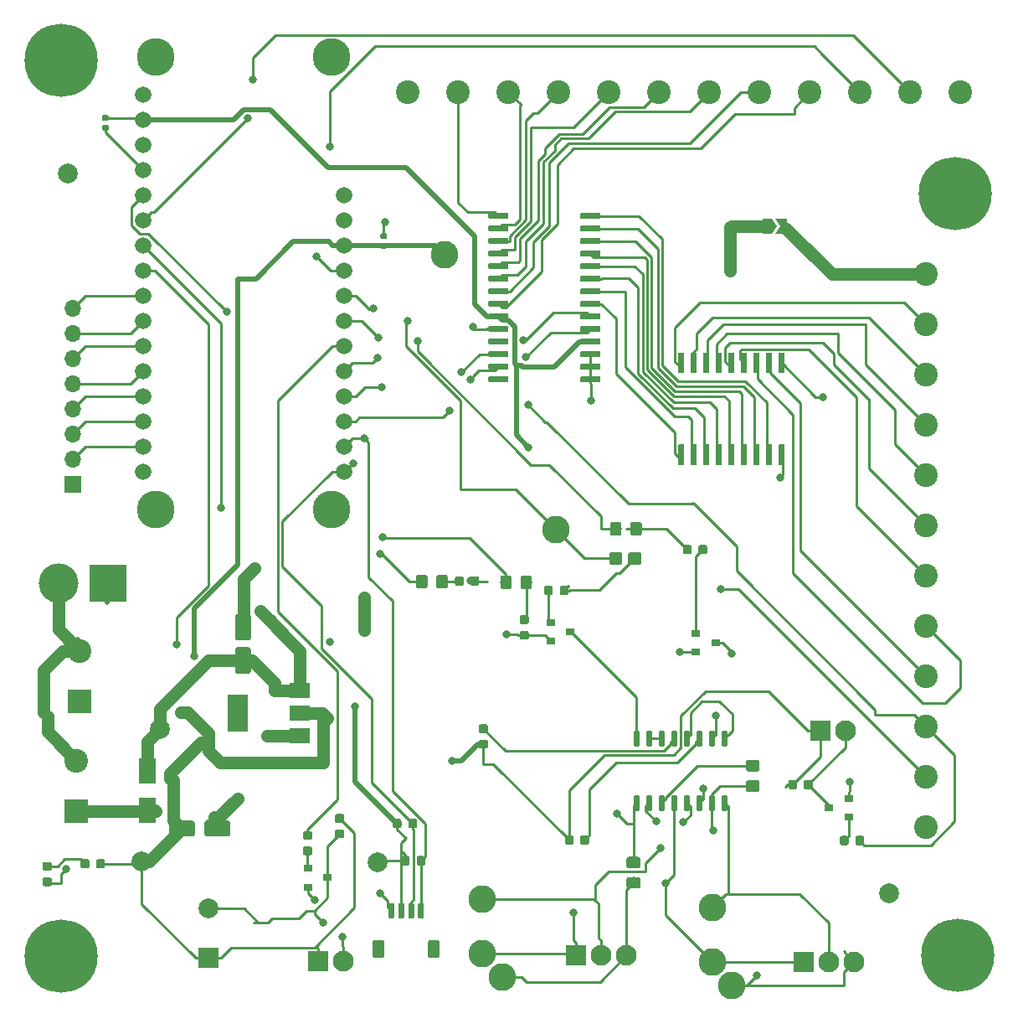
<source format=gtl>
%TF.GenerationSoftware,KiCad,Pcbnew,(5.1.4)-1*%
%TF.CreationDate,2023-07-02T11:44:51-04:00*%
%TF.ProjectId,CameraTriggerSensorNodeOnly,43616d65-7261-4547-9269-676765725365,rev?*%
%TF.SameCoordinates,Original*%
%TF.FileFunction,Copper,L1,Top*%
%TF.FilePolarity,Positive*%
%FSLAX46Y46*%
G04 Gerber Fmt 4.6, Leading zero omitted, Abs format (unit mm)*
G04 Created by KiCad (PCBNEW (5.1.4)-1) date 2023-07-02 11:44:51*
%MOMM*%
%LPD*%
G04 APERTURE LIST*
%ADD10C,2.100000*%
%ADD11R,2.100000X2.100000*%
%ADD12R,0.900000X0.800000*%
%ADD13C,0.100000*%
%ADD14C,0.875000*%
%ADD15C,0.300000*%
%ADD16R,2.400000X2.400000*%
%ADD17C,2.400000*%
%ADD18C,1.150000*%
%ADD19C,1.300000*%
%ADD20C,2.000000*%
%ADD21R,2.000000X2.000000*%
%ADD22C,0.550000*%
%ADD23C,1.600000*%
%ADD24C,2.800000*%
%ADD25C,4.000000*%
%ADD26R,3.800000X3.800000*%
%ADD27C,0.600000*%
%ADD28O,1.700000X1.700000*%
%ADD29R,1.700000X1.700000*%
%ADD30C,1.200000*%
%ADD31C,7.400000*%
%ADD32R,1.800000X2.500000*%
%ADD33C,0.590000*%
%ADD34C,1.665000*%
%ADD35C,3.810000*%
%ADD36R,2.000000X3.800000*%
%ADD37R,2.000000X1.500000*%
%ADD38C,0.800000*%
%ADD39C,1.270000*%
%ADD40C,0.250000*%
%ADD41C,0.508000*%
%ADD42C,0.249936*%
G04 APERTURE END LIST*
D10*
X-66167000Y-95186500D03*
D11*
X-68707000Y-95186500D03*
D12*
X-17065500Y-79692500D03*
X-15065500Y-78742500D03*
X-15065500Y-80642500D03*
D13*
G36*
X-20486309Y-76869053D02*
G01*
X-20465074Y-76872203D01*
X-20444250Y-76877419D01*
X-20424038Y-76884651D01*
X-20404632Y-76893830D01*
X-20386219Y-76904866D01*
X-20368976Y-76917654D01*
X-20353070Y-76932070D01*
X-20338654Y-76947976D01*
X-20325866Y-76965219D01*
X-20314830Y-76983632D01*
X-20305651Y-77003038D01*
X-20298419Y-77023250D01*
X-20293203Y-77044074D01*
X-20290053Y-77065309D01*
X-20289000Y-77086750D01*
X-20289000Y-77599250D01*
X-20290053Y-77620691D01*
X-20293203Y-77641926D01*
X-20298419Y-77662750D01*
X-20305651Y-77682962D01*
X-20314830Y-77702368D01*
X-20325866Y-77720781D01*
X-20338654Y-77738024D01*
X-20353070Y-77753930D01*
X-20368976Y-77768346D01*
X-20386219Y-77781134D01*
X-20404632Y-77792170D01*
X-20424038Y-77801349D01*
X-20444250Y-77808581D01*
X-20465074Y-77813797D01*
X-20486309Y-77816947D01*
X-20507750Y-77818000D01*
X-20945250Y-77818000D01*
X-20966691Y-77816947D01*
X-20987926Y-77813797D01*
X-21008750Y-77808581D01*
X-21028962Y-77801349D01*
X-21048368Y-77792170D01*
X-21066781Y-77781134D01*
X-21084024Y-77768346D01*
X-21099930Y-77753930D01*
X-21114346Y-77738024D01*
X-21127134Y-77720781D01*
X-21138170Y-77702368D01*
X-21147349Y-77682962D01*
X-21154581Y-77662750D01*
X-21159797Y-77641926D01*
X-21162947Y-77620691D01*
X-21164000Y-77599250D01*
X-21164000Y-77086750D01*
X-21162947Y-77065309D01*
X-21159797Y-77044074D01*
X-21154581Y-77023250D01*
X-21147349Y-77003038D01*
X-21138170Y-76983632D01*
X-21127134Y-76965219D01*
X-21114346Y-76947976D01*
X-21099930Y-76932070D01*
X-21084024Y-76917654D01*
X-21066781Y-76904866D01*
X-21048368Y-76893830D01*
X-21028962Y-76884651D01*
X-21008750Y-76877419D01*
X-20987926Y-76872203D01*
X-20966691Y-76869053D01*
X-20945250Y-76868000D01*
X-20507750Y-76868000D01*
X-20486309Y-76869053D01*
X-20486309Y-76869053D01*
G37*
D14*
X-20726500Y-77343000D03*
D13*
G36*
X-18911309Y-76869053D02*
G01*
X-18890074Y-76872203D01*
X-18869250Y-76877419D01*
X-18849038Y-76884651D01*
X-18829632Y-76893830D01*
X-18811219Y-76904866D01*
X-18793976Y-76917654D01*
X-18778070Y-76932070D01*
X-18763654Y-76947976D01*
X-18750866Y-76965219D01*
X-18739830Y-76983632D01*
X-18730651Y-77003038D01*
X-18723419Y-77023250D01*
X-18718203Y-77044074D01*
X-18715053Y-77065309D01*
X-18714000Y-77086750D01*
X-18714000Y-77599250D01*
X-18715053Y-77620691D01*
X-18718203Y-77641926D01*
X-18723419Y-77662750D01*
X-18730651Y-77682962D01*
X-18739830Y-77702368D01*
X-18750866Y-77720781D01*
X-18763654Y-77738024D01*
X-18778070Y-77753930D01*
X-18793976Y-77768346D01*
X-18811219Y-77781134D01*
X-18829632Y-77792170D01*
X-18849038Y-77801349D01*
X-18869250Y-77808581D01*
X-18890074Y-77813797D01*
X-18911309Y-77816947D01*
X-18932750Y-77818000D01*
X-19370250Y-77818000D01*
X-19391691Y-77816947D01*
X-19412926Y-77813797D01*
X-19433750Y-77808581D01*
X-19453962Y-77801349D01*
X-19473368Y-77792170D01*
X-19491781Y-77781134D01*
X-19509024Y-77768346D01*
X-19524930Y-77753930D01*
X-19539346Y-77738024D01*
X-19552134Y-77720781D01*
X-19563170Y-77702368D01*
X-19572349Y-77682962D01*
X-19579581Y-77662750D01*
X-19584797Y-77641926D01*
X-19587947Y-77620691D01*
X-19589000Y-77599250D01*
X-19589000Y-77086750D01*
X-19587947Y-77065309D01*
X-19584797Y-77044074D01*
X-19579581Y-77023250D01*
X-19572349Y-77003038D01*
X-19563170Y-76983632D01*
X-19552134Y-76965219D01*
X-19539346Y-76947976D01*
X-19524930Y-76932070D01*
X-19509024Y-76917654D01*
X-19491781Y-76904866D01*
X-19473368Y-76893830D01*
X-19453962Y-76884651D01*
X-19433750Y-76877419D01*
X-19412926Y-76872203D01*
X-19391691Y-76869053D01*
X-19370250Y-76868000D01*
X-18932750Y-76868000D01*
X-18911309Y-76869053D01*
X-18911309Y-76869053D01*
G37*
D14*
X-19151500Y-77343000D03*
D13*
G36*
X-13704309Y-82520553D02*
G01*
X-13683074Y-82523703D01*
X-13662250Y-82528919D01*
X-13642038Y-82536151D01*
X-13622632Y-82545330D01*
X-13604219Y-82556366D01*
X-13586976Y-82569154D01*
X-13571070Y-82583570D01*
X-13556654Y-82599476D01*
X-13543866Y-82616719D01*
X-13532830Y-82635132D01*
X-13523651Y-82654538D01*
X-13516419Y-82674750D01*
X-13511203Y-82695574D01*
X-13508053Y-82716809D01*
X-13507000Y-82738250D01*
X-13507000Y-83250750D01*
X-13508053Y-83272191D01*
X-13511203Y-83293426D01*
X-13516419Y-83314250D01*
X-13523651Y-83334462D01*
X-13532830Y-83353868D01*
X-13543866Y-83372281D01*
X-13556654Y-83389524D01*
X-13571070Y-83405430D01*
X-13586976Y-83419846D01*
X-13604219Y-83432634D01*
X-13622632Y-83443670D01*
X-13642038Y-83452849D01*
X-13662250Y-83460081D01*
X-13683074Y-83465297D01*
X-13704309Y-83468447D01*
X-13725750Y-83469500D01*
X-14163250Y-83469500D01*
X-14184691Y-83468447D01*
X-14205926Y-83465297D01*
X-14226750Y-83460081D01*
X-14246962Y-83452849D01*
X-14266368Y-83443670D01*
X-14284781Y-83432634D01*
X-14302024Y-83419846D01*
X-14317930Y-83405430D01*
X-14332346Y-83389524D01*
X-14345134Y-83372281D01*
X-14356170Y-83353868D01*
X-14365349Y-83334462D01*
X-14372581Y-83314250D01*
X-14377797Y-83293426D01*
X-14380947Y-83272191D01*
X-14382000Y-83250750D01*
X-14382000Y-82738250D01*
X-14380947Y-82716809D01*
X-14377797Y-82695574D01*
X-14372581Y-82674750D01*
X-14365349Y-82654538D01*
X-14356170Y-82635132D01*
X-14345134Y-82616719D01*
X-14332346Y-82599476D01*
X-14317930Y-82583570D01*
X-14302024Y-82569154D01*
X-14284781Y-82556366D01*
X-14266368Y-82545330D01*
X-14246962Y-82536151D01*
X-14226750Y-82528919D01*
X-14205926Y-82523703D01*
X-14184691Y-82520553D01*
X-14163250Y-82519500D01*
X-13725750Y-82519500D01*
X-13704309Y-82520553D01*
X-13704309Y-82520553D01*
G37*
D14*
X-13944500Y-82994500D03*
D13*
G36*
X-15279309Y-82520553D02*
G01*
X-15258074Y-82523703D01*
X-15237250Y-82528919D01*
X-15217038Y-82536151D01*
X-15197632Y-82545330D01*
X-15179219Y-82556366D01*
X-15161976Y-82569154D01*
X-15146070Y-82583570D01*
X-15131654Y-82599476D01*
X-15118866Y-82616719D01*
X-15107830Y-82635132D01*
X-15098651Y-82654538D01*
X-15091419Y-82674750D01*
X-15086203Y-82695574D01*
X-15083053Y-82716809D01*
X-15082000Y-82738250D01*
X-15082000Y-83250750D01*
X-15083053Y-83272191D01*
X-15086203Y-83293426D01*
X-15091419Y-83314250D01*
X-15098651Y-83334462D01*
X-15107830Y-83353868D01*
X-15118866Y-83372281D01*
X-15131654Y-83389524D01*
X-15146070Y-83405430D01*
X-15161976Y-83419846D01*
X-15179219Y-83432634D01*
X-15197632Y-83443670D01*
X-15217038Y-83452849D01*
X-15237250Y-83460081D01*
X-15258074Y-83465297D01*
X-15279309Y-83468447D01*
X-15300750Y-83469500D01*
X-15738250Y-83469500D01*
X-15759691Y-83468447D01*
X-15780926Y-83465297D01*
X-15801750Y-83460081D01*
X-15821962Y-83452849D01*
X-15841368Y-83443670D01*
X-15859781Y-83432634D01*
X-15877024Y-83419846D01*
X-15892930Y-83405430D01*
X-15907346Y-83389524D01*
X-15920134Y-83372281D01*
X-15931170Y-83353868D01*
X-15940349Y-83334462D01*
X-15947581Y-83314250D01*
X-15952797Y-83293426D01*
X-15955947Y-83272191D01*
X-15957000Y-83250750D01*
X-15957000Y-82738250D01*
X-15955947Y-82716809D01*
X-15952797Y-82695574D01*
X-15947581Y-82674750D01*
X-15940349Y-82654538D01*
X-15931170Y-82635132D01*
X-15920134Y-82616719D01*
X-15907346Y-82599476D01*
X-15892930Y-82583570D01*
X-15877024Y-82569154D01*
X-15859781Y-82556366D01*
X-15841368Y-82545330D01*
X-15821962Y-82536151D01*
X-15801750Y-82528919D01*
X-15780926Y-82523703D01*
X-15759691Y-82520553D01*
X-15738250Y-82519500D01*
X-15300750Y-82519500D01*
X-15279309Y-82520553D01*
X-15279309Y-82520553D01*
G37*
D14*
X-15519500Y-82994500D03*
D10*
X-15367000Y-71882000D03*
D11*
X-17907000Y-71882000D03*
D15*
X-23294000Y-20955000D03*
D13*
G36*
X-22294000Y-20955000D02*
G01*
X-22794000Y-21705000D01*
X-23794000Y-21705000D01*
X-23794000Y-20205000D01*
X-22794000Y-20205000D01*
X-22294000Y-20955000D01*
X-22294000Y-20955000D01*
G37*
D15*
X-21844000Y-20955000D03*
D13*
G36*
X-21344000Y-21705000D02*
G01*
X-22494000Y-21705000D01*
X-21994000Y-20955000D01*
X-22494000Y-20205000D01*
X-21344000Y-20205000D01*
X-21344000Y-21705000D01*
X-21344000Y-21705000D01*
G37*
D16*
X-93154500Y-80010000D03*
D17*
X-93154500Y-74930000D03*
D16*
X-92837000Y-68897500D03*
D17*
X-92837000Y-63817500D03*
D13*
G36*
X-57888995Y-56133704D02*
G01*
X-57864727Y-56137304D01*
X-57840928Y-56143265D01*
X-57817829Y-56151530D01*
X-57795650Y-56162020D01*
X-57774607Y-56174632D01*
X-57754901Y-56189247D01*
X-57736723Y-56205723D01*
X-57720247Y-56223901D01*
X-57705632Y-56243607D01*
X-57693020Y-56264650D01*
X-57682530Y-56286829D01*
X-57674265Y-56309928D01*
X-57668304Y-56333727D01*
X-57664704Y-56357995D01*
X-57663500Y-56382499D01*
X-57663500Y-57282501D01*
X-57664704Y-57307005D01*
X-57668304Y-57331273D01*
X-57674265Y-57355072D01*
X-57682530Y-57378171D01*
X-57693020Y-57400350D01*
X-57705632Y-57421393D01*
X-57720247Y-57441099D01*
X-57736723Y-57459277D01*
X-57754901Y-57475753D01*
X-57774607Y-57490368D01*
X-57795650Y-57502980D01*
X-57817829Y-57513470D01*
X-57840928Y-57521735D01*
X-57864727Y-57527696D01*
X-57888995Y-57531296D01*
X-57913499Y-57532500D01*
X-58563501Y-57532500D01*
X-58588005Y-57531296D01*
X-58612273Y-57527696D01*
X-58636072Y-57521735D01*
X-58659171Y-57513470D01*
X-58681350Y-57502980D01*
X-58702393Y-57490368D01*
X-58722099Y-57475753D01*
X-58740277Y-57459277D01*
X-58756753Y-57441099D01*
X-58771368Y-57421393D01*
X-58783980Y-57400350D01*
X-58794470Y-57378171D01*
X-58802735Y-57355072D01*
X-58808696Y-57331273D01*
X-58812296Y-57307005D01*
X-58813500Y-57282501D01*
X-58813500Y-56382499D01*
X-58812296Y-56357995D01*
X-58808696Y-56333727D01*
X-58802735Y-56309928D01*
X-58794470Y-56286829D01*
X-58783980Y-56264650D01*
X-58771368Y-56243607D01*
X-58756753Y-56223901D01*
X-58740277Y-56205723D01*
X-58722099Y-56189247D01*
X-58702393Y-56174632D01*
X-58681350Y-56162020D01*
X-58659171Y-56151530D01*
X-58636072Y-56143265D01*
X-58612273Y-56137304D01*
X-58588005Y-56133704D01*
X-58563501Y-56132500D01*
X-57913499Y-56132500D01*
X-57888995Y-56133704D01*
X-57888995Y-56133704D01*
G37*
D18*
X-58238500Y-56832500D03*
D13*
G36*
X-55838995Y-56133704D02*
G01*
X-55814727Y-56137304D01*
X-55790928Y-56143265D01*
X-55767829Y-56151530D01*
X-55745650Y-56162020D01*
X-55724607Y-56174632D01*
X-55704901Y-56189247D01*
X-55686723Y-56205723D01*
X-55670247Y-56223901D01*
X-55655632Y-56243607D01*
X-55643020Y-56264650D01*
X-55632530Y-56286829D01*
X-55624265Y-56309928D01*
X-55618304Y-56333727D01*
X-55614704Y-56357995D01*
X-55613500Y-56382499D01*
X-55613500Y-57282501D01*
X-55614704Y-57307005D01*
X-55618304Y-57331273D01*
X-55624265Y-57355072D01*
X-55632530Y-57378171D01*
X-55643020Y-57400350D01*
X-55655632Y-57421393D01*
X-55670247Y-57441099D01*
X-55686723Y-57459277D01*
X-55704901Y-57475753D01*
X-55724607Y-57490368D01*
X-55745650Y-57502980D01*
X-55767829Y-57513470D01*
X-55790928Y-57521735D01*
X-55814727Y-57527696D01*
X-55838995Y-57531296D01*
X-55863499Y-57532500D01*
X-56513501Y-57532500D01*
X-56538005Y-57531296D01*
X-56562273Y-57527696D01*
X-56586072Y-57521735D01*
X-56609171Y-57513470D01*
X-56631350Y-57502980D01*
X-56652393Y-57490368D01*
X-56672099Y-57475753D01*
X-56690277Y-57459277D01*
X-56706753Y-57441099D01*
X-56721368Y-57421393D01*
X-56733980Y-57400350D01*
X-56744470Y-57378171D01*
X-56752735Y-57355072D01*
X-56758696Y-57331273D01*
X-56762296Y-57307005D01*
X-56763500Y-57282501D01*
X-56763500Y-56382499D01*
X-56762296Y-56357995D01*
X-56758696Y-56333727D01*
X-56752735Y-56309928D01*
X-56744470Y-56286829D01*
X-56733980Y-56264650D01*
X-56721368Y-56243607D01*
X-56706753Y-56223901D01*
X-56690277Y-56205723D01*
X-56672099Y-56189247D01*
X-56652393Y-56174632D01*
X-56631350Y-56162020D01*
X-56609171Y-56151530D01*
X-56586072Y-56143265D01*
X-56562273Y-56137304D01*
X-56538005Y-56133704D01*
X-56513501Y-56132500D01*
X-55863499Y-56132500D01*
X-55838995Y-56133704D01*
X-55838995Y-56133704D01*
G37*
D18*
X-56188500Y-56832500D03*
D13*
G36*
X-38267495Y-50799704D02*
G01*
X-38243227Y-50803304D01*
X-38219428Y-50809265D01*
X-38196329Y-50817530D01*
X-38174150Y-50828020D01*
X-38153107Y-50840632D01*
X-38133401Y-50855247D01*
X-38115223Y-50871723D01*
X-38098747Y-50889901D01*
X-38084132Y-50909607D01*
X-38071520Y-50930650D01*
X-38061030Y-50952829D01*
X-38052765Y-50975928D01*
X-38046804Y-50999727D01*
X-38043204Y-51023995D01*
X-38042000Y-51048499D01*
X-38042000Y-51948501D01*
X-38043204Y-51973005D01*
X-38046804Y-51997273D01*
X-38052765Y-52021072D01*
X-38061030Y-52044171D01*
X-38071520Y-52066350D01*
X-38084132Y-52087393D01*
X-38098747Y-52107099D01*
X-38115223Y-52125277D01*
X-38133401Y-52141753D01*
X-38153107Y-52156368D01*
X-38174150Y-52168980D01*
X-38196329Y-52179470D01*
X-38219428Y-52187735D01*
X-38243227Y-52193696D01*
X-38267495Y-52197296D01*
X-38291999Y-52198500D01*
X-38942001Y-52198500D01*
X-38966505Y-52197296D01*
X-38990773Y-52193696D01*
X-39014572Y-52187735D01*
X-39037671Y-52179470D01*
X-39059850Y-52168980D01*
X-39080893Y-52156368D01*
X-39100599Y-52141753D01*
X-39118777Y-52125277D01*
X-39135253Y-52107099D01*
X-39149868Y-52087393D01*
X-39162480Y-52066350D01*
X-39172970Y-52044171D01*
X-39181235Y-52021072D01*
X-39187196Y-51997273D01*
X-39190796Y-51973005D01*
X-39192000Y-51948501D01*
X-39192000Y-51048499D01*
X-39190796Y-51023995D01*
X-39187196Y-50999727D01*
X-39181235Y-50975928D01*
X-39172970Y-50952829D01*
X-39162480Y-50930650D01*
X-39149868Y-50909607D01*
X-39135253Y-50889901D01*
X-39118777Y-50871723D01*
X-39100599Y-50855247D01*
X-39080893Y-50840632D01*
X-39059850Y-50828020D01*
X-39037671Y-50817530D01*
X-39014572Y-50809265D01*
X-38990773Y-50803304D01*
X-38966505Y-50799704D01*
X-38942001Y-50798500D01*
X-38291999Y-50798500D01*
X-38267495Y-50799704D01*
X-38267495Y-50799704D01*
G37*
D18*
X-38617000Y-51498500D03*
D13*
G36*
X-36217495Y-50799704D02*
G01*
X-36193227Y-50803304D01*
X-36169428Y-50809265D01*
X-36146329Y-50817530D01*
X-36124150Y-50828020D01*
X-36103107Y-50840632D01*
X-36083401Y-50855247D01*
X-36065223Y-50871723D01*
X-36048747Y-50889901D01*
X-36034132Y-50909607D01*
X-36021520Y-50930650D01*
X-36011030Y-50952829D01*
X-36002765Y-50975928D01*
X-35996804Y-50999727D01*
X-35993204Y-51023995D01*
X-35992000Y-51048499D01*
X-35992000Y-51948501D01*
X-35993204Y-51973005D01*
X-35996804Y-51997273D01*
X-36002765Y-52021072D01*
X-36011030Y-52044171D01*
X-36021520Y-52066350D01*
X-36034132Y-52087393D01*
X-36048747Y-52107099D01*
X-36065223Y-52125277D01*
X-36083401Y-52141753D01*
X-36103107Y-52156368D01*
X-36124150Y-52168980D01*
X-36146329Y-52179470D01*
X-36169428Y-52187735D01*
X-36193227Y-52193696D01*
X-36217495Y-52197296D01*
X-36241999Y-52198500D01*
X-36892001Y-52198500D01*
X-36916505Y-52197296D01*
X-36940773Y-52193696D01*
X-36964572Y-52187735D01*
X-36987671Y-52179470D01*
X-37009850Y-52168980D01*
X-37030893Y-52156368D01*
X-37050599Y-52141753D01*
X-37068777Y-52125277D01*
X-37085253Y-52107099D01*
X-37099868Y-52087393D01*
X-37112480Y-52066350D01*
X-37122970Y-52044171D01*
X-37131235Y-52021072D01*
X-37137196Y-51997273D01*
X-37140796Y-51973005D01*
X-37142000Y-51948501D01*
X-37142000Y-51048499D01*
X-37140796Y-51023995D01*
X-37137196Y-50999727D01*
X-37131235Y-50975928D01*
X-37122970Y-50952829D01*
X-37112480Y-50930650D01*
X-37099868Y-50909607D01*
X-37085253Y-50889901D01*
X-37068777Y-50871723D01*
X-37050599Y-50855247D01*
X-37030893Y-50840632D01*
X-37009850Y-50828020D01*
X-36987671Y-50817530D01*
X-36964572Y-50809265D01*
X-36940773Y-50803304D01*
X-36916505Y-50799704D01*
X-36892001Y-50798500D01*
X-36241999Y-50798500D01*
X-36217495Y-50799704D01*
X-36217495Y-50799704D01*
G37*
D18*
X-36567000Y-51498500D03*
D13*
G36*
X-38180996Y-53834204D02*
G01*
X-38156727Y-53837804D01*
X-38132929Y-53843765D01*
X-38109829Y-53852030D01*
X-38087651Y-53862520D01*
X-38066607Y-53875133D01*
X-38046902Y-53889747D01*
X-38028723Y-53906223D01*
X-38012247Y-53924402D01*
X-37997633Y-53944107D01*
X-37985020Y-53965151D01*
X-37974530Y-53987329D01*
X-37966265Y-54010429D01*
X-37960304Y-54034227D01*
X-37956704Y-54058496D01*
X-37955500Y-54083000D01*
X-37955500Y-54883000D01*
X-37956704Y-54907504D01*
X-37960304Y-54931773D01*
X-37966265Y-54955571D01*
X-37974530Y-54978671D01*
X-37985020Y-55000849D01*
X-37997633Y-55021893D01*
X-38012247Y-55041598D01*
X-38028723Y-55059777D01*
X-38046902Y-55076253D01*
X-38066607Y-55090867D01*
X-38087651Y-55103480D01*
X-38109829Y-55113970D01*
X-38132929Y-55122235D01*
X-38156727Y-55128196D01*
X-38180996Y-55131796D01*
X-38205500Y-55133000D01*
X-39030500Y-55133000D01*
X-39055004Y-55131796D01*
X-39079273Y-55128196D01*
X-39103071Y-55122235D01*
X-39126171Y-55113970D01*
X-39148349Y-55103480D01*
X-39169393Y-55090867D01*
X-39189098Y-55076253D01*
X-39207277Y-55059777D01*
X-39223753Y-55041598D01*
X-39238367Y-55021893D01*
X-39250980Y-55000849D01*
X-39261470Y-54978671D01*
X-39269735Y-54955571D01*
X-39275696Y-54931773D01*
X-39279296Y-54907504D01*
X-39280500Y-54883000D01*
X-39280500Y-54083000D01*
X-39279296Y-54058496D01*
X-39275696Y-54034227D01*
X-39269735Y-54010429D01*
X-39261470Y-53987329D01*
X-39250980Y-53965151D01*
X-39238367Y-53944107D01*
X-39223753Y-53924402D01*
X-39207277Y-53906223D01*
X-39189098Y-53889747D01*
X-39169393Y-53875133D01*
X-39148349Y-53862520D01*
X-39126171Y-53852030D01*
X-39103071Y-53843765D01*
X-39079273Y-53837804D01*
X-39055004Y-53834204D01*
X-39030500Y-53833000D01*
X-38205500Y-53833000D01*
X-38180996Y-53834204D01*
X-38180996Y-53834204D01*
G37*
D19*
X-38618000Y-54483000D03*
D13*
G36*
X-36255996Y-53834204D02*
G01*
X-36231727Y-53837804D01*
X-36207929Y-53843765D01*
X-36184829Y-53852030D01*
X-36162651Y-53862520D01*
X-36141607Y-53875133D01*
X-36121902Y-53889747D01*
X-36103723Y-53906223D01*
X-36087247Y-53924402D01*
X-36072633Y-53944107D01*
X-36060020Y-53965151D01*
X-36049530Y-53987329D01*
X-36041265Y-54010429D01*
X-36035304Y-54034227D01*
X-36031704Y-54058496D01*
X-36030500Y-54083000D01*
X-36030500Y-54883000D01*
X-36031704Y-54907504D01*
X-36035304Y-54931773D01*
X-36041265Y-54955571D01*
X-36049530Y-54978671D01*
X-36060020Y-55000849D01*
X-36072633Y-55021893D01*
X-36087247Y-55041598D01*
X-36103723Y-55059777D01*
X-36121902Y-55076253D01*
X-36141607Y-55090867D01*
X-36162651Y-55103480D01*
X-36184829Y-55113970D01*
X-36207929Y-55122235D01*
X-36231727Y-55128196D01*
X-36255996Y-55131796D01*
X-36280500Y-55133000D01*
X-37105500Y-55133000D01*
X-37130004Y-55131796D01*
X-37154273Y-55128196D01*
X-37178071Y-55122235D01*
X-37201171Y-55113970D01*
X-37223349Y-55103480D01*
X-37244393Y-55090867D01*
X-37264098Y-55076253D01*
X-37282277Y-55059777D01*
X-37298753Y-55041598D01*
X-37313367Y-55021893D01*
X-37325980Y-55000849D01*
X-37336470Y-54978671D01*
X-37344735Y-54955571D01*
X-37350696Y-54931773D01*
X-37354296Y-54907504D01*
X-37355500Y-54883000D01*
X-37355500Y-54083000D01*
X-37354296Y-54058496D01*
X-37350696Y-54034227D01*
X-37344735Y-54010429D01*
X-37336470Y-53987329D01*
X-37325980Y-53965151D01*
X-37313367Y-53944107D01*
X-37298753Y-53924402D01*
X-37282277Y-53906223D01*
X-37264098Y-53889747D01*
X-37244393Y-53875133D01*
X-37223349Y-53862520D01*
X-37201171Y-53852030D01*
X-37178071Y-53843765D01*
X-37154273Y-53837804D01*
X-37130004Y-53834204D01*
X-37105500Y-53833000D01*
X-36280500Y-53833000D01*
X-36255996Y-53834204D01*
X-36255996Y-53834204D01*
G37*
D19*
X-36693000Y-54483000D03*
D13*
G36*
X-49379995Y-56197204D02*
G01*
X-49355727Y-56200804D01*
X-49331928Y-56206765D01*
X-49308829Y-56215030D01*
X-49286650Y-56225520D01*
X-49265607Y-56238132D01*
X-49245901Y-56252747D01*
X-49227723Y-56269223D01*
X-49211247Y-56287401D01*
X-49196632Y-56307107D01*
X-49184020Y-56328150D01*
X-49173530Y-56350329D01*
X-49165265Y-56373428D01*
X-49159304Y-56397227D01*
X-49155704Y-56421495D01*
X-49154500Y-56445999D01*
X-49154500Y-57346001D01*
X-49155704Y-57370505D01*
X-49159304Y-57394773D01*
X-49165265Y-57418572D01*
X-49173530Y-57441671D01*
X-49184020Y-57463850D01*
X-49196632Y-57484893D01*
X-49211247Y-57504599D01*
X-49227723Y-57522777D01*
X-49245901Y-57539253D01*
X-49265607Y-57553868D01*
X-49286650Y-57566480D01*
X-49308829Y-57576970D01*
X-49331928Y-57585235D01*
X-49355727Y-57591196D01*
X-49379995Y-57594796D01*
X-49404499Y-57596000D01*
X-50054501Y-57596000D01*
X-50079005Y-57594796D01*
X-50103273Y-57591196D01*
X-50127072Y-57585235D01*
X-50150171Y-57576970D01*
X-50172350Y-57566480D01*
X-50193393Y-57553868D01*
X-50213099Y-57539253D01*
X-50231277Y-57522777D01*
X-50247753Y-57504599D01*
X-50262368Y-57484893D01*
X-50274980Y-57463850D01*
X-50285470Y-57441671D01*
X-50293735Y-57418572D01*
X-50299696Y-57394773D01*
X-50303296Y-57370505D01*
X-50304500Y-57346001D01*
X-50304500Y-56445999D01*
X-50303296Y-56421495D01*
X-50299696Y-56397227D01*
X-50293735Y-56373428D01*
X-50285470Y-56350329D01*
X-50274980Y-56328150D01*
X-50262368Y-56307107D01*
X-50247753Y-56287401D01*
X-50231277Y-56269223D01*
X-50213099Y-56252747D01*
X-50193393Y-56238132D01*
X-50172350Y-56225520D01*
X-50150171Y-56215030D01*
X-50127072Y-56206765D01*
X-50103273Y-56200804D01*
X-50079005Y-56197204D01*
X-50054501Y-56196000D01*
X-49404499Y-56196000D01*
X-49379995Y-56197204D01*
X-49379995Y-56197204D01*
G37*
D18*
X-49729500Y-56896000D03*
D13*
G36*
X-47329995Y-56197204D02*
G01*
X-47305727Y-56200804D01*
X-47281928Y-56206765D01*
X-47258829Y-56215030D01*
X-47236650Y-56225520D01*
X-47215607Y-56238132D01*
X-47195901Y-56252747D01*
X-47177723Y-56269223D01*
X-47161247Y-56287401D01*
X-47146632Y-56307107D01*
X-47134020Y-56328150D01*
X-47123530Y-56350329D01*
X-47115265Y-56373428D01*
X-47109304Y-56397227D01*
X-47105704Y-56421495D01*
X-47104500Y-56445999D01*
X-47104500Y-57346001D01*
X-47105704Y-57370505D01*
X-47109304Y-57394773D01*
X-47115265Y-57418572D01*
X-47123530Y-57441671D01*
X-47134020Y-57463850D01*
X-47146632Y-57484893D01*
X-47161247Y-57504599D01*
X-47177723Y-57522777D01*
X-47195901Y-57539253D01*
X-47215607Y-57553868D01*
X-47236650Y-57566480D01*
X-47258829Y-57576970D01*
X-47281928Y-57585235D01*
X-47305727Y-57591196D01*
X-47329995Y-57594796D01*
X-47354499Y-57596000D01*
X-48004501Y-57596000D01*
X-48029005Y-57594796D01*
X-48053273Y-57591196D01*
X-48077072Y-57585235D01*
X-48100171Y-57576970D01*
X-48122350Y-57566480D01*
X-48143393Y-57553868D01*
X-48163099Y-57539253D01*
X-48181277Y-57522777D01*
X-48197753Y-57504599D01*
X-48212368Y-57484893D01*
X-48224980Y-57463850D01*
X-48235470Y-57441671D01*
X-48243735Y-57418572D01*
X-48249696Y-57394773D01*
X-48253296Y-57370505D01*
X-48254500Y-57346001D01*
X-48254500Y-56445999D01*
X-48253296Y-56421495D01*
X-48249696Y-56397227D01*
X-48243735Y-56373428D01*
X-48235470Y-56350329D01*
X-48224980Y-56328150D01*
X-48212368Y-56307107D01*
X-48197753Y-56287401D01*
X-48181277Y-56269223D01*
X-48163099Y-56252747D01*
X-48143393Y-56238132D01*
X-48122350Y-56225520D01*
X-48100171Y-56215030D01*
X-48077072Y-56206765D01*
X-48053273Y-56200804D01*
X-48029005Y-56197204D01*
X-48004501Y-56196000D01*
X-47354499Y-56196000D01*
X-47329995Y-56197204D01*
X-47329995Y-56197204D01*
G37*
D18*
X-47679500Y-56896000D03*
D20*
X-79819500Y-89869000D03*
D21*
X-79819500Y-94869000D03*
D13*
G36*
X-27471523Y-78396662D02*
G01*
X-27458175Y-78398642D01*
X-27445086Y-78401921D01*
X-27432381Y-78406467D01*
X-27420183Y-78412236D01*
X-27408609Y-78419173D01*
X-27397771Y-78427211D01*
X-27387773Y-78436273D01*
X-27378711Y-78446271D01*
X-27370673Y-78457109D01*
X-27363736Y-78468683D01*
X-27357967Y-78480881D01*
X-27353421Y-78493586D01*
X-27350142Y-78506675D01*
X-27348162Y-78520023D01*
X-27347500Y-78533500D01*
X-27347500Y-79858500D01*
X-27348162Y-79871977D01*
X-27350142Y-79885325D01*
X-27353421Y-79898414D01*
X-27357967Y-79911119D01*
X-27363736Y-79923317D01*
X-27370673Y-79934891D01*
X-27378711Y-79945729D01*
X-27387773Y-79955727D01*
X-27397771Y-79964789D01*
X-27408609Y-79972827D01*
X-27420183Y-79979764D01*
X-27432381Y-79985533D01*
X-27445086Y-79990079D01*
X-27458175Y-79993358D01*
X-27471523Y-79995338D01*
X-27485000Y-79996000D01*
X-27760000Y-79996000D01*
X-27773477Y-79995338D01*
X-27786825Y-79993358D01*
X-27799914Y-79990079D01*
X-27812619Y-79985533D01*
X-27824817Y-79979764D01*
X-27836391Y-79972827D01*
X-27847229Y-79964789D01*
X-27857227Y-79955727D01*
X-27866289Y-79945729D01*
X-27874327Y-79934891D01*
X-27881264Y-79923317D01*
X-27887033Y-79911119D01*
X-27891579Y-79898414D01*
X-27894858Y-79885325D01*
X-27896838Y-79871977D01*
X-27897500Y-79858500D01*
X-27897500Y-78533500D01*
X-27896838Y-78520023D01*
X-27894858Y-78506675D01*
X-27891579Y-78493586D01*
X-27887033Y-78480881D01*
X-27881264Y-78468683D01*
X-27874327Y-78457109D01*
X-27866289Y-78446271D01*
X-27857227Y-78436273D01*
X-27847229Y-78427211D01*
X-27836391Y-78419173D01*
X-27824817Y-78412236D01*
X-27812619Y-78406467D01*
X-27799914Y-78401921D01*
X-27786825Y-78398642D01*
X-27773477Y-78396662D01*
X-27760000Y-78396000D01*
X-27485000Y-78396000D01*
X-27471523Y-78396662D01*
X-27471523Y-78396662D01*
G37*
D22*
X-27622500Y-79196000D03*
D13*
G36*
X-28741523Y-78396662D02*
G01*
X-28728175Y-78398642D01*
X-28715086Y-78401921D01*
X-28702381Y-78406467D01*
X-28690183Y-78412236D01*
X-28678609Y-78419173D01*
X-28667771Y-78427211D01*
X-28657773Y-78436273D01*
X-28648711Y-78446271D01*
X-28640673Y-78457109D01*
X-28633736Y-78468683D01*
X-28627967Y-78480881D01*
X-28623421Y-78493586D01*
X-28620142Y-78506675D01*
X-28618162Y-78520023D01*
X-28617500Y-78533500D01*
X-28617500Y-79858500D01*
X-28618162Y-79871977D01*
X-28620142Y-79885325D01*
X-28623421Y-79898414D01*
X-28627967Y-79911119D01*
X-28633736Y-79923317D01*
X-28640673Y-79934891D01*
X-28648711Y-79945729D01*
X-28657773Y-79955727D01*
X-28667771Y-79964789D01*
X-28678609Y-79972827D01*
X-28690183Y-79979764D01*
X-28702381Y-79985533D01*
X-28715086Y-79990079D01*
X-28728175Y-79993358D01*
X-28741523Y-79995338D01*
X-28755000Y-79996000D01*
X-29030000Y-79996000D01*
X-29043477Y-79995338D01*
X-29056825Y-79993358D01*
X-29069914Y-79990079D01*
X-29082619Y-79985533D01*
X-29094817Y-79979764D01*
X-29106391Y-79972827D01*
X-29117229Y-79964789D01*
X-29127227Y-79955727D01*
X-29136289Y-79945729D01*
X-29144327Y-79934891D01*
X-29151264Y-79923317D01*
X-29157033Y-79911119D01*
X-29161579Y-79898414D01*
X-29164858Y-79885325D01*
X-29166838Y-79871977D01*
X-29167500Y-79858500D01*
X-29167500Y-78533500D01*
X-29166838Y-78520023D01*
X-29164858Y-78506675D01*
X-29161579Y-78493586D01*
X-29157033Y-78480881D01*
X-29151264Y-78468683D01*
X-29144327Y-78457109D01*
X-29136289Y-78446271D01*
X-29127227Y-78436273D01*
X-29117229Y-78427211D01*
X-29106391Y-78419173D01*
X-29094817Y-78412236D01*
X-29082619Y-78406467D01*
X-29069914Y-78401921D01*
X-29056825Y-78398642D01*
X-29043477Y-78396662D01*
X-29030000Y-78396000D01*
X-28755000Y-78396000D01*
X-28741523Y-78396662D01*
X-28741523Y-78396662D01*
G37*
D22*
X-28892500Y-79196000D03*
D13*
G36*
X-30011523Y-78396662D02*
G01*
X-29998175Y-78398642D01*
X-29985086Y-78401921D01*
X-29972381Y-78406467D01*
X-29960183Y-78412236D01*
X-29948609Y-78419173D01*
X-29937771Y-78427211D01*
X-29927773Y-78436273D01*
X-29918711Y-78446271D01*
X-29910673Y-78457109D01*
X-29903736Y-78468683D01*
X-29897967Y-78480881D01*
X-29893421Y-78493586D01*
X-29890142Y-78506675D01*
X-29888162Y-78520023D01*
X-29887500Y-78533500D01*
X-29887500Y-79858500D01*
X-29888162Y-79871977D01*
X-29890142Y-79885325D01*
X-29893421Y-79898414D01*
X-29897967Y-79911119D01*
X-29903736Y-79923317D01*
X-29910673Y-79934891D01*
X-29918711Y-79945729D01*
X-29927773Y-79955727D01*
X-29937771Y-79964789D01*
X-29948609Y-79972827D01*
X-29960183Y-79979764D01*
X-29972381Y-79985533D01*
X-29985086Y-79990079D01*
X-29998175Y-79993358D01*
X-30011523Y-79995338D01*
X-30025000Y-79996000D01*
X-30300000Y-79996000D01*
X-30313477Y-79995338D01*
X-30326825Y-79993358D01*
X-30339914Y-79990079D01*
X-30352619Y-79985533D01*
X-30364817Y-79979764D01*
X-30376391Y-79972827D01*
X-30387229Y-79964789D01*
X-30397227Y-79955727D01*
X-30406289Y-79945729D01*
X-30414327Y-79934891D01*
X-30421264Y-79923317D01*
X-30427033Y-79911119D01*
X-30431579Y-79898414D01*
X-30434858Y-79885325D01*
X-30436838Y-79871977D01*
X-30437500Y-79858500D01*
X-30437500Y-78533500D01*
X-30436838Y-78520023D01*
X-30434858Y-78506675D01*
X-30431579Y-78493586D01*
X-30427033Y-78480881D01*
X-30421264Y-78468683D01*
X-30414327Y-78457109D01*
X-30406289Y-78446271D01*
X-30397227Y-78436273D01*
X-30387229Y-78427211D01*
X-30376391Y-78419173D01*
X-30364817Y-78412236D01*
X-30352619Y-78406467D01*
X-30339914Y-78401921D01*
X-30326825Y-78398642D01*
X-30313477Y-78396662D01*
X-30300000Y-78396000D01*
X-30025000Y-78396000D01*
X-30011523Y-78396662D01*
X-30011523Y-78396662D01*
G37*
D22*
X-30162500Y-79196000D03*
D13*
G36*
X-31281523Y-78396662D02*
G01*
X-31268175Y-78398642D01*
X-31255086Y-78401921D01*
X-31242381Y-78406467D01*
X-31230183Y-78412236D01*
X-31218609Y-78419173D01*
X-31207771Y-78427211D01*
X-31197773Y-78436273D01*
X-31188711Y-78446271D01*
X-31180673Y-78457109D01*
X-31173736Y-78468683D01*
X-31167967Y-78480881D01*
X-31163421Y-78493586D01*
X-31160142Y-78506675D01*
X-31158162Y-78520023D01*
X-31157500Y-78533500D01*
X-31157500Y-79858500D01*
X-31158162Y-79871977D01*
X-31160142Y-79885325D01*
X-31163421Y-79898414D01*
X-31167967Y-79911119D01*
X-31173736Y-79923317D01*
X-31180673Y-79934891D01*
X-31188711Y-79945729D01*
X-31197773Y-79955727D01*
X-31207771Y-79964789D01*
X-31218609Y-79972827D01*
X-31230183Y-79979764D01*
X-31242381Y-79985533D01*
X-31255086Y-79990079D01*
X-31268175Y-79993358D01*
X-31281523Y-79995338D01*
X-31295000Y-79996000D01*
X-31570000Y-79996000D01*
X-31583477Y-79995338D01*
X-31596825Y-79993358D01*
X-31609914Y-79990079D01*
X-31622619Y-79985533D01*
X-31634817Y-79979764D01*
X-31646391Y-79972827D01*
X-31657229Y-79964789D01*
X-31667227Y-79955727D01*
X-31676289Y-79945729D01*
X-31684327Y-79934891D01*
X-31691264Y-79923317D01*
X-31697033Y-79911119D01*
X-31701579Y-79898414D01*
X-31704858Y-79885325D01*
X-31706838Y-79871977D01*
X-31707500Y-79858500D01*
X-31707500Y-78533500D01*
X-31706838Y-78520023D01*
X-31704858Y-78506675D01*
X-31701579Y-78493586D01*
X-31697033Y-78480881D01*
X-31691264Y-78468683D01*
X-31684327Y-78457109D01*
X-31676289Y-78446271D01*
X-31667227Y-78436273D01*
X-31657229Y-78427211D01*
X-31646391Y-78419173D01*
X-31634817Y-78412236D01*
X-31622619Y-78406467D01*
X-31609914Y-78401921D01*
X-31596825Y-78398642D01*
X-31583477Y-78396662D01*
X-31570000Y-78396000D01*
X-31295000Y-78396000D01*
X-31281523Y-78396662D01*
X-31281523Y-78396662D01*
G37*
D22*
X-31432500Y-79196000D03*
D13*
G36*
X-32551523Y-78396662D02*
G01*
X-32538175Y-78398642D01*
X-32525086Y-78401921D01*
X-32512381Y-78406467D01*
X-32500183Y-78412236D01*
X-32488609Y-78419173D01*
X-32477771Y-78427211D01*
X-32467773Y-78436273D01*
X-32458711Y-78446271D01*
X-32450673Y-78457109D01*
X-32443736Y-78468683D01*
X-32437967Y-78480881D01*
X-32433421Y-78493586D01*
X-32430142Y-78506675D01*
X-32428162Y-78520023D01*
X-32427500Y-78533500D01*
X-32427500Y-79858500D01*
X-32428162Y-79871977D01*
X-32430142Y-79885325D01*
X-32433421Y-79898414D01*
X-32437967Y-79911119D01*
X-32443736Y-79923317D01*
X-32450673Y-79934891D01*
X-32458711Y-79945729D01*
X-32467773Y-79955727D01*
X-32477771Y-79964789D01*
X-32488609Y-79972827D01*
X-32500183Y-79979764D01*
X-32512381Y-79985533D01*
X-32525086Y-79990079D01*
X-32538175Y-79993358D01*
X-32551523Y-79995338D01*
X-32565000Y-79996000D01*
X-32840000Y-79996000D01*
X-32853477Y-79995338D01*
X-32866825Y-79993358D01*
X-32879914Y-79990079D01*
X-32892619Y-79985533D01*
X-32904817Y-79979764D01*
X-32916391Y-79972827D01*
X-32927229Y-79964789D01*
X-32937227Y-79955727D01*
X-32946289Y-79945729D01*
X-32954327Y-79934891D01*
X-32961264Y-79923317D01*
X-32967033Y-79911119D01*
X-32971579Y-79898414D01*
X-32974858Y-79885325D01*
X-32976838Y-79871977D01*
X-32977500Y-79858500D01*
X-32977500Y-78533500D01*
X-32976838Y-78520023D01*
X-32974858Y-78506675D01*
X-32971579Y-78493586D01*
X-32967033Y-78480881D01*
X-32961264Y-78468683D01*
X-32954327Y-78457109D01*
X-32946289Y-78446271D01*
X-32937227Y-78436273D01*
X-32927229Y-78427211D01*
X-32916391Y-78419173D01*
X-32904817Y-78412236D01*
X-32892619Y-78406467D01*
X-32879914Y-78401921D01*
X-32866825Y-78398642D01*
X-32853477Y-78396662D01*
X-32840000Y-78396000D01*
X-32565000Y-78396000D01*
X-32551523Y-78396662D01*
X-32551523Y-78396662D01*
G37*
D22*
X-32702500Y-79196000D03*
D13*
G36*
X-33821523Y-78396662D02*
G01*
X-33808175Y-78398642D01*
X-33795086Y-78401921D01*
X-33782381Y-78406467D01*
X-33770183Y-78412236D01*
X-33758609Y-78419173D01*
X-33747771Y-78427211D01*
X-33737773Y-78436273D01*
X-33728711Y-78446271D01*
X-33720673Y-78457109D01*
X-33713736Y-78468683D01*
X-33707967Y-78480881D01*
X-33703421Y-78493586D01*
X-33700142Y-78506675D01*
X-33698162Y-78520023D01*
X-33697500Y-78533500D01*
X-33697500Y-79858500D01*
X-33698162Y-79871977D01*
X-33700142Y-79885325D01*
X-33703421Y-79898414D01*
X-33707967Y-79911119D01*
X-33713736Y-79923317D01*
X-33720673Y-79934891D01*
X-33728711Y-79945729D01*
X-33737773Y-79955727D01*
X-33747771Y-79964789D01*
X-33758609Y-79972827D01*
X-33770183Y-79979764D01*
X-33782381Y-79985533D01*
X-33795086Y-79990079D01*
X-33808175Y-79993358D01*
X-33821523Y-79995338D01*
X-33835000Y-79996000D01*
X-34110000Y-79996000D01*
X-34123477Y-79995338D01*
X-34136825Y-79993358D01*
X-34149914Y-79990079D01*
X-34162619Y-79985533D01*
X-34174817Y-79979764D01*
X-34186391Y-79972827D01*
X-34197229Y-79964789D01*
X-34207227Y-79955727D01*
X-34216289Y-79945729D01*
X-34224327Y-79934891D01*
X-34231264Y-79923317D01*
X-34237033Y-79911119D01*
X-34241579Y-79898414D01*
X-34244858Y-79885325D01*
X-34246838Y-79871977D01*
X-34247500Y-79858500D01*
X-34247500Y-78533500D01*
X-34246838Y-78520023D01*
X-34244858Y-78506675D01*
X-34241579Y-78493586D01*
X-34237033Y-78480881D01*
X-34231264Y-78468683D01*
X-34224327Y-78457109D01*
X-34216289Y-78446271D01*
X-34207227Y-78436273D01*
X-34197229Y-78427211D01*
X-34186391Y-78419173D01*
X-34174817Y-78412236D01*
X-34162619Y-78406467D01*
X-34149914Y-78401921D01*
X-34136825Y-78398642D01*
X-34123477Y-78396662D01*
X-34110000Y-78396000D01*
X-33835000Y-78396000D01*
X-33821523Y-78396662D01*
X-33821523Y-78396662D01*
G37*
D22*
X-33972500Y-79196000D03*
D13*
G36*
X-35091523Y-78396662D02*
G01*
X-35078175Y-78398642D01*
X-35065086Y-78401921D01*
X-35052381Y-78406467D01*
X-35040183Y-78412236D01*
X-35028609Y-78419173D01*
X-35017771Y-78427211D01*
X-35007773Y-78436273D01*
X-34998711Y-78446271D01*
X-34990673Y-78457109D01*
X-34983736Y-78468683D01*
X-34977967Y-78480881D01*
X-34973421Y-78493586D01*
X-34970142Y-78506675D01*
X-34968162Y-78520023D01*
X-34967500Y-78533500D01*
X-34967500Y-79858500D01*
X-34968162Y-79871977D01*
X-34970142Y-79885325D01*
X-34973421Y-79898414D01*
X-34977967Y-79911119D01*
X-34983736Y-79923317D01*
X-34990673Y-79934891D01*
X-34998711Y-79945729D01*
X-35007773Y-79955727D01*
X-35017771Y-79964789D01*
X-35028609Y-79972827D01*
X-35040183Y-79979764D01*
X-35052381Y-79985533D01*
X-35065086Y-79990079D01*
X-35078175Y-79993358D01*
X-35091523Y-79995338D01*
X-35105000Y-79996000D01*
X-35380000Y-79996000D01*
X-35393477Y-79995338D01*
X-35406825Y-79993358D01*
X-35419914Y-79990079D01*
X-35432619Y-79985533D01*
X-35444817Y-79979764D01*
X-35456391Y-79972827D01*
X-35467229Y-79964789D01*
X-35477227Y-79955727D01*
X-35486289Y-79945729D01*
X-35494327Y-79934891D01*
X-35501264Y-79923317D01*
X-35507033Y-79911119D01*
X-35511579Y-79898414D01*
X-35514858Y-79885325D01*
X-35516838Y-79871977D01*
X-35517500Y-79858500D01*
X-35517500Y-78533500D01*
X-35516838Y-78520023D01*
X-35514858Y-78506675D01*
X-35511579Y-78493586D01*
X-35507033Y-78480881D01*
X-35501264Y-78468683D01*
X-35494327Y-78457109D01*
X-35486289Y-78446271D01*
X-35477227Y-78436273D01*
X-35467229Y-78427211D01*
X-35456391Y-78419173D01*
X-35444817Y-78412236D01*
X-35432619Y-78406467D01*
X-35419914Y-78401921D01*
X-35406825Y-78398642D01*
X-35393477Y-78396662D01*
X-35380000Y-78396000D01*
X-35105000Y-78396000D01*
X-35091523Y-78396662D01*
X-35091523Y-78396662D01*
G37*
D22*
X-35242500Y-79196000D03*
D13*
G36*
X-36361523Y-78396662D02*
G01*
X-36348175Y-78398642D01*
X-36335086Y-78401921D01*
X-36322381Y-78406467D01*
X-36310183Y-78412236D01*
X-36298609Y-78419173D01*
X-36287771Y-78427211D01*
X-36277773Y-78436273D01*
X-36268711Y-78446271D01*
X-36260673Y-78457109D01*
X-36253736Y-78468683D01*
X-36247967Y-78480881D01*
X-36243421Y-78493586D01*
X-36240142Y-78506675D01*
X-36238162Y-78520023D01*
X-36237500Y-78533500D01*
X-36237500Y-79858500D01*
X-36238162Y-79871977D01*
X-36240142Y-79885325D01*
X-36243421Y-79898414D01*
X-36247967Y-79911119D01*
X-36253736Y-79923317D01*
X-36260673Y-79934891D01*
X-36268711Y-79945729D01*
X-36277773Y-79955727D01*
X-36287771Y-79964789D01*
X-36298609Y-79972827D01*
X-36310183Y-79979764D01*
X-36322381Y-79985533D01*
X-36335086Y-79990079D01*
X-36348175Y-79993358D01*
X-36361523Y-79995338D01*
X-36375000Y-79996000D01*
X-36650000Y-79996000D01*
X-36663477Y-79995338D01*
X-36676825Y-79993358D01*
X-36689914Y-79990079D01*
X-36702619Y-79985533D01*
X-36714817Y-79979764D01*
X-36726391Y-79972827D01*
X-36737229Y-79964789D01*
X-36747227Y-79955727D01*
X-36756289Y-79945729D01*
X-36764327Y-79934891D01*
X-36771264Y-79923317D01*
X-36777033Y-79911119D01*
X-36781579Y-79898414D01*
X-36784858Y-79885325D01*
X-36786838Y-79871977D01*
X-36787500Y-79858500D01*
X-36787500Y-78533500D01*
X-36786838Y-78520023D01*
X-36784858Y-78506675D01*
X-36781579Y-78493586D01*
X-36777033Y-78480881D01*
X-36771264Y-78468683D01*
X-36764327Y-78457109D01*
X-36756289Y-78446271D01*
X-36747227Y-78436273D01*
X-36737229Y-78427211D01*
X-36726391Y-78419173D01*
X-36714817Y-78412236D01*
X-36702619Y-78406467D01*
X-36689914Y-78401921D01*
X-36676825Y-78398642D01*
X-36663477Y-78396662D01*
X-36650000Y-78396000D01*
X-36375000Y-78396000D01*
X-36361523Y-78396662D01*
X-36361523Y-78396662D01*
G37*
D22*
X-36512500Y-79196000D03*
D13*
G36*
X-36361523Y-71896662D02*
G01*
X-36348175Y-71898642D01*
X-36335086Y-71901921D01*
X-36322381Y-71906467D01*
X-36310183Y-71912236D01*
X-36298609Y-71919173D01*
X-36287771Y-71927211D01*
X-36277773Y-71936273D01*
X-36268711Y-71946271D01*
X-36260673Y-71957109D01*
X-36253736Y-71968683D01*
X-36247967Y-71980881D01*
X-36243421Y-71993586D01*
X-36240142Y-72006675D01*
X-36238162Y-72020023D01*
X-36237500Y-72033500D01*
X-36237500Y-73358500D01*
X-36238162Y-73371977D01*
X-36240142Y-73385325D01*
X-36243421Y-73398414D01*
X-36247967Y-73411119D01*
X-36253736Y-73423317D01*
X-36260673Y-73434891D01*
X-36268711Y-73445729D01*
X-36277773Y-73455727D01*
X-36287771Y-73464789D01*
X-36298609Y-73472827D01*
X-36310183Y-73479764D01*
X-36322381Y-73485533D01*
X-36335086Y-73490079D01*
X-36348175Y-73493358D01*
X-36361523Y-73495338D01*
X-36375000Y-73496000D01*
X-36650000Y-73496000D01*
X-36663477Y-73495338D01*
X-36676825Y-73493358D01*
X-36689914Y-73490079D01*
X-36702619Y-73485533D01*
X-36714817Y-73479764D01*
X-36726391Y-73472827D01*
X-36737229Y-73464789D01*
X-36747227Y-73455727D01*
X-36756289Y-73445729D01*
X-36764327Y-73434891D01*
X-36771264Y-73423317D01*
X-36777033Y-73411119D01*
X-36781579Y-73398414D01*
X-36784858Y-73385325D01*
X-36786838Y-73371977D01*
X-36787500Y-73358500D01*
X-36787500Y-72033500D01*
X-36786838Y-72020023D01*
X-36784858Y-72006675D01*
X-36781579Y-71993586D01*
X-36777033Y-71980881D01*
X-36771264Y-71968683D01*
X-36764327Y-71957109D01*
X-36756289Y-71946271D01*
X-36747227Y-71936273D01*
X-36737229Y-71927211D01*
X-36726391Y-71919173D01*
X-36714817Y-71912236D01*
X-36702619Y-71906467D01*
X-36689914Y-71901921D01*
X-36676825Y-71898642D01*
X-36663477Y-71896662D01*
X-36650000Y-71896000D01*
X-36375000Y-71896000D01*
X-36361523Y-71896662D01*
X-36361523Y-71896662D01*
G37*
D22*
X-36512500Y-72696000D03*
D13*
G36*
X-35091523Y-71896662D02*
G01*
X-35078175Y-71898642D01*
X-35065086Y-71901921D01*
X-35052381Y-71906467D01*
X-35040183Y-71912236D01*
X-35028609Y-71919173D01*
X-35017771Y-71927211D01*
X-35007773Y-71936273D01*
X-34998711Y-71946271D01*
X-34990673Y-71957109D01*
X-34983736Y-71968683D01*
X-34977967Y-71980881D01*
X-34973421Y-71993586D01*
X-34970142Y-72006675D01*
X-34968162Y-72020023D01*
X-34967500Y-72033500D01*
X-34967500Y-73358500D01*
X-34968162Y-73371977D01*
X-34970142Y-73385325D01*
X-34973421Y-73398414D01*
X-34977967Y-73411119D01*
X-34983736Y-73423317D01*
X-34990673Y-73434891D01*
X-34998711Y-73445729D01*
X-35007773Y-73455727D01*
X-35017771Y-73464789D01*
X-35028609Y-73472827D01*
X-35040183Y-73479764D01*
X-35052381Y-73485533D01*
X-35065086Y-73490079D01*
X-35078175Y-73493358D01*
X-35091523Y-73495338D01*
X-35105000Y-73496000D01*
X-35380000Y-73496000D01*
X-35393477Y-73495338D01*
X-35406825Y-73493358D01*
X-35419914Y-73490079D01*
X-35432619Y-73485533D01*
X-35444817Y-73479764D01*
X-35456391Y-73472827D01*
X-35467229Y-73464789D01*
X-35477227Y-73455727D01*
X-35486289Y-73445729D01*
X-35494327Y-73434891D01*
X-35501264Y-73423317D01*
X-35507033Y-73411119D01*
X-35511579Y-73398414D01*
X-35514858Y-73385325D01*
X-35516838Y-73371977D01*
X-35517500Y-73358500D01*
X-35517500Y-72033500D01*
X-35516838Y-72020023D01*
X-35514858Y-72006675D01*
X-35511579Y-71993586D01*
X-35507033Y-71980881D01*
X-35501264Y-71968683D01*
X-35494327Y-71957109D01*
X-35486289Y-71946271D01*
X-35477227Y-71936273D01*
X-35467229Y-71927211D01*
X-35456391Y-71919173D01*
X-35444817Y-71912236D01*
X-35432619Y-71906467D01*
X-35419914Y-71901921D01*
X-35406825Y-71898642D01*
X-35393477Y-71896662D01*
X-35380000Y-71896000D01*
X-35105000Y-71896000D01*
X-35091523Y-71896662D01*
X-35091523Y-71896662D01*
G37*
D22*
X-35242500Y-72696000D03*
D13*
G36*
X-33821523Y-71896662D02*
G01*
X-33808175Y-71898642D01*
X-33795086Y-71901921D01*
X-33782381Y-71906467D01*
X-33770183Y-71912236D01*
X-33758609Y-71919173D01*
X-33747771Y-71927211D01*
X-33737773Y-71936273D01*
X-33728711Y-71946271D01*
X-33720673Y-71957109D01*
X-33713736Y-71968683D01*
X-33707967Y-71980881D01*
X-33703421Y-71993586D01*
X-33700142Y-72006675D01*
X-33698162Y-72020023D01*
X-33697500Y-72033500D01*
X-33697500Y-73358500D01*
X-33698162Y-73371977D01*
X-33700142Y-73385325D01*
X-33703421Y-73398414D01*
X-33707967Y-73411119D01*
X-33713736Y-73423317D01*
X-33720673Y-73434891D01*
X-33728711Y-73445729D01*
X-33737773Y-73455727D01*
X-33747771Y-73464789D01*
X-33758609Y-73472827D01*
X-33770183Y-73479764D01*
X-33782381Y-73485533D01*
X-33795086Y-73490079D01*
X-33808175Y-73493358D01*
X-33821523Y-73495338D01*
X-33835000Y-73496000D01*
X-34110000Y-73496000D01*
X-34123477Y-73495338D01*
X-34136825Y-73493358D01*
X-34149914Y-73490079D01*
X-34162619Y-73485533D01*
X-34174817Y-73479764D01*
X-34186391Y-73472827D01*
X-34197229Y-73464789D01*
X-34207227Y-73455727D01*
X-34216289Y-73445729D01*
X-34224327Y-73434891D01*
X-34231264Y-73423317D01*
X-34237033Y-73411119D01*
X-34241579Y-73398414D01*
X-34244858Y-73385325D01*
X-34246838Y-73371977D01*
X-34247500Y-73358500D01*
X-34247500Y-72033500D01*
X-34246838Y-72020023D01*
X-34244858Y-72006675D01*
X-34241579Y-71993586D01*
X-34237033Y-71980881D01*
X-34231264Y-71968683D01*
X-34224327Y-71957109D01*
X-34216289Y-71946271D01*
X-34207227Y-71936273D01*
X-34197229Y-71927211D01*
X-34186391Y-71919173D01*
X-34174817Y-71912236D01*
X-34162619Y-71906467D01*
X-34149914Y-71901921D01*
X-34136825Y-71898642D01*
X-34123477Y-71896662D01*
X-34110000Y-71896000D01*
X-33835000Y-71896000D01*
X-33821523Y-71896662D01*
X-33821523Y-71896662D01*
G37*
D22*
X-33972500Y-72696000D03*
D13*
G36*
X-32551523Y-71896662D02*
G01*
X-32538175Y-71898642D01*
X-32525086Y-71901921D01*
X-32512381Y-71906467D01*
X-32500183Y-71912236D01*
X-32488609Y-71919173D01*
X-32477771Y-71927211D01*
X-32467773Y-71936273D01*
X-32458711Y-71946271D01*
X-32450673Y-71957109D01*
X-32443736Y-71968683D01*
X-32437967Y-71980881D01*
X-32433421Y-71993586D01*
X-32430142Y-72006675D01*
X-32428162Y-72020023D01*
X-32427500Y-72033500D01*
X-32427500Y-73358500D01*
X-32428162Y-73371977D01*
X-32430142Y-73385325D01*
X-32433421Y-73398414D01*
X-32437967Y-73411119D01*
X-32443736Y-73423317D01*
X-32450673Y-73434891D01*
X-32458711Y-73445729D01*
X-32467773Y-73455727D01*
X-32477771Y-73464789D01*
X-32488609Y-73472827D01*
X-32500183Y-73479764D01*
X-32512381Y-73485533D01*
X-32525086Y-73490079D01*
X-32538175Y-73493358D01*
X-32551523Y-73495338D01*
X-32565000Y-73496000D01*
X-32840000Y-73496000D01*
X-32853477Y-73495338D01*
X-32866825Y-73493358D01*
X-32879914Y-73490079D01*
X-32892619Y-73485533D01*
X-32904817Y-73479764D01*
X-32916391Y-73472827D01*
X-32927229Y-73464789D01*
X-32937227Y-73455727D01*
X-32946289Y-73445729D01*
X-32954327Y-73434891D01*
X-32961264Y-73423317D01*
X-32967033Y-73411119D01*
X-32971579Y-73398414D01*
X-32974858Y-73385325D01*
X-32976838Y-73371977D01*
X-32977500Y-73358500D01*
X-32977500Y-72033500D01*
X-32976838Y-72020023D01*
X-32974858Y-72006675D01*
X-32971579Y-71993586D01*
X-32967033Y-71980881D01*
X-32961264Y-71968683D01*
X-32954327Y-71957109D01*
X-32946289Y-71946271D01*
X-32937227Y-71936273D01*
X-32927229Y-71927211D01*
X-32916391Y-71919173D01*
X-32904817Y-71912236D01*
X-32892619Y-71906467D01*
X-32879914Y-71901921D01*
X-32866825Y-71898642D01*
X-32853477Y-71896662D01*
X-32840000Y-71896000D01*
X-32565000Y-71896000D01*
X-32551523Y-71896662D01*
X-32551523Y-71896662D01*
G37*
D22*
X-32702500Y-72696000D03*
D13*
G36*
X-31281523Y-71896662D02*
G01*
X-31268175Y-71898642D01*
X-31255086Y-71901921D01*
X-31242381Y-71906467D01*
X-31230183Y-71912236D01*
X-31218609Y-71919173D01*
X-31207771Y-71927211D01*
X-31197773Y-71936273D01*
X-31188711Y-71946271D01*
X-31180673Y-71957109D01*
X-31173736Y-71968683D01*
X-31167967Y-71980881D01*
X-31163421Y-71993586D01*
X-31160142Y-72006675D01*
X-31158162Y-72020023D01*
X-31157500Y-72033500D01*
X-31157500Y-73358500D01*
X-31158162Y-73371977D01*
X-31160142Y-73385325D01*
X-31163421Y-73398414D01*
X-31167967Y-73411119D01*
X-31173736Y-73423317D01*
X-31180673Y-73434891D01*
X-31188711Y-73445729D01*
X-31197773Y-73455727D01*
X-31207771Y-73464789D01*
X-31218609Y-73472827D01*
X-31230183Y-73479764D01*
X-31242381Y-73485533D01*
X-31255086Y-73490079D01*
X-31268175Y-73493358D01*
X-31281523Y-73495338D01*
X-31295000Y-73496000D01*
X-31570000Y-73496000D01*
X-31583477Y-73495338D01*
X-31596825Y-73493358D01*
X-31609914Y-73490079D01*
X-31622619Y-73485533D01*
X-31634817Y-73479764D01*
X-31646391Y-73472827D01*
X-31657229Y-73464789D01*
X-31667227Y-73455727D01*
X-31676289Y-73445729D01*
X-31684327Y-73434891D01*
X-31691264Y-73423317D01*
X-31697033Y-73411119D01*
X-31701579Y-73398414D01*
X-31704858Y-73385325D01*
X-31706838Y-73371977D01*
X-31707500Y-73358500D01*
X-31707500Y-72033500D01*
X-31706838Y-72020023D01*
X-31704858Y-72006675D01*
X-31701579Y-71993586D01*
X-31697033Y-71980881D01*
X-31691264Y-71968683D01*
X-31684327Y-71957109D01*
X-31676289Y-71946271D01*
X-31667227Y-71936273D01*
X-31657229Y-71927211D01*
X-31646391Y-71919173D01*
X-31634817Y-71912236D01*
X-31622619Y-71906467D01*
X-31609914Y-71901921D01*
X-31596825Y-71898642D01*
X-31583477Y-71896662D01*
X-31570000Y-71896000D01*
X-31295000Y-71896000D01*
X-31281523Y-71896662D01*
X-31281523Y-71896662D01*
G37*
D22*
X-31432500Y-72696000D03*
D13*
G36*
X-30011523Y-71896662D02*
G01*
X-29998175Y-71898642D01*
X-29985086Y-71901921D01*
X-29972381Y-71906467D01*
X-29960183Y-71912236D01*
X-29948609Y-71919173D01*
X-29937771Y-71927211D01*
X-29927773Y-71936273D01*
X-29918711Y-71946271D01*
X-29910673Y-71957109D01*
X-29903736Y-71968683D01*
X-29897967Y-71980881D01*
X-29893421Y-71993586D01*
X-29890142Y-72006675D01*
X-29888162Y-72020023D01*
X-29887500Y-72033500D01*
X-29887500Y-73358500D01*
X-29888162Y-73371977D01*
X-29890142Y-73385325D01*
X-29893421Y-73398414D01*
X-29897967Y-73411119D01*
X-29903736Y-73423317D01*
X-29910673Y-73434891D01*
X-29918711Y-73445729D01*
X-29927773Y-73455727D01*
X-29937771Y-73464789D01*
X-29948609Y-73472827D01*
X-29960183Y-73479764D01*
X-29972381Y-73485533D01*
X-29985086Y-73490079D01*
X-29998175Y-73493358D01*
X-30011523Y-73495338D01*
X-30025000Y-73496000D01*
X-30300000Y-73496000D01*
X-30313477Y-73495338D01*
X-30326825Y-73493358D01*
X-30339914Y-73490079D01*
X-30352619Y-73485533D01*
X-30364817Y-73479764D01*
X-30376391Y-73472827D01*
X-30387229Y-73464789D01*
X-30397227Y-73455727D01*
X-30406289Y-73445729D01*
X-30414327Y-73434891D01*
X-30421264Y-73423317D01*
X-30427033Y-73411119D01*
X-30431579Y-73398414D01*
X-30434858Y-73385325D01*
X-30436838Y-73371977D01*
X-30437500Y-73358500D01*
X-30437500Y-72033500D01*
X-30436838Y-72020023D01*
X-30434858Y-72006675D01*
X-30431579Y-71993586D01*
X-30427033Y-71980881D01*
X-30421264Y-71968683D01*
X-30414327Y-71957109D01*
X-30406289Y-71946271D01*
X-30397227Y-71936273D01*
X-30387229Y-71927211D01*
X-30376391Y-71919173D01*
X-30364817Y-71912236D01*
X-30352619Y-71906467D01*
X-30339914Y-71901921D01*
X-30326825Y-71898642D01*
X-30313477Y-71896662D01*
X-30300000Y-71896000D01*
X-30025000Y-71896000D01*
X-30011523Y-71896662D01*
X-30011523Y-71896662D01*
G37*
D22*
X-30162500Y-72696000D03*
D13*
G36*
X-28741523Y-71896662D02*
G01*
X-28728175Y-71898642D01*
X-28715086Y-71901921D01*
X-28702381Y-71906467D01*
X-28690183Y-71912236D01*
X-28678609Y-71919173D01*
X-28667771Y-71927211D01*
X-28657773Y-71936273D01*
X-28648711Y-71946271D01*
X-28640673Y-71957109D01*
X-28633736Y-71968683D01*
X-28627967Y-71980881D01*
X-28623421Y-71993586D01*
X-28620142Y-72006675D01*
X-28618162Y-72020023D01*
X-28617500Y-72033500D01*
X-28617500Y-73358500D01*
X-28618162Y-73371977D01*
X-28620142Y-73385325D01*
X-28623421Y-73398414D01*
X-28627967Y-73411119D01*
X-28633736Y-73423317D01*
X-28640673Y-73434891D01*
X-28648711Y-73445729D01*
X-28657773Y-73455727D01*
X-28667771Y-73464789D01*
X-28678609Y-73472827D01*
X-28690183Y-73479764D01*
X-28702381Y-73485533D01*
X-28715086Y-73490079D01*
X-28728175Y-73493358D01*
X-28741523Y-73495338D01*
X-28755000Y-73496000D01*
X-29030000Y-73496000D01*
X-29043477Y-73495338D01*
X-29056825Y-73493358D01*
X-29069914Y-73490079D01*
X-29082619Y-73485533D01*
X-29094817Y-73479764D01*
X-29106391Y-73472827D01*
X-29117229Y-73464789D01*
X-29127227Y-73455727D01*
X-29136289Y-73445729D01*
X-29144327Y-73434891D01*
X-29151264Y-73423317D01*
X-29157033Y-73411119D01*
X-29161579Y-73398414D01*
X-29164858Y-73385325D01*
X-29166838Y-73371977D01*
X-29167500Y-73358500D01*
X-29167500Y-72033500D01*
X-29166838Y-72020023D01*
X-29164858Y-72006675D01*
X-29161579Y-71993586D01*
X-29157033Y-71980881D01*
X-29151264Y-71968683D01*
X-29144327Y-71957109D01*
X-29136289Y-71946271D01*
X-29127227Y-71936273D01*
X-29117229Y-71927211D01*
X-29106391Y-71919173D01*
X-29094817Y-71912236D01*
X-29082619Y-71906467D01*
X-29069914Y-71901921D01*
X-29056825Y-71898642D01*
X-29043477Y-71896662D01*
X-29030000Y-71896000D01*
X-28755000Y-71896000D01*
X-28741523Y-71896662D01*
X-28741523Y-71896662D01*
G37*
D22*
X-28892500Y-72696000D03*
D13*
G36*
X-27471523Y-71896662D02*
G01*
X-27458175Y-71898642D01*
X-27445086Y-71901921D01*
X-27432381Y-71906467D01*
X-27420183Y-71912236D01*
X-27408609Y-71919173D01*
X-27397771Y-71927211D01*
X-27387773Y-71936273D01*
X-27378711Y-71946271D01*
X-27370673Y-71957109D01*
X-27363736Y-71968683D01*
X-27357967Y-71980881D01*
X-27353421Y-71993586D01*
X-27350142Y-72006675D01*
X-27348162Y-72020023D01*
X-27347500Y-72033500D01*
X-27347500Y-73358500D01*
X-27348162Y-73371977D01*
X-27350142Y-73385325D01*
X-27353421Y-73398414D01*
X-27357967Y-73411119D01*
X-27363736Y-73423317D01*
X-27370673Y-73434891D01*
X-27378711Y-73445729D01*
X-27387773Y-73455727D01*
X-27397771Y-73464789D01*
X-27408609Y-73472827D01*
X-27420183Y-73479764D01*
X-27432381Y-73485533D01*
X-27445086Y-73490079D01*
X-27458175Y-73493358D01*
X-27471523Y-73495338D01*
X-27485000Y-73496000D01*
X-27760000Y-73496000D01*
X-27773477Y-73495338D01*
X-27786825Y-73493358D01*
X-27799914Y-73490079D01*
X-27812619Y-73485533D01*
X-27824817Y-73479764D01*
X-27836391Y-73472827D01*
X-27847229Y-73464789D01*
X-27857227Y-73455727D01*
X-27866289Y-73445729D01*
X-27874327Y-73434891D01*
X-27881264Y-73423317D01*
X-27887033Y-73411119D01*
X-27891579Y-73398414D01*
X-27894858Y-73385325D01*
X-27896838Y-73371977D01*
X-27897500Y-73358500D01*
X-27897500Y-72033500D01*
X-27896838Y-72020023D01*
X-27894858Y-72006675D01*
X-27891579Y-71993586D01*
X-27887033Y-71980881D01*
X-27881264Y-71968683D01*
X-27874327Y-71957109D01*
X-27866289Y-71946271D01*
X-27857227Y-71936273D01*
X-27847229Y-71927211D01*
X-27836391Y-71919173D01*
X-27824817Y-71912236D01*
X-27812619Y-71906467D01*
X-27799914Y-71901921D01*
X-27786825Y-71898642D01*
X-27773477Y-71896662D01*
X-27760000Y-71896000D01*
X-27485000Y-71896000D01*
X-27471523Y-71896662D01*
X-27471523Y-71896662D01*
G37*
D22*
X-27622500Y-72696000D03*
D20*
X-84709000Y-71755000D03*
X-86550500Y-85090000D03*
D13*
G36*
X-77833996Y-80989204D02*
G01*
X-77809727Y-80992804D01*
X-77785929Y-80998765D01*
X-77762829Y-81007030D01*
X-77740651Y-81017520D01*
X-77719607Y-81030133D01*
X-77699902Y-81044747D01*
X-77681723Y-81061223D01*
X-77665247Y-81079402D01*
X-77650633Y-81099107D01*
X-77638020Y-81120151D01*
X-77627530Y-81142329D01*
X-77619265Y-81165429D01*
X-77613304Y-81189227D01*
X-77609704Y-81213496D01*
X-77608500Y-81238000D01*
X-77608500Y-82338000D01*
X-77609704Y-82362504D01*
X-77613304Y-82386773D01*
X-77619265Y-82410571D01*
X-77627530Y-82433671D01*
X-77638020Y-82455849D01*
X-77650633Y-82476893D01*
X-77665247Y-82496598D01*
X-77681723Y-82514777D01*
X-77699902Y-82531253D01*
X-77719607Y-82545867D01*
X-77740651Y-82558480D01*
X-77762829Y-82568970D01*
X-77785929Y-82577235D01*
X-77809727Y-82583196D01*
X-77833996Y-82586796D01*
X-77858500Y-82588000D01*
X-79958500Y-82588000D01*
X-79983004Y-82586796D01*
X-80007273Y-82583196D01*
X-80031071Y-82577235D01*
X-80054171Y-82568970D01*
X-80076349Y-82558480D01*
X-80097393Y-82545867D01*
X-80117098Y-82531253D01*
X-80135277Y-82514777D01*
X-80151753Y-82496598D01*
X-80166367Y-82476893D01*
X-80178980Y-82455849D01*
X-80189470Y-82433671D01*
X-80197735Y-82410571D01*
X-80203696Y-82386773D01*
X-80207296Y-82362504D01*
X-80208500Y-82338000D01*
X-80208500Y-81238000D01*
X-80207296Y-81213496D01*
X-80203696Y-81189227D01*
X-80197735Y-81165429D01*
X-80189470Y-81142329D01*
X-80178980Y-81120151D01*
X-80166367Y-81099107D01*
X-80151753Y-81079402D01*
X-80135277Y-81061223D01*
X-80117098Y-81044747D01*
X-80097393Y-81030133D01*
X-80076349Y-81017520D01*
X-80054171Y-81007030D01*
X-80031071Y-80998765D01*
X-80007273Y-80992804D01*
X-79983004Y-80989204D01*
X-79958500Y-80988000D01*
X-77858500Y-80988000D01*
X-77833996Y-80989204D01*
X-77833996Y-80989204D01*
G37*
D23*
X-78908500Y-81788000D03*
D13*
G36*
X-81433996Y-80989204D02*
G01*
X-81409727Y-80992804D01*
X-81385929Y-80998765D01*
X-81362829Y-81007030D01*
X-81340651Y-81017520D01*
X-81319607Y-81030133D01*
X-81299902Y-81044747D01*
X-81281723Y-81061223D01*
X-81265247Y-81079402D01*
X-81250633Y-81099107D01*
X-81238020Y-81120151D01*
X-81227530Y-81142329D01*
X-81219265Y-81165429D01*
X-81213304Y-81189227D01*
X-81209704Y-81213496D01*
X-81208500Y-81238000D01*
X-81208500Y-82338000D01*
X-81209704Y-82362504D01*
X-81213304Y-82386773D01*
X-81219265Y-82410571D01*
X-81227530Y-82433671D01*
X-81238020Y-82455849D01*
X-81250633Y-82476893D01*
X-81265247Y-82496598D01*
X-81281723Y-82514777D01*
X-81299902Y-82531253D01*
X-81319607Y-82545867D01*
X-81340651Y-82558480D01*
X-81362829Y-82568970D01*
X-81385929Y-82577235D01*
X-81409727Y-82583196D01*
X-81433996Y-82586796D01*
X-81458500Y-82588000D01*
X-83558500Y-82588000D01*
X-83583004Y-82586796D01*
X-83607273Y-82583196D01*
X-83631071Y-82577235D01*
X-83654171Y-82568970D01*
X-83676349Y-82558480D01*
X-83697393Y-82545867D01*
X-83717098Y-82531253D01*
X-83735277Y-82514777D01*
X-83751753Y-82496598D01*
X-83766367Y-82476893D01*
X-83778980Y-82455849D01*
X-83789470Y-82433671D01*
X-83797735Y-82410571D01*
X-83803696Y-82386773D01*
X-83807296Y-82362504D01*
X-83808500Y-82338000D01*
X-83808500Y-81238000D01*
X-83807296Y-81213496D01*
X-83803696Y-81189227D01*
X-83797735Y-81165429D01*
X-83789470Y-81142329D01*
X-83778980Y-81120151D01*
X-83766367Y-81099107D01*
X-83751753Y-81079402D01*
X-83735277Y-81061223D01*
X-83717098Y-81044747D01*
X-83697393Y-81030133D01*
X-83676349Y-81017520D01*
X-83654171Y-81007030D01*
X-83631071Y-80998765D01*
X-83607273Y-80992804D01*
X-83583004Y-80989204D01*
X-83558500Y-80988000D01*
X-81458500Y-80988000D01*
X-81433996Y-80989204D01*
X-81433996Y-80989204D01*
G37*
D23*
X-82508500Y-81788000D03*
D20*
X-10985500Y-88328500D03*
D24*
X-55943500Y-23812500D03*
D20*
X-94043500Y-15557500D03*
D25*
X-94979500Y-56959500D03*
D26*
X-89979500Y-56959500D03*
D10*
X-14541500Y-95250000D03*
X-17081500Y-95250000D03*
D11*
X-19621500Y-95250000D03*
D24*
X-52101500Y-88874000D03*
X-52101500Y-94374000D03*
X-50101500Y-96774000D03*
D17*
X-7239000Y-25781000D03*
X-7239000Y-30861000D03*
X-7239000Y-35941000D03*
X-7239000Y-41021000D03*
X-7239000Y-46101000D03*
X-7239000Y-51181000D03*
X-7239000Y-56261000D03*
X-7239000Y-61341000D03*
X-7239000Y-66421000D03*
X-7239000Y-71501000D03*
X-7239000Y-76581000D03*
X-7239000Y-81661000D03*
X-59626500Y-7366000D03*
X-54546500Y-7366000D03*
X-49466500Y-7366000D03*
X-44386500Y-7366000D03*
X-39306500Y-7366000D03*
X-34226500Y-7366000D03*
X-29146500Y-7366000D03*
X-24066500Y-7366000D03*
X-18986500Y-7366000D03*
X-13906500Y-7366000D03*
X-8826500Y-7366000D03*
X-3746500Y-7366000D03*
D13*
G36*
X-40307297Y-19576222D02*
G01*
X-40292736Y-19578382D01*
X-40278457Y-19581959D01*
X-40264597Y-19586918D01*
X-40251290Y-19593212D01*
X-40238664Y-19600780D01*
X-40226841Y-19609548D01*
X-40215934Y-19619434D01*
X-40206048Y-19630341D01*
X-40197280Y-19642164D01*
X-40189712Y-19654790D01*
X-40183418Y-19668097D01*
X-40178459Y-19681957D01*
X-40174882Y-19696236D01*
X-40172722Y-19710797D01*
X-40172000Y-19725500D01*
X-40172000Y-20025500D01*
X-40172722Y-20040203D01*
X-40174882Y-20054764D01*
X-40178459Y-20069043D01*
X-40183418Y-20082903D01*
X-40189712Y-20096210D01*
X-40197280Y-20108836D01*
X-40206048Y-20120659D01*
X-40215934Y-20131566D01*
X-40226841Y-20141452D01*
X-40238664Y-20150220D01*
X-40251290Y-20157788D01*
X-40264597Y-20164082D01*
X-40278457Y-20169041D01*
X-40292736Y-20172618D01*
X-40307297Y-20174778D01*
X-40322000Y-20175500D01*
X-42072000Y-20175500D01*
X-42086703Y-20174778D01*
X-42101264Y-20172618D01*
X-42115543Y-20169041D01*
X-42129403Y-20164082D01*
X-42142710Y-20157788D01*
X-42155336Y-20150220D01*
X-42167159Y-20141452D01*
X-42178066Y-20131566D01*
X-42187952Y-20120659D01*
X-42196720Y-20108836D01*
X-42204288Y-20096210D01*
X-42210582Y-20082903D01*
X-42215541Y-20069043D01*
X-42219118Y-20054764D01*
X-42221278Y-20040203D01*
X-42222000Y-20025500D01*
X-42222000Y-19725500D01*
X-42221278Y-19710797D01*
X-42219118Y-19696236D01*
X-42215541Y-19681957D01*
X-42210582Y-19668097D01*
X-42204288Y-19654790D01*
X-42196720Y-19642164D01*
X-42187952Y-19630341D01*
X-42178066Y-19619434D01*
X-42167159Y-19609548D01*
X-42155336Y-19600780D01*
X-42142710Y-19593212D01*
X-42129403Y-19586918D01*
X-42115543Y-19581959D01*
X-42101264Y-19578382D01*
X-42086703Y-19576222D01*
X-42072000Y-19575500D01*
X-40322000Y-19575500D01*
X-40307297Y-19576222D01*
X-40307297Y-19576222D01*
G37*
D27*
X-41197000Y-19875500D03*
D13*
G36*
X-40307297Y-20846222D02*
G01*
X-40292736Y-20848382D01*
X-40278457Y-20851959D01*
X-40264597Y-20856918D01*
X-40251290Y-20863212D01*
X-40238664Y-20870780D01*
X-40226841Y-20879548D01*
X-40215934Y-20889434D01*
X-40206048Y-20900341D01*
X-40197280Y-20912164D01*
X-40189712Y-20924790D01*
X-40183418Y-20938097D01*
X-40178459Y-20951957D01*
X-40174882Y-20966236D01*
X-40172722Y-20980797D01*
X-40172000Y-20995500D01*
X-40172000Y-21295500D01*
X-40172722Y-21310203D01*
X-40174882Y-21324764D01*
X-40178459Y-21339043D01*
X-40183418Y-21352903D01*
X-40189712Y-21366210D01*
X-40197280Y-21378836D01*
X-40206048Y-21390659D01*
X-40215934Y-21401566D01*
X-40226841Y-21411452D01*
X-40238664Y-21420220D01*
X-40251290Y-21427788D01*
X-40264597Y-21434082D01*
X-40278457Y-21439041D01*
X-40292736Y-21442618D01*
X-40307297Y-21444778D01*
X-40322000Y-21445500D01*
X-42072000Y-21445500D01*
X-42086703Y-21444778D01*
X-42101264Y-21442618D01*
X-42115543Y-21439041D01*
X-42129403Y-21434082D01*
X-42142710Y-21427788D01*
X-42155336Y-21420220D01*
X-42167159Y-21411452D01*
X-42178066Y-21401566D01*
X-42187952Y-21390659D01*
X-42196720Y-21378836D01*
X-42204288Y-21366210D01*
X-42210582Y-21352903D01*
X-42215541Y-21339043D01*
X-42219118Y-21324764D01*
X-42221278Y-21310203D01*
X-42222000Y-21295500D01*
X-42222000Y-20995500D01*
X-42221278Y-20980797D01*
X-42219118Y-20966236D01*
X-42215541Y-20951957D01*
X-42210582Y-20938097D01*
X-42204288Y-20924790D01*
X-42196720Y-20912164D01*
X-42187952Y-20900341D01*
X-42178066Y-20889434D01*
X-42167159Y-20879548D01*
X-42155336Y-20870780D01*
X-42142710Y-20863212D01*
X-42129403Y-20856918D01*
X-42115543Y-20851959D01*
X-42101264Y-20848382D01*
X-42086703Y-20846222D01*
X-42072000Y-20845500D01*
X-40322000Y-20845500D01*
X-40307297Y-20846222D01*
X-40307297Y-20846222D01*
G37*
D27*
X-41197000Y-21145500D03*
D13*
G36*
X-40307297Y-22116222D02*
G01*
X-40292736Y-22118382D01*
X-40278457Y-22121959D01*
X-40264597Y-22126918D01*
X-40251290Y-22133212D01*
X-40238664Y-22140780D01*
X-40226841Y-22149548D01*
X-40215934Y-22159434D01*
X-40206048Y-22170341D01*
X-40197280Y-22182164D01*
X-40189712Y-22194790D01*
X-40183418Y-22208097D01*
X-40178459Y-22221957D01*
X-40174882Y-22236236D01*
X-40172722Y-22250797D01*
X-40172000Y-22265500D01*
X-40172000Y-22565500D01*
X-40172722Y-22580203D01*
X-40174882Y-22594764D01*
X-40178459Y-22609043D01*
X-40183418Y-22622903D01*
X-40189712Y-22636210D01*
X-40197280Y-22648836D01*
X-40206048Y-22660659D01*
X-40215934Y-22671566D01*
X-40226841Y-22681452D01*
X-40238664Y-22690220D01*
X-40251290Y-22697788D01*
X-40264597Y-22704082D01*
X-40278457Y-22709041D01*
X-40292736Y-22712618D01*
X-40307297Y-22714778D01*
X-40322000Y-22715500D01*
X-42072000Y-22715500D01*
X-42086703Y-22714778D01*
X-42101264Y-22712618D01*
X-42115543Y-22709041D01*
X-42129403Y-22704082D01*
X-42142710Y-22697788D01*
X-42155336Y-22690220D01*
X-42167159Y-22681452D01*
X-42178066Y-22671566D01*
X-42187952Y-22660659D01*
X-42196720Y-22648836D01*
X-42204288Y-22636210D01*
X-42210582Y-22622903D01*
X-42215541Y-22609043D01*
X-42219118Y-22594764D01*
X-42221278Y-22580203D01*
X-42222000Y-22565500D01*
X-42222000Y-22265500D01*
X-42221278Y-22250797D01*
X-42219118Y-22236236D01*
X-42215541Y-22221957D01*
X-42210582Y-22208097D01*
X-42204288Y-22194790D01*
X-42196720Y-22182164D01*
X-42187952Y-22170341D01*
X-42178066Y-22159434D01*
X-42167159Y-22149548D01*
X-42155336Y-22140780D01*
X-42142710Y-22133212D01*
X-42129403Y-22126918D01*
X-42115543Y-22121959D01*
X-42101264Y-22118382D01*
X-42086703Y-22116222D01*
X-42072000Y-22115500D01*
X-40322000Y-22115500D01*
X-40307297Y-22116222D01*
X-40307297Y-22116222D01*
G37*
D27*
X-41197000Y-22415500D03*
D13*
G36*
X-40307297Y-23386222D02*
G01*
X-40292736Y-23388382D01*
X-40278457Y-23391959D01*
X-40264597Y-23396918D01*
X-40251290Y-23403212D01*
X-40238664Y-23410780D01*
X-40226841Y-23419548D01*
X-40215934Y-23429434D01*
X-40206048Y-23440341D01*
X-40197280Y-23452164D01*
X-40189712Y-23464790D01*
X-40183418Y-23478097D01*
X-40178459Y-23491957D01*
X-40174882Y-23506236D01*
X-40172722Y-23520797D01*
X-40172000Y-23535500D01*
X-40172000Y-23835500D01*
X-40172722Y-23850203D01*
X-40174882Y-23864764D01*
X-40178459Y-23879043D01*
X-40183418Y-23892903D01*
X-40189712Y-23906210D01*
X-40197280Y-23918836D01*
X-40206048Y-23930659D01*
X-40215934Y-23941566D01*
X-40226841Y-23951452D01*
X-40238664Y-23960220D01*
X-40251290Y-23967788D01*
X-40264597Y-23974082D01*
X-40278457Y-23979041D01*
X-40292736Y-23982618D01*
X-40307297Y-23984778D01*
X-40322000Y-23985500D01*
X-42072000Y-23985500D01*
X-42086703Y-23984778D01*
X-42101264Y-23982618D01*
X-42115543Y-23979041D01*
X-42129403Y-23974082D01*
X-42142710Y-23967788D01*
X-42155336Y-23960220D01*
X-42167159Y-23951452D01*
X-42178066Y-23941566D01*
X-42187952Y-23930659D01*
X-42196720Y-23918836D01*
X-42204288Y-23906210D01*
X-42210582Y-23892903D01*
X-42215541Y-23879043D01*
X-42219118Y-23864764D01*
X-42221278Y-23850203D01*
X-42222000Y-23835500D01*
X-42222000Y-23535500D01*
X-42221278Y-23520797D01*
X-42219118Y-23506236D01*
X-42215541Y-23491957D01*
X-42210582Y-23478097D01*
X-42204288Y-23464790D01*
X-42196720Y-23452164D01*
X-42187952Y-23440341D01*
X-42178066Y-23429434D01*
X-42167159Y-23419548D01*
X-42155336Y-23410780D01*
X-42142710Y-23403212D01*
X-42129403Y-23396918D01*
X-42115543Y-23391959D01*
X-42101264Y-23388382D01*
X-42086703Y-23386222D01*
X-42072000Y-23385500D01*
X-40322000Y-23385500D01*
X-40307297Y-23386222D01*
X-40307297Y-23386222D01*
G37*
D27*
X-41197000Y-23685500D03*
D13*
G36*
X-40307297Y-24656222D02*
G01*
X-40292736Y-24658382D01*
X-40278457Y-24661959D01*
X-40264597Y-24666918D01*
X-40251290Y-24673212D01*
X-40238664Y-24680780D01*
X-40226841Y-24689548D01*
X-40215934Y-24699434D01*
X-40206048Y-24710341D01*
X-40197280Y-24722164D01*
X-40189712Y-24734790D01*
X-40183418Y-24748097D01*
X-40178459Y-24761957D01*
X-40174882Y-24776236D01*
X-40172722Y-24790797D01*
X-40172000Y-24805500D01*
X-40172000Y-25105500D01*
X-40172722Y-25120203D01*
X-40174882Y-25134764D01*
X-40178459Y-25149043D01*
X-40183418Y-25162903D01*
X-40189712Y-25176210D01*
X-40197280Y-25188836D01*
X-40206048Y-25200659D01*
X-40215934Y-25211566D01*
X-40226841Y-25221452D01*
X-40238664Y-25230220D01*
X-40251290Y-25237788D01*
X-40264597Y-25244082D01*
X-40278457Y-25249041D01*
X-40292736Y-25252618D01*
X-40307297Y-25254778D01*
X-40322000Y-25255500D01*
X-42072000Y-25255500D01*
X-42086703Y-25254778D01*
X-42101264Y-25252618D01*
X-42115543Y-25249041D01*
X-42129403Y-25244082D01*
X-42142710Y-25237788D01*
X-42155336Y-25230220D01*
X-42167159Y-25221452D01*
X-42178066Y-25211566D01*
X-42187952Y-25200659D01*
X-42196720Y-25188836D01*
X-42204288Y-25176210D01*
X-42210582Y-25162903D01*
X-42215541Y-25149043D01*
X-42219118Y-25134764D01*
X-42221278Y-25120203D01*
X-42222000Y-25105500D01*
X-42222000Y-24805500D01*
X-42221278Y-24790797D01*
X-42219118Y-24776236D01*
X-42215541Y-24761957D01*
X-42210582Y-24748097D01*
X-42204288Y-24734790D01*
X-42196720Y-24722164D01*
X-42187952Y-24710341D01*
X-42178066Y-24699434D01*
X-42167159Y-24689548D01*
X-42155336Y-24680780D01*
X-42142710Y-24673212D01*
X-42129403Y-24666918D01*
X-42115543Y-24661959D01*
X-42101264Y-24658382D01*
X-42086703Y-24656222D01*
X-42072000Y-24655500D01*
X-40322000Y-24655500D01*
X-40307297Y-24656222D01*
X-40307297Y-24656222D01*
G37*
D27*
X-41197000Y-24955500D03*
D13*
G36*
X-40307297Y-25926222D02*
G01*
X-40292736Y-25928382D01*
X-40278457Y-25931959D01*
X-40264597Y-25936918D01*
X-40251290Y-25943212D01*
X-40238664Y-25950780D01*
X-40226841Y-25959548D01*
X-40215934Y-25969434D01*
X-40206048Y-25980341D01*
X-40197280Y-25992164D01*
X-40189712Y-26004790D01*
X-40183418Y-26018097D01*
X-40178459Y-26031957D01*
X-40174882Y-26046236D01*
X-40172722Y-26060797D01*
X-40172000Y-26075500D01*
X-40172000Y-26375500D01*
X-40172722Y-26390203D01*
X-40174882Y-26404764D01*
X-40178459Y-26419043D01*
X-40183418Y-26432903D01*
X-40189712Y-26446210D01*
X-40197280Y-26458836D01*
X-40206048Y-26470659D01*
X-40215934Y-26481566D01*
X-40226841Y-26491452D01*
X-40238664Y-26500220D01*
X-40251290Y-26507788D01*
X-40264597Y-26514082D01*
X-40278457Y-26519041D01*
X-40292736Y-26522618D01*
X-40307297Y-26524778D01*
X-40322000Y-26525500D01*
X-42072000Y-26525500D01*
X-42086703Y-26524778D01*
X-42101264Y-26522618D01*
X-42115543Y-26519041D01*
X-42129403Y-26514082D01*
X-42142710Y-26507788D01*
X-42155336Y-26500220D01*
X-42167159Y-26491452D01*
X-42178066Y-26481566D01*
X-42187952Y-26470659D01*
X-42196720Y-26458836D01*
X-42204288Y-26446210D01*
X-42210582Y-26432903D01*
X-42215541Y-26419043D01*
X-42219118Y-26404764D01*
X-42221278Y-26390203D01*
X-42222000Y-26375500D01*
X-42222000Y-26075500D01*
X-42221278Y-26060797D01*
X-42219118Y-26046236D01*
X-42215541Y-26031957D01*
X-42210582Y-26018097D01*
X-42204288Y-26004790D01*
X-42196720Y-25992164D01*
X-42187952Y-25980341D01*
X-42178066Y-25969434D01*
X-42167159Y-25959548D01*
X-42155336Y-25950780D01*
X-42142710Y-25943212D01*
X-42129403Y-25936918D01*
X-42115543Y-25931959D01*
X-42101264Y-25928382D01*
X-42086703Y-25926222D01*
X-42072000Y-25925500D01*
X-40322000Y-25925500D01*
X-40307297Y-25926222D01*
X-40307297Y-25926222D01*
G37*
D27*
X-41197000Y-26225500D03*
D13*
G36*
X-40307297Y-27196222D02*
G01*
X-40292736Y-27198382D01*
X-40278457Y-27201959D01*
X-40264597Y-27206918D01*
X-40251290Y-27213212D01*
X-40238664Y-27220780D01*
X-40226841Y-27229548D01*
X-40215934Y-27239434D01*
X-40206048Y-27250341D01*
X-40197280Y-27262164D01*
X-40189712Y-27274790D01*
X-40183418Y-27288097D01*
X-40178459Y-27301957D01*
X-40174882Y-27316236D01*
X-40172722Y-27330797D01*
X-40172000Y-27345500D01*
X-40172000Y-27645500D01*
X-40172722Y-27660203D01*
X-40174882Y-27674764D01*
X-40178459Y-27689043D01*
X-40183418Y-27702903D01*
X-40189712Y-27716210D01*
X-40197280Y-27728836D01*
X-40206048Y-27740659D01*
X-40215934Y-27751566D01*
X-40226841Y-27761452D01*
X-40238664Y-27770220D01*
X-40251290Y-27777788D01*
X-40264597Y-27784082D01*
X-40278457Y-27789041D01*
X-40292736Y-27792618D01*
X-40307297Y-27794778D01*
X-40322000Y-27795500D01*
X-42072000Y-27795500D01*
X-42086703Y-27794778D01*
X-42101264Y-27792618D01*
X-42115543Y-27789041D01*
X-42129403Y-27784082D01*
X-42142710Y-27777788D01*
X-42155336Y-27770220D01*
X-42167159Y-27761452D01*
X-42178066Y-27751566D01*
X-42187952Y-27740659D01*
X-42196720Y-27728836D01*
X-42204288Y-27716210D01*
X-42210582Y-27702903D01*
X-42215541Y-27689043D01*
X-42219118Y-27674764D01*
X-42221278Y-27660203D01*
X-42222000Y-27645500D01*
X-42222000Y-27345500D01*
X-42221278Y-27330797D01*
X-42219118Y-27316236D01*
X-42215541Y-27301957D01*
X-42210582Y-27288097D01*
X-42204288Y-27274790D01*
X-42196720Y-27262164D01*
X-42187952Y-27250341D01*
X-42178066Y-27239434D01*
X-42167159Y-27229548D01*
X-42155336Y-27220780D01*
X-42142710Y-27213212D01*
X-42129403Y-27206918D01*
X-42115543Y-27201959D01*
X-42101264Y-27198382D01*
X-42086703Y-27196222D01*
X-42072000Y-27195500D01*
X-40322000Y-27195500D01*
X-40307297Y-27196222D01*
X-40307297Y-27196222D01*
G37*
D27*
X-41197000Y-27495500D03*
D13*
G36*
X-40307297Y-28466222D02*
G01*
X-40292736Y-28468382D01*
X-40278457Y-28471959D01*
X-40264597Y-28476918D01*
X-40251290Y-28483212D01*
X-40238664Y-28490780D01*
X-40226841Y-28499548D01*
X-40215934Y-28509434D01*
X-40206048Y-28520341D01*
X-40197280Y-28532164D01*
X-40189712Y-28544790D01*
X-40183418Y-28558097D01*
X-40178459Y-28571957D01*
X-40174882Y-28586236D01*
X-40172722Y-28600797D01*
X-40172000Y-28615500D01*
X-40172000Y-28915500D01*
X-40172722Y-28930203D01*
X-40174882Y-28944764D01*
X-40178459Y-28959043D01*
X-40183418Y-28972903D01*
X-40189712Y-28986210D01*
X-40197280Y-28998836D01*
X-40206048Y-29010659D01*
X-40215934Y-29021566D01*
X-40226841Y-29031452D01*
X-40238664Y-29040220D01*
X-40251290Y-29047788D01*
X-40264597Y-29054082D01*
X-40278457Y-29059041D01*
X-40292736Y-29062618D01*
X-40307297Y-29064778D01*
X-40322000Y-29065500D01*
X-42072000Y-29065500D01*
X-42086703Y-29064778D01*
X-42101264Y-29062618D01*
X-42115543Y-29059041D01*
X-42129403Y-29054082D01*
X-42142710Y-29047788D01*
X-42155336Y-29040220D01*
X-42167159Y-29031452D01*
X-42178066Y-29021566D01*
X-42187952Y-29010659D01*
X-42196720Y-28998836D01*
X-42204288Y-28986210D01*
X-42210582Y-28972903D01*
X-42215541Y-28959043D01*
X-42219118Y-28944764D01*
X-42221278Y-28930203D01*
X-42222000Y-28915500D01*
X-42222000Y-28615500D01*
X-42221278Y-28600797D01*
X-42219118Y-28586236D01*
X-42215541Y-28571957D01*
X-42210582Y-28558097D01*
X-42204288Y-28544790D01*
X-42196720Y-28532164D01*
X-42187952Y-28520341D01*
X-42178066Y-28509434D01*
X-42167159Y-28499548D01*
X-42155336Y-28490780D01*
X-42142710Y-28483212D01*
X-42129403Y-28476918D01*
X-42115543Y-28471959D01*
X-42101264Y-28468382D01*
X-42086703Y-28466222D01*
X-42072000Y-28465500D01*
X-40322000Y-28465500D01*
X-40307297Y-28466222D01*
X-40307297Y-28466222D01*
G37*
D27*
X-41197000Y-28765500D03*
D13*
G36*
X-40307297Y-29736222D02*
G01*
X-40292736Y-29738382D01*
X-40278457Y-29741959D01*
X-40264597Y-29746918D01*
X-40251290Y-29753212D01*
X-40238664Y-29760780D01*
X-40226841Y-29769548D01*
X-40215934Y-29779434D01*
X-40206048Y-29790341D01*
X-40197280Y-29802164D01*
X-40189712Y-29814790D01*
X-40183418Y-29828097D01*
X-40178459Y-29841957D01*
X-40174882Y-29856236D01*
X-40172722Y-29870797D01*
X-40172000Y-29885500D01*
X-40172000Y-30185500D01*
X-40172722Y-30200203D01*
X-40174882Y-30214764D01*
X-40178459Y-30229043D01*
X-40183418Y-30242903D01*
X-40189712Y-30256210D01*
X-40197280Y-30268836D01*
X-40206048Y-30280659D01*
X-40215934Y-30291566D01*
X-40226841Y-30301452D01*
X-40238664Y-30310220D01*
X-40251290Y-30317788D01*
X-40264597Y-30324082D01*
X-40278457Y-30329041D01*
X-40292736Y-30332618D01*
X-40307297Y-30334778D01*
X-40322000Y-30335500D01*
X-42072000Y-30335500D01*
X-42086703Y-30334778D01*
X-42101264Y-30332618D01*
X-42115543Y-30329041D01*
X-42129403Y-30324082D01*
X-42142710Y-30317788D01*
X-42155336Y-30310220D01*
X-42167159Y-30301452D01*
X-42178066Y-30291566D01*
X-42187952Y-30280659D01*
X-42196720Y-30268836D01*
X-42204288Y-30256210D01*
X-42210582Y-30242903D01*
X-42215541Y-30229043D01*
X-42219118Y-30214764D01*
X-42221278Y-30200203D01*
X-42222000Y-30185500D01*
X-42222000Y-29885500D01*
X-42221278Y-29870797D01*
X-42219118Y-29856236D01*
X-42215541Y-29841957D01*
X-42210582Y-29828097D01*
X-42204288Y-29814790D01*
X-42196720Y-29802164D01*
X-42187952Y-29790341D01*
X-42178066Y-29779434D01*
X-42167159Y-29769548D01*
X-42155336Y-29760780D01*
X-42142710Y-29753212D01*
X-42129403Y-29746918D01*
X-42115543Y-29741959D01*
X-42101264Y-29738382D01*
X-42086703Y-29736222D01*
X-42072000Y-29735500D01*
X-40322000Y-29735500D01*
X-40307297Y-29736222D01*
X-40307297Y-29736222D01*
G37*
D27*
X-41197000Y-30035500D03*
D13*
G36*
X-40307297Y-31006222D02*
G01*
X-40292736Y-31008382D01*
X-40278457Y-31011959D01*
X-40264597Y-31016918D01*
X-40251290Y-31023212D01*
X-40238664Y-31030780D01*
X-40226841Y-31039548D01*
X-40215934Y-31049434D01*
X-40206048Y-31060341D01*
X-40197280Y-31072164D01*
X-40189712Y-31084790D01*
X-40183418Y-31098097D01*
X-40178459Y-31111957D01*
X-40174882Y-31126236D01*
X-40172722Y-31140797D01*
X-40172000Y-31155500D01*
X-40172000Y-31455500D01*
X-40172722Y-31470203D01*
X-40174882Y-31484764D01*
X-40178459Y-31499043D01*
X-40183418Y-31512903D01*
X-40189712Y-31526210D01*
X-40197280Y-31538836D01*
X-40206048Y-31550659D01*
X-40215934Y-31561566D01*
X-40226841Y-31571452D01*
X-40238664Y-31580220D01*
X-40251290Y-31587788D01*
X-40264597Y-31594082D01*
X-40278457Y-31599041D01*
X-40292736Y-31602618D01*
X-40307297Y-31604778D01*
X-40322000Y-31605500D01*
X-42072000Y-31605500D01*
X-42086703Y-31604778D01*
X-42101264Y-31602618D01*
X-42115543Y-31599041D01*
X-42129403Y-31594082D01*
X-42142710Y-31587788D01*
X-42155336Y-31580220D01*
X-42167159Y-31571452D01*
X-42178066Y-31561566D01*
X-42187952Y-31550659D01*
X-42196720Y-31538836D01*
X-42204288Y-31526210D01*
X-42210582Y-31512903D01*
X-42215541Y-31499043D01*
X-42219118Y-31484764D01*
X-42221278Y-31470203D01*
X-42222000Y-31455500D01*
X-42222000Y-31155500D01*
X-42221278Y-31140797D01*
X-42219118Y-31126236D01*
X-42215541Y-31111957D01*
X-42210582Y-31098097D01*
X-42204288Y-31084790D01*
X-42196720Y-31072164D01*
X-42187952Y-31060341D01*
X-42178066Y-31049434D01*
X-42167159Y-31039548D01*
X-42155336Y-31030780D01*
X-42142710Y-31023212D01*
X-42129403Y-31016918D01*
X-42115543Y-31011959D01*
X-42101264Y-31008382D01*
X-42086703Y-31006222D01*
X-42072000Y-31005500D01*
X-40322000Y-31005500D01*
X-40307297Y-31006222D01*
X-40307297Y-31006222D01*
G37*
D27*
X-41197000Y-31305500D03*
D13*
G36*
X-40307297Y-32276222D02*
G01*
X-40292736Y-32278382D01*
X-40278457Y-32281959D01*
X-40264597Y-32286918D01*
X-40251290Y-32293212D01*
X-40238664Y-32300780D01*
X-40226841Y-32309548D01*
X-40215934Y-32319434D01*
X-40206048Y-32330341D01*
X-40197280Y-32342164D01*
X-40189712Y-32354790D01*
X-40183418Y-32368097D01*
X-40178459Y-32381957D01*
X-40174882Y-32396236D01*
X-40172722Y-32410797D01*
X-40172000Y-32425500D01*
X-40172000Y-32725500D01*
X-40172722Y-32740203D01*
X-40174882Y-32754764D01*
X-40178459Y-32769043D01*
X-40183418Y-32782903D01*
X-40189712Y-32796210D01*
X-40197280Y-32808836D01*
X-40206048Y-32820659D01*
X-40215934Y-32831566D01*
X-40226841Y-32841452D01*
X-40238664Y-32850220D01*
X-40251290Y-32857788D01*
X-40264597Y-32864082D01*
X-40278457Y-32869041D01*
X-40292736Y-32872618D01*
X-40307297Y-32874778D01*
X-40322000Y-32875500D01*
X-42072000Y-32875500D01*
X-42086703Y-32874778D01*
X-42101264Y-32872618D01*
X-42115543Y-32869041D01*
X-42129403Y-32864082D01*
X-42142710Y-32857788D01*
X-42155336Y-32850220D01*
X-42167159Y-32841452D01*
X-42178066Y-32831566D01*
X-42187952Y-32820659D01*
X-42196720Y-32808836D01*
X-42204288Y-32796210D01*
X-42210582Y-32782903D01*
X-42215541Y-32769043D01*
X-42219118Y-32754764D01*
X-42221278Y-32740203D01*
X-42222000Y-32725500D01*
X-42222000Y-32425500D01*
X-42221278Y-32410797D01*
X-42219118Y-32396236D01*
X-42215541Y-32381957D01*
X-42210582Y-32368097D01*
X-42204288Y-32354790D01*
X-42196720Y-32342164D01*
X-42187952Y-32330341D01*
X-42178066Y-32319434D01*
X-42167159Y-32309548D01*
X-42155336Y-32300780D01*
X-42142710Y-32293212D01*
X-42129403Y-32286918D01*
X-42115543Y-32281959D01*
X-42101264Y-32278382D01*
X-42086703Y-32276222D01*
X-42072000Y-32275500D01*
X-40322000Y-32275500D01*
X-40307297Y-32276222D01*
X-40307297Y-32276222D01*
G37*
D27*
X-41197000Y-32575500D03*
D13*
G36*
X-40307297Y-33546222D02*
G01*
X-40292736Y-33548382D01*
X-40278457Y-33551959D01*
X-40264597Y-33556918D01*
X-40251290Y-33563212D01*
X-40238664Y-33570780D01*
X-40226841Y-33579548D01*
X-40215934Y-33589434D01*
X-40206048Y-33600341D01*
X-40197280Y-33612164D01*
X-40189712Y-33624790D01*
X-40183418Y-33638097D01*
X-40178459Y-33651957D01*
X-40174882Y-33666236D01*
X-40172722Y-33680797D01*
X-40172000Y-33695500D01*
X-40172000Y-33995500D01*
X-40172722Y-34010203D01*
X-40174882Y-34024764D01*
X-40178459Y-34039043D01*
X-40183418Y-34052903D01*
X-40189712Y-34066210D01*
X-40197280Y-34078836D01*
X-40206048Y-34090659D01*
X-40215934Y-34101566D01*
X-40226841Y-34111452D01*
X-40238664Y-34120220D01*
X-40251290Y-34127788D01*
X-40264597Y-34134082D01*
X-40278457Y-34139041D01*
X-40292736Y-34142618D01*
X-40307297Y-34144778D01*
X-40322000Y-34145500D01*
X-42072000Y-34145500D01*
X-42086703Y-34144778D01*
X-42101264Y-34142618D01*
X-42115543Y-34139041D01*
X-42129403Y-34134082D01*
X-42142710Y-34127788D01*
X-42155336Y-34120220D01*
X-42167159Y-34111452D01*
X-42178066Y-34101566D01*
X-42187952Y-34090659D01*
X-42196720Y-34078836D01*
X-42204288Y-34066210D01*
X-42210582Y-34052903D01*
X-42215541Y-34039043D01*
X-42219118Y-34024764D01*
X-42221278Y-34010203D01*
X-42222000Y-33995500D01*
X-42222000Y-33695500D01*
X-42221278Y-33680797D01*
X-42219118Y-33666236D01*
X-42215541Y-33651957D01*
X-42210582Y-33638097D01*
X-42204288Y-33624790D01*
X-42196720Y-33612164D01*
X-42187952Y-33600341D01*
X-42178066Y-33589434D01*
X-42167159Y-33579548D01*
X-42155336Y-33570780D01*
X-42142710Y-33563212D01*
X-42129403Y-33556918D01*
X-42115543Y-33551959D01*
X-42101264Y-33548382D01*
X-42086703Y-33546222D01*
X-42072000Y-33545500D01*
X-40322000Y-33545500D01*
X-40307297Y-33546222D01*
X-40307297Y-33546222D01*
G37*
D27*
X-41197000Y-33845500D03*
D13*
G36*
X-40307297Y-34816222D02*
G01*
X-40292736Y-34818382D01*
X-40278457Y-34821959D01*
X-40264597Y-34826918D01*
X-40251290Y-34833212D01*
X-40238664Y-34840780D01*
X-40226841Y-34849548D01*
X-40215934Y-34859434D01*
X-40206048Y-34870341D01*
X-40197280Y-34882164D01*
X-40189712Y-34894790D01*
X-40183418Y-34908097D01*
X-40178459Y-34921957D01*
X-40174882Y-34936236D01*
X-40172722Y-34950797D01*
X-40172000Y-34965500D01*
X-40172000Y-35265500D01*
X-40172722Y-35280203D01*
X-40174882Y-35294764D01*
X-40178459Y-35309043D01*
X-40183418Y-35322903D01*
X-40189712Y-35336210D01*
X-40197280Y-35348836D01*
X-40206048Y-35360659D01*
X-40215934Y-35371566D01*
X-40226841Y-35381452D01*
X-40238664Y-35390220D01*
X-40251290Y-35397788D01*
X-40264597Y-35404082D01*
X-40278457Y-35409041D01*
X-40292736Y-35412618D01*
X-40307297Y-35414778D01*
X-40322000Y-35415500D01*
X-42072000Y-35415500D01*
X-42086703Y-35414778D01*
X-42101264Y-35412618D01*
X-42115543Y-35409041D01*
X-42129403Y-35404082D01*
X-42142710Y-35397788D01*
X-42155336Y-35390220D01*
X-42167159Y-35381452D01*
X-42178066Y-35371566D01*
X-42187952Y-35360659D01*
X-42196720Y-35348836D01*
X-42204288Y-35336210D01*
X-42210582Y-35322903D01*
X-42215541Y-35309043D01*
X-42219118Y-35294764D01*
X-42221278Y-35280203D01*
X-42222000Y-35265500D01*
X-42222000Y-34965500D01*
X-42221278Y-34950797D01*
X-42219118Y-34936236D01*
X-42215541Y-34921957D01*
X-42210582Y-34908097D01*
X-42204288Y-34894790D01*
X-42196720Y-34882164D01*
X-42187952Y-34870341D01*
X-42178066Y-34859434D01*
X-42167159Y-34849548D01*
X-42155336Y-34840780D01*
X-42142710Y-34833212D01*
X-42129403Y-34826918D01*
X-42115543Y-34821959D01*
X-42101264Y-34818382D01*
X-42086703Y-34816222D01*
X-42072000Y-34815500D01*
X-40322000Y-34815500D01*
X-40307297Y-34816222D01*
X-40307297Y-34816222D01*
G37*
D27*
X-41197000Y-35115500D03*
D13*
G36*
X-40307297Y-36086222D02*
G01*
X-40292736Y-36088382D01*
X-40278457Y-36091959D01*
X-40264597Y-36096918D01*
X-40251290Y-36103212D01*
X-40238664Y-36110780D01*
X-40226841Y-36119548D01*
X-40215934Y-36129434D01*
X-40206048Y-36140341D01*
X-40197280Y-36152164D01*
X-40189712Y-36164790D01*
X-40183418Y-36178097D01*
X-40178459Y-36191957D01*
X-40174882Y-36206236D01*
X-40172722Y-36220797D01*
X-40172000Y-36235500D01*
X-40172000Y-36535500D01*
X-40172722Y-36550203D01*
X-40174882Y-36564764D01*
X-40178459Y-36579043D01*
X-40183418Y-36592903D01*
X-40189712Y-36606210D01*
X-40197280Y-36618836D01*
X-40206048Y-36630659D01*
X-40215934Y-36641566D01*
X-40226841Y-36651452D01*
X-40238664Y-36660220D01*
X-40251290Y-36667788D01*
X-40264597Y-36674082D01*
X-40278457Y-36679041D01*
X-40292736Y-36682618D01*
X-40307297Y-36684778D01*
X-40322000Y-36685500D01*
X-42072000Y-36685500D01*
X-42086703Y-36684778D01*
X-42101264Y-36682618D01*
X-42115543Y-36679041D01*
X-42129403Y-36674082D01*
X-42142710Y-36667788D01*
X-42155336Y-36660220D01*
X-42167159Y-36651452D01*
X-42178066Y-36641566D01*
X-42187952Y-36630659D01*
X-42196720Y-36618836D01*
X-42204288Y-36606210D01*
X-42210582Y-36592903D01*
X-42215541Y-36579043D01*
X-42219118Y-36564764D01*
X-42221278Y-36550203D01*
X-42222000Y-36535500D01*
X-42222000Y-36235500D01*
X-42221278Y-36220797D01*
X-42219118Y-36206236D01*
X-42215541Y-36191957D01*
X-42210582Y-36178097D01*
X-42204288Y-36164790D01*
X-42196720Y-36152164D01*
X-42187952Y-36140341D01*
X-42178066Y-36129434D01*
X-42167159Y-36119548D01*
X-42155336Y-36110780D01*
X-42142710Y-36103212D01*
X-42129403Y-36096918D01*
X-42115543Y-36091959D01*
X-42101264Y-36088382D01*
X-42086703Y-36086222D01*
X-42072000Y-36085500D01*
X-40322000Y-36085500D01*
X-40307297Y-36086222D01*
X-40307297Y-36086222D01*
G37*
D27*
X-41197000Y-36385500D03*
D13*
G36*
X-49607297Y-36086222D02*
G01*
X-49592736Y-36088382D01*
X-49578457Y-36091959D01*
X-49564597Y-36096918D01*
X-49551290Y-36103212D01*
X-49538664Y-36110780D01*
X-49526841Y-36119548D01*
X-49515934Y-36129434D01*
X-49506048Y-36140341D01*
X-49497280Y-36152164D01*
X-49489712Y-36164790D01*
X-49483418Y-36178097D01*
X-49478459Y-36191957D01*
X-49474882Y-36206236D01*
X-49472722Y-36220797D01*
X-49472000Y-36235500D01*
X-49472000Y-36535500D01*
X-49472722Y-36550203D01*
X-49474882Y-36564764D01*
X-49478459Y-36579043D01*
X-49483418Y-36592903D01*
X-49489712Y-36606210D01*
X-49497280Y-36618836D01*
X-49506048Y-36630659D01*
X-49515934Y-36641566D01*
X-49526841Y-36651452D01*
X-49538664Y-36660220D01*
X-49551290Y-36667788D01*
X-49564597Y-36674082D01*
X-49578457Y-36679041D01*
X-49592736Y-36682618D01*
X-49607297Y-36684778D01*
X-49622000Y-36685500D01*
X-51372000Y-36685500D01*
X-51386703Y-36684778D01*
X-51401264Y-36682618D01*
X-51415543Y-36679041D01*
X-51429403Y-36674082D01*
X-51442710Y-36667788D01*
X-51455336Y-36660220D01*
X-51467159Y-36651452D01*
X-51478066Y-36641566D01*
X-51487952Y-36630659D01*
X-51496720Y-36618836D01*
X-51504288Y-36606210D01*
X-51510582Y-36592903D01*
X-51515541Y-36579043D01*
X-51519118Y-36564764D01*
X-51521278Y-36550203D01*
X-51522000Y-36535500D01*
X-51522000Y-36235500D01*
X-51521278Y-36220797D01*
X-51519118Y-36206236D01*
X-51515541Y-36191957D01*
X-51510582Y-36178097D01*
X-51504288Y-36164790D01*
X-51496720Y-36152164D01*
X-51487952Y-36140341D01*
X-51478066Y-36129434D01*
X-51467159Y-36119548D01*
X-51455336Y-36110780D01*
X-51442710Y-36103212D01*
X-51429403Y-36096918D01*
X-51415543Y-36091959D01*
X-51401264Y-36088382D01*
X-51386703Y-36086222D01*
X-51372000Y-36085500D01*
X-49622000Y-36085500D01*
X-49607297Y-36086222D01*
X-49607297Y-36086222D01*
G37*
D27*
X-50497000Y-36385500D03*
D13*
G36*
X-49607297Y-34816222D02*
G01*
X-49592736Y-34818382D01*
X-49578457Y-34821959D01*
X-49564597Y-34826918D01*
X-49551290Y-34833212D01*
X-49538664Y-34840780D01*
X-49526841Y-34849548D01*
X-49515934Y-34859434D01*
X-49506048Y-34870341D01*
X-49497280Y-34882164D01*
X-49489712Y-34894790D01*
X-49483418Y-34908097D01*
X-49478459Y-34921957D01*
X-49474882Y-34936236D01*
X-49472722Y-34950797D01*
X-49472000Y-34965500D01*
X-49472000Y-35265500D01*
X-49472722Y-35280203D01*
X-49474882Y-35294764D01*
X-49478459Y-35309043D01*
X-49483418Y-35322903D01*
X-49489712Y-35336210D01*
X-49497280Y-35348836D01*
X-49506048Y-35360659D01*
X-49515934Y-35371566D01*
X-49526841Y-35381452D01*
X-49538664Y-35390220D01*
X-49551290Y-35397788D01*
X-49564597Y-35404082D01*
X-49578457Y-35409041D01*
X-49592736Y-35412618D01*
X-49607297Y-35414778D01*
X-49622000Y-35415500D01*
X-51372000Y-35415500D01*
X-51386703Y-35414778D01*
X-51401264Y-35412618D01*
X-51415543Y-35409041D01*
X-51429403Y-35404082D01*
X-51442710Y-35397788D01*
X-51455336Y-35390220D01*
X-51467159Y-35381452D01*
X-51478066Y-35371566D01*
X-51487952Y-35360659D01*
X-51496720Y-35348836D01*
X-51504288Y-35336210D01*
X-51510582Y-35322903D01*
X-51515541Y-35309043D01*
X-51519118Y-35294764D01*
X-51521278Y-35280203D01*
X-51522000Y-35265500D01*
X-51522000Y-34965500D01*
X-51521278Y-34950797D01*
X-51519118Y-34936236D01*
X-51515541Y-34921957D01*
X-51510582Y-34908097D01*
X-51504288Y-34894790D01*
X-51496720Y-34882164D01*
X-51487952Y-34870341D01*
X-51478066Y-34859434D01*
X-51467159Y-34849548D01*
X-51455336Y-34840780D01*
X-51442710Y-34833212D01*
X-51429403Y-34826918D01*
X-51415543Y-34821959D01*
X-51401264Y-34818382D01*
X-51386703Y-34816222D01*
X-51372000Y-34815500D01*
X-49622000Y-34815500D01*
X-49607297Y-34816222D01*
X-49607297Y-34816222D01*
G37*
D27*
X-50497000Y-35115500D03*
D13*
G36*
X-49607297Y-33546222D02*
G01*
X-49592736Y-33548382D01*
X-49578457Y-33551959D01*
X-49564597Y-33556918D01*
X-49551290Y-33563212D01*
X-49538664Y-33570780D01*
X-49526841Y-33579548D01*
X-49515934Y-33589434D01*
X-49506048Y-33600341D01*
X-49497280Y-33612164D01*
X-49489712Y-33624790D01*
X-49483418Y-33638097D01*
X-49478459Y-33651957D01*
X-49474882Y-33666236D01*
X-49472722Y-33680797D01*
X-49472000Y-33695500D01*
X-49472000Y-33995500D01*
X-49472722Y-34010203D01*
X-49474882Y-34024764D01*
X-49478459Y-34039043D01*
X-49483418Y-34052903D01*
X-49489712Y-34066210D01*
X-49497280Y-34078836D01*
X-49506048Y-34090659D01*
X-49515934Y-34101566D01*
X-49526841Y-34111452D01*
X-49538664Y-34120220D01*
X-49551290Y-34127788D01*
X-49564597Y-34134082D01*
X-49578457Y-34139041D01*
X-49592736Y-34142618D01*
X-49607297Y-34144778D01*
X-49622000Y-34145500D01*
X-51372000Y-34145500D01*
X-51386703Y-34144778D01*
X-51401264Y-34142618D01*
X-51415543Y-34139041D01*
X-51429403Y-34134082D01*
X-51442710Y-34127788D01*
X-51455336Y-34120220D01*
X-51467159Y-34111452D01*
X-51478066Y-34101566D01*
X-51487952Y-34090659D01*
X-51496720Y-34078836D01*
X-51504288Y-34066210D01*
X-51510582Y-34052903D01*
X-51515541Y-34039043D01*
X-51519118Y-34024764D01*
X-51521278Y-34010203D01*
X-51522000Y-33995500D01*
X-51522000Y-33695500D01*
X-51521278Y-33680797D01*
X-51519118Y-33666236D01*
X-51515541Y-33651957D01*
X-51510582Y-33638097D01*
X-51504288Y-33624790D01*
X-51496720Y-33612164D01*
X-51487952Y-33600341D01*
X-51478066Y-33589434D01*
X-51467159Y-33579548D01*
X-51455336Y-33570780D01*
X-51442710Y-33563212D01*
X-51429403Y-33556918D01*
X-51415543Y-33551959D01*
X-51401264Y-33548382D01*
X-51386703Y-33546222D01*
X-51372000Y-33545500D01*
X-49622000Y-33545500D01*
X-49607297Y-33546222D01*
X-49607297Y-33546222D01*
G37*
D27*
X-50497000Y-33845500D03*
D13*
G36*
X-49607297Y-32276222D02*
G01*
X-49592736Y-32278382D01*
X-49578457Y-32281959D01*
X-49564597Y-32286918D01*
X-49551290Y-32293212D01*
X-49538664Y-32300780D01*
X-49526841Y-32309548D01*
X-49515934Y-32319434D01*
X-49506048Y-32330341D01*
X-49497280Y-32342164D01*
X-49489712Y-32354790D01*
X-49483418Y-32368097D01*
X-49478459Y-32381957D01*
X-49474882Y-32396236D01*
X-49472722Y-32410797D01*
X-49472000Y-32425500D01*
X-49472000Y-32725500D01*
X-49472722Y-32740203D01*
X-49474882Y-32754764D01*
X-49478459Y-32769043D01*
X-49483418Y-32782903D01*
X-49489712Y-32796210D01*
X-49497280Y-32808836D01*
X-49506048Y-32820659D01*
X-49515934Y-32831566D01*
X-49526841Y-32841452D01*
X-49538664Y-32850220D01*
X-49551290Y-32857788D01*
X-49564597Y-32864082D01*
X-49578457Y-32869041D01*
X-49592736Y-32872618D01*
X-49607297Y-32874778D01*
X-49622000Y-32875500D01*
X-51372000Y-32875500D01*
X-51386703Y-32874778D01*
X-51401264Y-32872618D01*
X-51415543Y-32869041D01*
X-51429403Y-32864082D01*
X-51442710Y-32857788D01*
X-51455336Y-32850220D01*
X-51467159Y-32841452D01*
X-51478066Y-32831566D01*
X-51487952Y-32820659D01*
X-51496720Y-32808836D01*
X-51504288Y-32796210D01*
X-51510582Y-32782903D01*
X-51515541Y-32769043D01*
X-51519118Y-32754764D01*
X-51521278Y-32740203D01*
X-51522000Y-32725500D01*
X-51522000Y-32425500D01*
X-51521278Y-32410797D01*
X-51519118Y-32396236D01*
X-51515541Y-32381957D01*
X-51510582Y-32368097D01*
X-51504288Y-32354790D01*
X-51496720Y-32342164D01*
X-51487952Y-32330341D01*
X-51478066Y-32319434D01*
X-51467159Y-32309548D01*
X-51455336Y-32300780D01*
X-51442710Y-32293212D01*
X-51429403Y-32286918D01*
X-51415543Y-32281959D01*
X-51401264Y-32278382D01*
X-51386703Y-32276222D01*
X-51372000Y-32275500D01*
X-49622000Y-32275500D01*
X-49607297Y-32276222D01*
X-49607297Y-32276222D01*
G37*
D27*
X-50497000Y-32575500D03*
D13*
G36*
X-49607297Y-31006222D02*
G01*
X-49592736Y-31008382D01*
X-49578457Y-31011959D01*
X-49564597Y-31016918D01*
X-49551290Y-31023212D01*
X-49538664Y-31030780D01*
X-49526841Y-31039548D01*
X-49515934Y-31049434D01*
X-49506048Y-31060341D01*
X-49497280Y-31072164D01*
X-49489712Y-31084790D01*
X-49483418Y-31098097D01*
X-49478459Y-31111957D01*
X-49474882Y-31126236D01*
X-49472722Y-31140797D01*
X-49472000Y-31155500D01*
X-49472000Y-31455500D01*
X-49472722Y-31470203D01*
X-49474882Y-31484764D01*
X-49478459Y-31499043D01*
X-49483418Y-31512903D01*
X-49489712Y-31526210D01*
X-49497280Y-31538836D01*
X-49506048Y-31550659D01*
X-49515934Y-31561566D01*
X-49526841Y-31571452D01*
X-49538664Y-31580220D01*
X-49551290Y-31587788D01*
X-49564597Y-31594082D01*
X-49578457Y-31599041D01*
X-49592736Y-31602618D01*
X-49607297Y-31604778D01*
X-49622000Y-31605500D01*
X-51372000Y-31605500D01*
X-51386703Y-31604778D01*
X-51401264Y-31602618D01*
X-51415543Y-31599041D01*
X-51429403Y-31594082D01*
X-51442710Y-31587788D01*
X-51455336Y-31580220D01*
X-51467159Y-31571452D01*
X-51478066Y-31561566D01*
X-51487952Y-31550659D01*
X-51496720Y-31538836D01*
X-51504288Y-31526210D01*
X-51510582Y-31512903D01*
X-51515541Y-31499043D01*
X-51519118Y-31484764D01*
X-51521278Y-31470203D01*
X-51522000Y-31455500D01*
X-51522000Y-31155500D01*
X-51521278Y-31140797D01*
X-51519118Y-31126236D01*
X-51515541Y-31111957D01*
X-51510582Y-31098097D01*
X-51504288Y-31084790D01*
X-51496720Y-31072164D01*
X-51487952Y-31060341D01*
X-51478066Y-31049434D01*
X-51467159Y-31039548D01*
X-51455336Y-31030780D01*
X-51442710Y-31023212D01*
X-51429403Y-31016918D01*
X-51415543Y-31011959D01*
X-51401264Y-31008382D01*
X-51386703Y-31006222D01*
X-51372000Y-31005500D01*
X-49622000Y-31005500D01*
X-49607297Y-31006222D01*
X-49607297Y-31006222D01*
G37*
D27*
X-50497000Y-31305500D03*
D13*
G36*
X-49607297Y-29736222D02*
G01*
X-49592736Y-29738382D01*
X-49578457Y-29741959D01*
X-49564597Y-29746918D01*
X-49551290Y-29753212D01*
X-49538664Y-29760780D01*
X-49526841Y-29769548D01*
X-49515934Y-29779434D01*
X-49506048Y-29790341D01*
X-49497280Y-29802164D01*
X-49489712Y-29814790D01*
X-49483418Y-29828097D01*
X-49478459Y-29841957D01*
X-49474882Y-29856236D01*
X-49472722Y-29870797D01*
X-49472000Y-29885500D01*
X-49472000Y-30185500D01*
X-49472722Y-30200203D01*
X-49474882Y-30214764D01*
X-49478459Y-30229043D01*
X-49483418Y-30242903D01*
X-49489712Y-30256210D01*
X-49497280Y-30268836D01*
X-49506048Y-30280659D01*
X-49515934Y-30291566D01*
X-49526841Y-30301452D01*
X-49538664Y-30310220D01*
X-49551290Y-30317788D01*
X-49564597Y-30324082D01*
X-49578457Y-30329041D01*
X-49592736Y-30332618D01*
X-49607297Y-30334778D01*
X-49622000Y-30335500D01*
X-51372000Y-30335500D01*
X-51386703Y-30334778D01*
X-51401264Y-30332618D01*
X-51415543Y-30329041D01*
X-51429403Y-30324082D01*
X-51442710Y-30317788D01*
X-51455336Y-30310220D01*
X-51467159Y-30301452D01*
X-51478066Y-30291566D01*
X-51487952Y-30280659D01*
X-51496720Y-30268836D01*
X-51504288Y-30256210D01*
X-51510582Y-30242903D01*
X-51515541Y-30229043D01*
X-51519118Y-30214764D01*
X-51521278Y-30200203D01*
X-51522000Y-30185500D01*
X-51522000Y-29885500D01*
X-51521278Y-29870797D01*
X-51519118Y-29856236D01*
X-51515541Y-29841957D01*
X-51510582Y-29828097D01*
X-51504288Y-29814790D01*
X-51496720Y-29802164D01*
X-51487952Y-29790341D01*
X-51478066Y-29779434D01*
X-51467159Y-29769548D01*
X-51455336Y-29760780D01*
X-51442710Y-29753212D01*
X-51429403Y-29746918D01*
X-51415543Y-29741959D01*
X-51401264Y-29738382D01*
X-51386703Y-29736222D01*
X-51372000Y-29735500D01*
X-49622000Y-29735500D01*
X-49607297Y-29736222D01*
X-49607297Y-29736222D01*
G37*
D27*
X-50497000Y-30035500D03*
D13*
G36*
X-49607297Y-28466222D02*
G01*
X-49592736Y-28468382D01*
X-49578457Y-28471959D01*
X-49564597Y-28476918D01*
X-49551290Y-28483212D01*
X-49538664Y-28490780D01*
X-49526841Y-28499548D01*
X-49515934Y-28509434D01*
X-49506048Y-28520341D01*
X-49497280Y-28532164D01*
X-49489712Y-28544790D01*
X-49483418Y-28558097D01*
X-49478459Y-28571957D01*
X-49474882Y-28586236D01*
X-49472722Y-28600797D01*
X-49472000Y-28615500D01*
X-49472000Y-28915500D01*
X-49472722Y-28930203D01*
X-49474882Y-28944764D01*
X-49478459Y-28959043D01*
X-49483418Y-28972903D01*
X-49489712Y-28986210D01*
X-49497280Y-28998836D01*
X-49506048Y-29010659D01*
X-49515934Y-29021566D01*
X-49526841Y-29031452D01*
X-49538664Y-29040220D01*
X-49551290Y-29047788D01*
X-49564597Y-29054082D01*
X-49578457Y-29059041D01*
X-49592736Y-29062618D01*
X-49607297Y-29064778D01*
X-49622000Y-29065500D01*
X-51372000Y-29065500D01*
X-51386703Y-29064778D01*
X-51401264Y-29062618D01*
X-51415543Y-29059041D01*
X-51429403Y-29054082D01*
X-51442710Y-29047788D01*
X-51455336Y-29040220D01*
X-51467159Y-29031452D01*
X-51478066Y-29021566D01*
X-51487952Y-29010659D01*
X-51496720Y-28998836D01*
X-51504288Y-28986210D01*
X-51510582Y-28972903D01*
X-51515541Y-28959043D01*
X-51519118Y-28944764D01*
X-51521278Y-28930203D01*
X-51522000Y-28915500D01*
X-51522000Y-28615500D01*
X-51521278Y-28600797D01*
X-51519118Y-28586236D01*
X-51515541Y-28571957D01*
X-51510582Y-28558097D01*
X-51504288Y-28544790D01*
X-51496720Y-28532164D01*
X-51487952Y-28520341D01*
X-51478066Y-28509434D01*
X-51467159Y-28499548D01*
X-51455336Y-28490780D01*
X-51442710Y-28483212D01*
X-51429403Y-28476918D01*
X-51415543Y-28471959D01*
X-51401264Y-28468382D01*
X-51386703Y-28466222D01*
X-51372000Y-28465500D01*
X-49622000Y-28465500D01*
X-49607297Y-28466222D01*
X-49607297Y-28466222D01*
G37*
D27*
X-50497000Y-28765500D03*
D13*
G36*
X-49607297Y-27196222D02*
G01*
X-49592736Y-27198382D01*
X-49578457Y-27201959D01*
X-49564597Y-27206918D01*
X-49551290Y-27213212D01*
X-49538664Y-27220780D01*
X-49526841Y-27229548D01*
X-49515934Y-27239434D01*
X-49506048Y-27250341D01*
X-49497280Y-27262164D01*
X-49489712Y-27274790D01*
X-49483418Y-27288097D01*
X-49478459Y-27301957D01*
X-49474882Y-27316236D01*
X-49472722Y-27330797D01*
X-49472000Y-27345500D01*
X-49472000Y-27645500D01*
X-49472722Y-27660203D01*
X-49474882Y-27674764D01*
X-49478459Y-27689043D01*
X-49483418Y-27702903D01*
X-49489712Y-27716210D01*
X-49497280Y-27728836D01*
X-49506048Y-27740659D01*
X-49515934Y-27751566D01*
X-49526841Y-27761452D01*
X-49538664Y-27770220D01*
X-49551290Y-27777788D01*
X-49564597Y-27784082D01*
X-49578457Y-27789041D01*
X-49592736Y-27792618D01*
X-49607297Y-27794778D01*
X-49622000Y-27795500D01*
X-51372000Y-27795500D01*
X-51386703Y-27794778D01*
X-51401264Y-27792618D01*
X-51415543Y-27789041D01*
X-51429403Y-27784082D01*
X-51442710Y-27777788D01*
X-51455336Y-27770220D01*
X-51467159Y-27761452D01*
X-51478066Y-27751566D01*
X-51487952Y-27740659D01*
X-51496720Y-27728836D01*
X-51504288Y-27716210D01*
X-51510582Y-27702903D01*
X-51515541Y-27689043D01*
X-51519118Y-27674764D01*
X-51521278Y-27660203D01*
X-51522000Y-27645500D01*
X-51522000Y-27345500D01*
X-51521278Y-27330797D01*
X-51519118Y-27316236D01*
X-51515541Y-27301957D01*
X-51510582Y-27288097D01*
X-51504288Y-27274790D01*
X-51496720Y-27262164D01*
X-51487952Y-27250341D01*
X-51478066Y-27239434D01*
X-51467159Y-27229548D01*
X-51455336Y-27220780D01*
X-51442710Y-27213212D01*
X-51429403Y-27206918D01*
X-51415543Y-27201959D01*
X-51401264Y-27198382D01*
X-51386703Y-27196222D01*
X-51372000Y-27195500D01*
X-49622000Y-27195500D01*
X-49607297Y-27196222D01*
X-49607297Y-27196222D01*
G37*
D27*
X-50497000Y-27495500D03*
D13*
G36*
X-49607297Y-25926222D02*
G01*
X-49592736Y-25928382D01*
X-49578457Y-25931959D01*
X-49564597Y-25936918D01*
X-49551290Y-25943212D01*
X-49538664Y-25950780D01*
X-49526841Y-25959548D01*
X-49515934Y-25969434D01*
X-49506048Y-25980341D01*
X-49497280Y-25992164D01*
X-49489712Y-26004790D01*
X-49483418Y-26018097D01*
X-49478459Y-26031957D01*
X-49474882Y-26046236D01*
X-49472722Y-26060797D01*
X-49472000Y-26075500D01*
X-49472000Y-26375500D01*
X-49472722Y-26390203D01*
X-49474882Y-26404764D01*
X-49478459Y-26419043D01*
X-49483418Y-26432903D01*
X-49489712Y-26446210D01*
X-49497280Y-26458836D01*
X-49506048Y-26470659D01*
X-49515934Y-26481566D01*
X-49526841Y-26491452D01*
X-49538664Y-26500220D01*
X-49551290Y-26507788D01*
X-49564597Y-26514082D01*
X-49578457Y-26519041D01*
X-49592736Y-26522618D01*
X-49607297Y-26524778D01*
X-49622000Y-26525500D01*
X-51372000Y-26525500D01*
X-51386703Y-26524778D01*
X-51401264Y-26522618D01*
X-51415543Y-26519041D01*
X-51429403Y-26514082D01*
X-51442710Y-26507788D01*
X-51455336Y-26500220D01*
X-51467159Y-26491452D01*
X-51478066Y-26481566D01*
X-51487952Y-26470659D01*
X-51496720Y-26458836D01*
X-51504288Y-26446210D01*
X-51510582Y-26432903D01*
X-51515541Y-26419043D01*
X-51519118Y-26404764D01*
X-51521278Y-26390203D01*
X-51522000Y-26375500D01*
X-51522000Y-26075500D01*
X-51521278Y-26060797D01*
X-51519118Y-26046236D01*
X-51515541Y-26031957D01*
X-51510582Y-26018097D01*
X-51504288Y-26004790D01*
X-51496720Y-25992164D01*
X-51487952Y-25980341D01*
X-51478066Y-25969434D01*
X-51467159Y-25959548D01*
X-51455336Y-25950780D01*
X-51442710Y-25943212D01*
X-51429403Y-25936918D01*
X-51415543Y-25931959D01*
X-51401264Y-25928382D01*
X-51386703Y-25926222D01*
X-51372000Y-25925500D01*
X-49622000Y-25925500D01*
X-49607297Y-25926222D01*
X-49607297Y-25926222D01*
G37*
D27*
X-50497000Y-26225500D03*
D13*
G36*
X-49607297Y-24656222D02*
G01*
X-49592736Y-24658382D01*
X-49578457Y-24661959D01*
X-49564597Y-24666918D01*
X-49551290Y-24673212D01*
X-49538664Y-24680780D01*
X-49526841Y-24689548D01*
X-49515934Y-24699434D01*
X-49506048Y-24710341D01*
X-49497280Y-24722164D01*
X-49489712Y-24734790D01*
X-49483418Y-24748097D01*
X-49478459Y-24761957D01*
X-49474882Y-24776236D01*
X-49472722Y-24790797D01*
X-49472000Y-24805500D01*
X-49472000Y-25105500D01*
X-49472722Y-25120203D01*
X-49474882Y-25134764D01*
X-49478459Y-25149043D01*
X-49483418Y-25162903D01*
X-49489712Y-25176210D01*
X-49497280Y-25188836D01*
X-49506048Y-25200659D01*
X-49515934Y-25211566D01*
X-49526841Y-25221452D01*
X-49538664Y-25230220D01*
X-49551290Y-25237788D01*
X-49564597Y-25244082D01*
X-49578457Y-25249041D01*
X-49592736Y-25252618D01*
X-49607297Y-25254778D01*
X-49622000Y-25255500D01*
X-51372000Y-25255500D01*
X-51386703Y-25254778D01*
X-51401264Y-25252618D01*
X-51415543Y-25249041D01*
X-51429403Y-25244082D01*
X-51442710Y-25237788D01*
X-51455336Y-25230220D01*
X-51467159Y-25221452D01*
X-51478066Y-25211566D01*
X-51487952Y-25200659D01*
X-51496720Y-25188836D01*
X-51504288Y-25176210D01*
X-51510582Y-25162903D01*
X-51515541Y-25149043D01*
X-51519118Y-25134764D01*
X-51521278Y-25120203D01*
X-51522000Y-25105500D01*
X-51522000Y-24805500D01*
X-51521278Y-24790797D01*
X-51519118Y-24776236D01*
X-51515541Y-24761957D01*
X-51510582Y-24748097D01*
X-51504288Y-24734790D01*
X-51496720Y-24722164D01*
X-51487952Y-24710341D01*
X-51478066Y-24699434D01*
X-51467159Y-24689548D01*
X-51455336Y-24680780D01*
X-51442710Y-24673212D01*
X-51429403Y-24666918D01*
X-51415543Y-24661959D01*
X-51401264Y-24658382D01*
X-51386703Y-24656222D01*
X-51372000Y-24655500D01*
X-49622000Y-24655500D01*
X-49607297Y-24656222D01*
X-49607297Y-24656222D01*
G37*
D27*
X-50497000Y-24955500D03*
D13*
G36*
X-49607297Y-23386222D02*
G01*
X-49592736Y-23388382D01*
X-49578457Y-23391959D01*
X-49564597Y-23396918D01*
X-49551290Y-23403212D01*
X-49538664Y-23410780D01*
X-49526841Y-23419548D01*
X-49515934Y-23429434D01*
X-49506048Y-23440341D01*
X-49497280Y-23452164D01*
X-49489712Y-23464790D01*
X-49483418Y-23478097D01*
X-49478459Y-23491957D01*
X-49474882Y-23506236D01*
X-49472722Y-23520797D01*
X-49472000Y-23535500D01*
X-49472000Y-23835500D01*
X-49472722Y-23850203D01*
X-49474882Y-23864764D01*
X-49478459Y-23879043D01*
X-49483418Y-23892903D01*
X-49489712Y-23906210D01*
X-49497280Y-23918836D01*
X-49506048Y-23930659D01*
X-49515934Y-23941566D01*
X-49526841Y-23951452D01*
X-49538664Y-23960220D01*
X-49551290Y-23967788D01*
X-49564597Y-23974082D01*
X-49578457Y-23979041D01*
X-49592736Y-23982618D01*
X-49607297Y-23984778D01*
X-49622000Y-23985500D01*
X-51372000Y-23985500D01*
X-51386703Y-23984778D01*
X-51401264Y-23982618D01*
X-51415543Y-23979041D01*
X-51429403Y-23974082D01*
X-51442710Y-23967788D01*
X-51455336Y-23960220D01*
X-51467159Y-23951452D01*
X-51478066Y-23941566D01*
X-51487952Y-23930659D01*
X-51496720Y-23918836D01*
X-51504288Y-23906210D01*
X-51510582Y-23892903D01*
X-51515541Y-23879043D01*
X-51519118Y-23864764D01*
X-51521278Y-23850203D01*
X-51522000Y-23835500D01*
X-51522000Y-23535500D01*
X-51521278Y-23520797D01*
X-51519118Y-23506236D01*
X-51515541Y-23491957D01*
X-51510582Y-23478097D01*
X-51504288Y-23464790D01*
X-51496720Y-23452164D01*
X-51487952Y-23440341D01*
X-51478066Y-23429434D01*
X-51467159Y-23419548D01*
X-51455336Y-23410780D01*
X-51442710Y-23403212D01*
X-51429403Y-23396918D01*
X-51415543Y-23391959D01*
X-51401264Y-23388382D01*
X-51386703Y-23386222D01*
X-51372000Y-23385500D01*
X-49622000Y-23385500D01*
X-49607297Y-23386222D01*
X-49607297Y-23386222D01*
G37*
D27*
X-50497000Y-23685500D03*
D13*
G36*
X-49607297Y-22116222D02*
G01*
X-49592736Y-22118382D01*
X-49578457Y-22121959D01*
X-49564597Y-22126918D01*
X-49551290Y-22133212D01*
X-49538664Y-22140780D01*
X-49526841Y-22149548D01*
X-49515934Y-22159434D01*
X-49506048Y-22170341D01*
X-49497280Y-22182164D01*
X-49489712Y-22194790D01*
X-49483418Y-22208097D01*
X-49478459Y-22221957D01*
X-49474882Y-22236236D01*
X-49472722Y-22250797D01*
X-49472000Y-22265500D01*
X-49472000Y-22565500D01*
X-49472722Y-22580203D01*
X-49474882Y-22594764D01*
X-49478459Y-22609043D01*
X-49483418Y-22622903D01*
X-49489712Y-22636210D01*
X-49497280Y-22648836D01*
X-49506048Y-22660659D01*
X-49515934Y-22671566D01*
X-49526841Y-22681452D01*
X-49538664Y-22690220D01*
X-49551290Y-22697788D01*
X-49564597Y-22704082D01*
X-49578457Y-22709041D01*
X-49592736Y-22712618D01*
X-49607297Y-22714778D01*
X-49622000Y-22715500D01*
X-51372000Y-22715500D01*
X-51386703Y-22714778D01*
X-51401264Y-22712618D01*
X-51415543Y-22709041D01*
X-51429403Y-22704082D01*
X-51442710Y-22697788D01*
X-51455336Y-22690220D01*
X-51467159Y-22681452D01*
X-51478066Y-22671566D01*
X-51487952Y-22660659D01*
X-51496720Y-22648836D01*
X-51504288Y-22636210D01*
X-51510582Y-22622903D01*
X-51515541Y-22609043D01*
X-51519118Y-22594764D01*
X-51521278Y-22580203D01*
X-51522000Y-22565500D01*
X-51522000Y-22265500D01*
X-51521278Y-22250797D01*
X-51519118Y-22236236D01*
X-51515541Y-22221957D01*
X-51510582Y-22208097D01*
X-51504288Y-22194790D01*
X-51496720Y-22182164D01*
X-51487952Y-22170341D01*
X-51478066Y-22159434D01*
X-51467159Y-22149548D01*
X-51455336Y-22140780D01*
X-51442710Y-22133212D01*
X-51429403Y-22126918D01*
X-51415543Y-22121959D01*
X-51401264Y-22118382D01*
X-51386703Y-22116222D01*
X-51372000Y-22115500D01*
X-49622000Y-22115500D01*
X-49607297Y-22116222D01*
X-49607297Y-22116222D01*
G37*
D27*
X-50497000Y-22415500D03*
D13*
G36*
X-49607297Y-20846222D02*
G01*
X-49592736Y-20848382D01*
X-49578457Y-20851959D01*
X-49564597Y-20856918D01*
X-49551290Y-20863212D01*
X-49538664Y-20870780D01*
X-49526841Y-20879548D01*
X-49515934Y-20889434D01*
X-49506048Y-20900341D01*
X-49497280Y-20912164D01*
X-49489712Y-20924790D01*
X-49483418Y-20938097D01*
X-49478459Y-20951957D01*
X-49474882Y-20966236D01*
X-49472722Y-20980797D01*
X-49472000Y-20995500D01*
X-49472000Y-21295500D01*
X-49472722Y-21310203D01*
X-49474882Y-21324764D01*
X-49478459Y-21339043D01*
X-49483418Y-21352903D01*
X-49489712Y-21366210D01*
X-49497280Y-21378836D01*
X-49506048Y-21390659D01*
X-49515934Y-21401566D01*
X-49526841Y-21411452D01*
X-49538664Y-21420220D01*
X-49551290Y-21427788D01*
X-49564597Y-21434082D01*
X-49578457Y-21439041D01*
X-49592736Y-21442618D01*
X-49607297Y-21444778D01*
X-49622000Y-21445500D01*
X-51372000Y-21445500D01*
X-51386703Y-21444778D01*
X-51401264Y-21442618D01*
X-51415543Y-21439041D01*
X-51429403Y-21434082D01*
X-51442710Y-21427788D01*
X-51455336Y-21420220D01*
X-51467159Y-21411452D01*
X-51478066Y-21401566D01*
X-51487952Y-21390659D01*
X-51496720Y-21378836D01*
X-51504288Y-21366210D01*
X-51510582Y-21352903D01*
X-51515541Y-21339043D01*
X-51519118Y-21324764D01*
X-51521278Y-21310203D01*
X-51522000Y-21295500D01*
X-51522000Y-20995500D01*
X-51521278Y-20980797D01*
X-51519118Y-20966236D01*
X-51515541Y-20951957D01*
X-51510582Y-20938097D01*
X-51504288Y-20924790D01*
X-51496720Y-20912164D01*
X-51487952Y-20900341D01*
X-51478066Y-20889434D01*
X-51467159Y-20879548D01*
X-51455336Y-20870780D01*
X-51442710Y-20863212D01*
X-51429403Y-20856918D01*
X-51415543Y-20851959D01*
X-51401264Y-20848382D01*
X-51386703Y-20846222D01*
X-51372000Y-20845500D01*
X-49622000Y-20845500D01*
X-49607297Y-20846222D01*
X-49607297Y-20846222D01*
G37*
D27*
X-50497000Y-21145500D03*
D13*
G36*
X-49607297Y-19576222D02*
G01*
X-49592736Y-19578382D01*
X-49578457Y-19581959D01*
X-49564597Y-19586918D01*
X-49551290Y-19593212D01*
X-49538664Y-19600780D01*
X-49526841Y-19609548D01*
X-49515934Y-19619434D01*
X-49506048Y-19630341D01*
X-49497280Y-19642164D01*
X-49489712Y-19654790D01*
X-49483418Y-19668097D01*
X-49478459Y-19681957D01*
X-49474882Y-19696236D01*
X-49472722Y-19710797D01*
X-49472000Y-19725500D01*
X-49472000Y-20025500D01*
X-49472722Y-20040203D01*
X-49474882Y-20054764D01*
X-49478459Y-20069043D01*
X-49483418Y-20082903D01*
X-49489712Y-20096210D01*
X-49497280Y-20108836D01*
X-49506048Y-20120659D01*
X-49515934Y-20131566D01*
X-49526841Y-20141452D01*
X-49538664Y-20150220D01*
X-49551290Y-20157788D01*
X-49564597Y-20164082D01*
X-49578457Y-20169041D01*
X-49592736Y-20172618D01*
X-49607297Y-20174778D01*
X-49622000Y-20175500D01*
X-51372000Y-20175500D01*
X-51386703Y-20174778D01*
X-51401264Y-20172618D01*
X-51415543Y-20169041D01*
X-51429403Y-20164082D01*
X-51442710Y-20157788D01*
X-51455336Y-20150220D01*
X-51467159Y-20141452D01*
X-51478066Y-20131566D01*
X-51487952Y-20120659D01*
X-51496720Y-20108836D01*
X-51504288Y-20096210D01*
X-51510582Y-20082903D01*
X-51515541Y-20069043D01*
X-51519118Y-20054764D01*
X-51521278Y-20040203D01*
X-51522000Y-20025500D01*
X-51522000Y-19725500D01*
X-51521278Y-19710797D01*
X-51519118Y-19696236D01*
X-51515541Y-19681957D01*
X-51510582Y-19668097D01*
X-51504288Y-19654790D01*
X-51496720Y-19642164D01*
X-51487952Y-19630341D01*
X-51478066Y-19619434D01*
X-51467159Y-19609548D01*
X-51455336Y-19600780D01*
X-51442710Y-19593212D01*
X-51429403Y-19586918D01*
X-51415543Y-19581959D01*
X-51401264Y-19578382D01*
X-51386703Y-19576222D01*
X-51372000Y-19575500D01*
X-49622000Y-19575500D01*
X-49607297Y-19576222D01*
X-49607297Y-19576222D01*
G37*
D27*
X-50497000Y-19875500D03*
D24*
X-44704000Y-51562000D03*
D20*
X-62674500Y-85153500D03*
D13*
G36*
X-54204809Y-56295053D02*
G01*
X-54183574Y-56298203D01*
X-54162750Y-56303419D01*
X-54142538Y-56310651D01*
X-54123132Y-56319830D01*
X-54104719Y-56330866D01*
X-54087476Y-56343654D01*
X-54071570Y-56358070D01*
X-54057154Y-56373976D01*
X-54044366Y-56391219D01*
X-54033330Y-56409632D01*
X-54024151Y-56429038D01*
X-54016919Y-56449250D01*
X-54011703Y-56470074D01*
X-54008553Y-56491309D01*
X-54007500Y-56512750D01*
X-54007500Y-57025250D01*
X-54008553Y-57046691D01*
X-54011703Y-57067926D01*
X-54016919Y-57088750D01*
X-54024151Y-57108962D01*
X-54033330Y-57128368D01*
X-54044366Y-57146781D01*
X-54057154Y-57164024D01*
X-54071570Y-57179930D01*
X-54087476Y-57194346D01*
X-54104719Y-57207134D01*
X-54123132Y-57218170D01*
X-54142538Y-57227349D01*
X-54162750Y-57234581D01*
X-54183574Y-57239797D01*
X-54204809Y-57242947D01*
X-54226250Y-57244000D01*
X-54663750Y-57244000D01*
X-54685191Y-57242947D01*
X-54706426Y-57239797D01*
X-54727250Y-57234581D01*
X-54747462Y-57227349D01*
X-54766868Y-57218170D01*
X-54785281Y-57207134D01*
X-54802524Y-57194346D01*
X-54818430Y-57179930D01*
X-54832846Y-57164024D01*
X-54845634Y-57146781D01*
X-54856670Y-57128368D01*
X-54865849Y-57108962D01*
X-54873081Y-57088750D01*
X-54878297Y-57067926D01*
X-54881447Y-57046691D01*
X-54882500Y-57025250D01*
X-54882500Y-56512750D01*
X-54881447Y-56491309D01*
X-54878297Y-56470074D01*
X-54873081Y-56449250D01*
X-54865849Y-56429038D01*
X-54856670Y-56409632D01*
X-54845634Y-56391219D01*
X-54832846Y-56373976D01*
X-54818430Y-56358070D01*
X-54802524Y-56343654D01*
X-54785281Y-56330866D01*
X-54766868Y-56319830D01*
X-54747462Y-56310651D01*
X-54727250Y-56303419D01*
X-54706426Y-56298203D01*
X-54685191Y-56295053D01*
X-54663750Y-56294000D01*
X-54226250Y-56294000D01*
X-54204809Y-56295053D01*
X-54204809Y-56295053D01*
G37*
D14*
X-54445000Y-56769000D03*
D13*
G36*
X-52629809Y-56295053D02*
G01*
X-52608574Y-56298203D01*
X-52587750Y-56303419D01*
X-52567538Y-56310651D01*
X-52548132Y-56319830D01*
X-52529719Y-56330866D01*
X-52512476Y-56343654D01*
X-52496570Y-56358070D01*
X-52482154Y-56373976D01*
X-52469366Y-56391219D01*
X-52458330Y-56409632D01*
X-52449151Y-56429038D01*
X-52441919Y-56449250D01*
X-52436703Y-56470074D01*
X-52433553Y-56491309D01*
X-52432500Y-56512750D01*
X-52432500Y-57025250D01*
X-52433553Y-57046691D01*
X-52436703Y-57067926D01*
X-52441919Y-57088750D01*
X-52449151Y-57108962D01*
X-52458330Y-57128368D01*
X-52469366Y-57146781D01*
X-52482154Y-57164024D01*
X-52496570Y-57179930D01*
X-52512476Y-57194346D01*
X-52529719Y-57207134D01*
X-52548132Y-57218170D01*
X-52567538Y-57227349D01*
X-52587750Y-57234581D01*
X-52608574Y-57239797D01*
X-52629809Y-57242947D01*
X-52651250Y-57244000D01*
X-53088750Y-57244000D01*
X-53110191Y-57242947D01*
X-53131426Y-57239797D01*
X-53152250Y-57234581D01*
X-53172462Y-57227349D01*
X-53191868Y-57218170D01*
X-53210281Y-57207134D01*
X-53227524Y-57194346D01*
X-53243430Y-57179930D01*
X-53257846Y-57164024D01*
X-53270634Y-57146781D01*
X-53281670Y-57128368D01*
X-53290849Y-57108962D01*
X-53298081Y-57088750D01*
X-53303297Y-57067926D01*
X-53306447Y-57046691D01*
X-53307500Y-57025250D01*
X-53307500Y-56512750D01*
X-53306447Y-56491309D01*
X-53303297Y-56470074D01*
X-53298081Y-56449250D01*
X-53290849Y-56429038D01*
X-53281670Y-56409632D01*
X-53270634Y-56391219D01*
X-53257846Y-56373976D01*
X-53243430Y-56358070D01*
X-53227524Y-56343654D01*
X-53210281Y-56330866D01*
X-53191868Y-56319830D01*
X-53172462Y-56310651D01*
X-53152250Y-56303419D01*
X-53131426Y-56298203D01*
X-53110191Y-56295053D01*
X-53088750Y-56294000D01*
X-52651250Y-56294000D01*
X-52629809Y-56295053D01*
X-52629809Y-56295053D01*
G37*
D14*
X-52870000Y-56769000D03*
D13*
G36*
X-60491309Y-80806053D02*
G01*
X-60470074Y-80809203D01*
X-60449250Y-80814419D01*
X-60429038Y-80821651D01*
X-60409632Y-80830830D01*
X-60391219Y-80841866D01*
X-60373976Y-80854654D01*
X-60358070Y-80869070D01*
X-60343654Y-80884976D01*
X-60330866Y-80902219D01*
X-60319830Y-80920632D01*
X-60310651Y-80940038D01*
X-60303419Y-80960250D01*
X-60298203Y-80981074D01*
X-60295053Y-81002309D01*
X-60294000Y-81023750D01*
X-60294000Y-81536250D01*
X-60295053Y-81557691D01*
X-60298203Y-81578926D01*
X-60303419Y-81599750D01*
X-60310651Y-81619962D01*
X-60319830Y-81639368D01*
X-60330866Y-81657781D01*
X-60343654Y-81675024D01*
X-60358070Y-81690930D01*
X-60373976Y-81705346D01*
X-60391219Y-81718134D01*
X-60409632Y-81729170D01*
X-60429038Y-81738349D01*
X-60449250Y-81745581D01*
X-60470074Y-81750797D01*
X-60491309Y-81753947D01*
X-60512750Y-81755000D01*
X-60950250Y-81755000D01*
X-60971691Y-81753947D01*
X-60992926Y-81750797D01*
X-61013750Y-81745581D01*
X-61033962Y-81738349D01*
X-61053368Y-81729170D01*
X-61071781Y-81718134D01*
X-61089024Y-81705346D01*
X-61104930Y-81690930D01*
X-61119346Y-81675024D01*
X-61132134Y-81657781D01*
X-61143170Y-81639368D01*
X-61152349Y-81619962D01*
X-61159581Y-81599750D01*
X-61164797Y-81578926D01*
X-61167947Y-81557691D01*
X-61169000Y-81536250D01*
X-61169000Y-81023750D01*
X-61167947Y-81002309D01*
X-61164797Y-80981074D01*
X-61159581Y-80960250D01*
X-61152349Y-80940038D01*
X-61143170Y-80920632D01*
X-61132134Y-80902219D01*
X-61119346Y-80884976D01*
X-61104930Y-80869070D01*
X-61089024Y-80854654D01*
X-61071781Y-80841866D01*
X-61053368Y-80830830D01*
X-61033962Y-80821651D01*
X-61013750Y-80814419D01*
X-60992926Y-80809203D01*
X-60971691Y-80806053D01*
X-60950250Y-80805000D01*
X-60512750Y-80805000D01*
X-60491309Y-80806053D01*
X-60491309Y-80806053D01*
G37*
D14*
X-60731500Y-81280000D03*
D13*
G36*
X-58916309Y-80806053D02*
G01*
X-58895074Y-80809203D01*
X-58874250Y-80814419D01*
X-58854038Y-80821651D01*
X-58834632Y-80830830D01*
X-58816219Y-80841866D01*
X-58798976Y-80854654D01*
X-58783070Y-80869070D01*
X-58768654Y-80884976D01*
X-58755866Y-80902219D01*
X-58744830Y-80920632D01*
X-58735651Y-80940038D01*
X-58728419Y-80960250D01*
X-58723203Y-80981074D01*
X-58720053Y-81002309D01*
X-58719000Y-81023750D01*
X-58719000Y-81536250D01*
X-58720053Y-81557691D01*
X-58723203Y-81578926D01*
X-58728419Y-81599750D01*
X-58735651Y-81619962D01*
X-58744830Y-81639368D01*
X-58755866Y-81657781D01*
X-58768654Y-81675024D01*
X-58783070Y-81690930D01*
X-58798976Y-81705346D01*
X-58816219Y-81718134D01*
X-58834632Y-81729170D01*
X-58854038Y-81738349D01*
X-58874250Y-81745581D01*
X-58895074Y-81750797D01*
X-58916309Y-81753947D01*
X-58937750Y-81755000D01*
X-59375250Y-81755000D01*
X-59396691Y-81753947D01*
X-59417926Y-81750797D01*
X-59438750Y-81745581D01*
X-59458962Y-81738349D01*
X-59478368Y-81729170D01*
X-59496781Y-81718134D01*
X-59514024Y-81705346D01*
X-59529930Y-81690930D01*
X-59544346Y-81675024D01*
X-59557134Y-81657781D01*
X-59568170Y-81639368D01*
X-59577349Y-81619962D01*
X-59584581Y-81599750D01*
X-59589797Y-81578926D01*
X-59592947Y-81557691D01*
X-59594000Y-81536250D01*
X-59594000Y-81023750D01*
X-59592947Y-81002309D01*
X-59589797Y-80981074D01*
X-59584581Y-80960250D01*
X-59577349Y-80940038D01*
X-59568170Y-80920632D01*
X-59557134Y-80902219D01*
X-59544346Y-80884976D01*
X-59529930Y-80869070D01*
X-59514024Y-80854654D01*
X-59496781Y-80841866D01*
X-59478368Y-80830830D01*
X-59458962Y-80821651D01*
X-59438750Y-80814419D01*
X-59417926Y-80809203D01*
X-59396691Y-80806053D01*
X-59375250Y-80805000D01*
X-58937750Y-80805000D01*
X-58916309Y-80806053D01*
X-58916309Y-80806053D01*
G37*
D14*
X-59156500Y-81280000D03*
D13*
G36*
X-59665809Y-84552553D02*
G01*
X-59644574Y-84555703D01*
X-59623750Y-84560919D01*
X-59603538Y-84568151D01*
X-59584132Y-84577330D01*
X-59565719Y-84588366D01*
X-59548476Y-84601154D01*
X-59532570Y-84615570D01*
X-59518154Y-84631476D01*
X-59505366Y-84648719D01*
X-59494330Y-84667132D01*
X-59485151Y-84686538D01*
X-59477919Y-84706750D01*
X-59472703Y-84727574D01*
X-59469553Y-84748809D01*
X-59468500Y-84770250D01*
X-59468500Y-85282750D01*
X-59469553Y-85304191D01*
X-59472703Y-85325426D01*
X-59477919Y-85346250D01*
X-59485151Y-85366462D01*
X-59494330Y-85385868D01*
X-59505366Y-85404281D01*
X-59518154Y-85421524D01*
X-59532570Y-85437430D01*
X-59548476Y-85451846D01*
X-59565719Y-85464634D01*
X-59584132Y-85475670D01*
X-59603538Y-85484849D01*
X-59623750Y-85492081D01*
X-59644574Y-85497297D01*
X-59665809Y-85500447D01*
X-59687250Y-85501500D01*
X-60124750Y-85501500D01*
X-60146191Y-85500447D01*
X-60167426Y-85497297D01*
X-60188250Y-85492081D01*
X-60208462Y-85484849D01*
X-60227868Y-85475670D01*
X-60246281Y-85464634D01*
X-60263524Y-85451846D01*
X-60279430Y-85437430D01*
X-60293846Y-85421524D01*
X-60306634Y-85404281D01*
X-60317670Y-85385868D01*
X-60326849Y-85366462D01*
X-60334081Y-85346250D01*
X-60339297Y-85325426D01*
X-60342447Y-85304191D01*
X-60343500Y-85282750D01*
X-60343500Y-84770250D01*
X-60342447Y-84748809D01*
X-60339297Y-84727574D01*
X-60334081Y-84706750D01*
X-60326849Y-84686538D01*
X-60317670Y-84667132D01*
X-60306634Y-84648719D01*
X-60293846Y-84631476D01*
X-60279430Y-84615570D01*
X-60263524Y-84601154D01*
X-60246281Y-84588366D01*
X-60227868Y-84577330D01*
X-60208462Y-84568151D01*
X-60188250Y-84560919D01*
X-60167426Y-84555703D01*
X-60146191Y-84552553D01*
X-60124750Y-84551500D01*
X-59687250Y-84551500D01*
X-59665809Y-84552553D01*
X-59665809Y-84552553D01*
G37*
D14*
X-59906000Y-85026500D03*
D13*
G36*
X-58090809Y-84552553D02*
G01*
X-58069574Y-84555703D01*
X-58048750Y-84560919D01*
X-58028538Y-84568151D01*
X-58009132Y-84577330D01*
X-57990719Y-84588366D01*
X-57973476Y-84601154D01*
X-57957570Y-84615570D01*
X-57943154Y-84631476D01*
X-57930366Y-84648719D01*
X-57919330Y-84667132D01*
X-57910151Y-84686538D01*
X-57902919Y-84706750D01*
X-57897703Y-84727574D01*
X-57894553Y-84748809D01*
X-57893500Y-84770250D01*
X-57893500Y-85282750D01*
X-57894553Y-85304191D01*
X-57897703Y-85325426D01*
X-57902919Y-85346250D01*
X-57910151Y-85366462D01*
X-57919330Y-85385868D01*
X-57930366Y-85404281D01*
X-57943154Y-85421524D01*
X-57957570Y-85437430D01*
X-57973476Y-85451846D01*
X-57990719Y-85464634D01*
X-58009132Y-85475670D01*
X-58028538Y-85484849D01*
X-58048750Y-85492081D01*
X-58069574Y-85497297D01*
X-58090809Y-85500447D01*
X-58112250Y-85501500D01*
X-58549750Y-85501500D01*
X-58571191Y-85500447D01*
X-58592426Y-85497297D01*
X-58613250Y-85492081D01*
X-58633462Y-85484849D01*
X-58652868Y-85475670D01*
X-58671281Y-85464634D01*
X-58688524Y-85451846D01*
X-58704430Y-85437430D01*
X-58718846Y-85421524D01*
X-58731634Y-85404281D01*
X-58742670Y-85385868D01*
X-58751849Y-85366462D01*
X-58759081Y-85346250D01*
X-58764297Y-85325426D01*
X-58767447Y-85304191D01*
X-58768500Y-85282750D01*
X-58768500Y-84770250D01*
X-58767447Y-84748809D01*
X-58764297Y-84727574D01*
X-58759081Y-84706750D01*
X-58751849Y-84686538D01*
X-58742670Y-84667132D01*
X-58731634Y-84648719D01*
X-58718846Y-84631476D01*
X-58704430Y-84615570D01*
X-58688524Y-84601154D01*
X-58671281Y-84588366D01*
X-58652868Y-84577330D01*
X-58633462Y-84568151D01*
X-58613250Y-84560919D01*
X-58592426Y-84555703D01*
X-58571191Y-84552553D01*
X-58549750Y-84551500D01*
X-58112250Y-84551500D01*
X-58090809Y-84552553D01*
X-58090809Y-84552553D01*
G37*
D14*
X-58331000Y-85026500D03*
D13*
G36*
X-36355495Y-84634204D02*
G01*
X-36331227Y-84637804D01*
X-36307428Y-84643765D01*
X-36284329Y-84652030D01*
X-36262150Y-84662520D01*
X-36241107Y-84675132D01*
X-36221401Y-84689747D01*
X-36203223Y-84706223D01*
X-36186747Y-84724401D01*
X-36172132Y-84744107D01*
X-36159520Y-84765150D01*
X-36149030Y-84787329D01*
X-36140765Y-84810428D01*
X-36134804Y-84834227D01*
X-36131204Y-84858495D01*
X-36130000Y-84882999D01*
X-36130000Y-85533001D01*
X-36131204Y-85557505D01*
X-36134804Y-85581773D01*
X-36140765Y-85605572D01*
X-36149030Y-85628671D01*
X-36159520Y-85650850D01*
X-36172132Y-85671893D01*
X-36186747Y-85691599D01*
X-36203223Y-85709777D01*
X-36221401Y-85726253D01*
X-36241107Y-85740868D01*
X-36262150Y-85753480D01*
X-36284329Y-85763970D01*
X-36307428Y-85772235D01*
X-36331227Y-85778196D01*
X-36355495Y-85781796D01*
X-36379999Y-85783000D01*
X-37280001Y-85783000D01*
X-37304505Y-85781796D01*
X-37328773Y-85778196D01*
X-37352572Y-85772235D01*
X-37375671Y-85763970D01*
X-37397850Y-85753480D01*
X-37418893Y-85740868D01*
X-37438599Y-85726253D01*
X-37456777Y-85709777D01*
X-37473253Y-85691599D01*
X-37487868Y-85671893D01*
X-37500480Y-85650850D01*
X-37510970Y-85628671D01*
X-37519235Y-85605572D01*
X-37525196Y-85581773D01*
X-37528796Y-85557505D01*
X-37530000Y-85533001D01*
X-37530000Y-84882999D01*
X-37528796Y-84858495D01*
X-37525196Y-84834227D01*
X-37519235Y-84810428D01*
X-37510970Y-84787329D01*
X-37500480Y-84765150D01*
X-37487868Y-84744107D01*
X-37473253Y-84724401D01*
X-37456777Y-84706223D01*
X-37438599Y-84689747D01*
X-37418893Y-84675132D01*
X-37397850Y-84662520D01*
X-37375671Y-84652030D01*
X-37352572Y-84643765D01*
X-37328773Y-84637804D01*
X-37304505Y-84634204D01*
X-37280001Y-84633000D01*
X-36379999Y-84633000D01*
X-36355495Y-84634204D01*
X-36355495Y-84634204D01*
G37*
D18*
X-36830000Y-85208000D03*
D13*
G36*
X-36355495Y-86684204D02*
G01*
X-36331227Y-86687804D01*
X-36307428Y-86693765D01*
X-36284329Y-86702030D01*
X-36262150Y-86712520D01*
X-36241107Y-86725132D01*
X-36221401Y-86739747D01*
X-36203223Y-86756223D01*
X-36186747Y-86774401D01*
X-36172132Y-86794107D01*
X-36159520Y-86815150D01*
X-36149030Y-86837329D01*
X-36140765Y-86860428D01*
X-36134804Y-86884227D01*
X-36131204Y-86908495D01*
X-36130000Y-86932999D01*
X-36130000Y-87583001D01*
X-36131204Y-87607505D01*
X-36134804Y-87631773D01*
X-36140765Y-87655572D01*
X-36149030Y-87678671D01*
X-36159520Y-87700850D01*
X-36172132Y-87721893D01*
X-36186747Y-87741599D01*
X-36203223Y-87759777D01*
X-36221401Y-87776253D01*
X-36241107Y-87790868D01*
X-36262150Y-87803480D01*
X-36284329Y-87813970D01*
X-36307428Y-87822235D01*
X-36331227Y-87828196D01*
X-36355495Y-87831796D01*
X-36379999Y-87833000D01*
X-37280001Y-87833000D01*
X-37304505Y-87831796D01*
X-37328773Y-87828196D01*
X-37352572Y-87822235D01*
X-37375671Y-87813970D01*
X-37397850Y-87803480D01*
X-37418893Y-87790868D01*
X-37438599Y-87776253D01*
X-37456777Y-87759777D01*
X-37473253Y-87741599D01*
X-37487868Y-87721893D01*
X-37500480Y-87700850D01*
X-37510970Y-87678671D01*
X-37519235Y-87655572D01*
X-37525196Y-87631773D01*
X-37528796Y-87607505D01*
X-37530000Y-87583001D01*
X-37530000Y-86932999D01*
X-37528796Y-86908495D01*
X-37525196Y-86884227D01*
X-37519235Y-86860428D01*
X-37510970Y-86837329D01*
X-37500480Y-86815150D01*
X-37487868Y-86794107D01*
X-37473253Y-86774401D01*
X-37456777Y-86756223D01*
X-37438599Y-86739747D01*
X-37418893Y-86725132D01*
X-37397850Y-86712520D01*
X-37375671Y-86702030D01*
X-37352572Y-86693765D01*
X-37328773Y-86687804D01*
X-37304505Y-86684204D01*
X-37280001Y-86683000D01*
X-36379999Y-86683000D01*
X-36355495Y-86684204D01*
X-36355495Y-86684204D01*
G37*
D18*
X-36830000Y-87258000D03*
D13*
G36*
X-24290495Y-74855204D02*
G01*
X-24266227Y-74858804D01*
X-24242428Y-74864765D01*
X-24219329Y-74873030D01*
X-24197150Y-74883520D01*
X-24176107Y-74896132D01*
X-24156401Y-74910747D01*
X-24138223Y-74927223D01*
X-24121747Y-74945401D01*
X-24107132Y-74965107D01*
X-24094520Y-74986150D01*
X-24084030Y-75008329D01*
X-24075765Y-75031428D01*
X-24069804Y-75055227D01*
X-24066204Y-75079495D01*
X-24065000Y-75103999D01*
X-24065000Y-75754001D01*
X-24066204Y-75778505D01*
X-24069804Y-75802773D01*
X-24075765Y-75826572D01*
X-24084030Y-75849671D01*
X-24094520Y-75871850D01*
X-24107132Y-75892893D01*
X-24121747Y-75912599D01*
X-24138223Y-75930777D01*
X-24156401Y-75947253D01*
X-24176107Y-75961868D01*
X-24197150Y-75974480D01*
X-24219329Y-75984970D01*
X-24242428Y-75993235D01*
X-24266227Y-75999196D01*
X-24290495Y-76002796D01*
X-24314999Y-76004000D01*
X-25215001Y-76004000D01*
X-25239505Y-76002796D01*
X-25263773Y-75999196D01*
X-25287572Y-75993235D01*
X-25310671Y-75984970D01*
X-25332850Y-75974480D01*
X-25353893Y-75961868D01*
X-25373599Y-75947253D01*
X-25391777Y-75930777D01*
X-25408253Y-75912599D01*
X-25422868Y-75892893D01*
X-25435480Y-75871850D01*
X-25445970Y-75849671D01*
X-25454235Y-75826572D01*
X-25460196Y-75802773D01*
X-25463796Y-75778505D01*
X-25465000Y-75754001D01*
X-25465000Y-75103999D01*
X-25463796Y-75079495D01*
X-25460196Y-75055227D01*
X-25454235Y-75031428D01*
X-25445970Y-75008329D01*
X-25435480Y-74986150D01*
X-25422868Y-74965107D01*
X-25408253Y-74945401D01*
X-25391777Y-74927223D01*
X-25373599Y-74910747D01*
X-25353893Y-74896132D01*
X-25332850Y-74883520D01*
X-25310671Y-74873030D01*
X-25287572Y-74864765D01*
X-25263773Y-74858804D01*
X-25239505Y-74855204D01*
X-25215001Y-74854000D01*
X-24314999Y-74854000D01*
X-24290495Y-74855204D01*
X-24290495Y-74855204D01*
G37*
D18*
X-24765000Y-75429000D03*
D13*
G36*
X-24290495Y-76905204D02*
G01*
X-24266227Y-76908804D01*
X-24242428Y-76914765D01*
X-24219329Y-76923030D01*
X-24197150Y-76933520D01*
X-24176107Y-76946132D01*
X-24156401Y-76960747D01*
X-24138223Y-76977223D01*
X-24121747Y-76995401D01*
X-24107132Y-77015107D01*
X-24094520Y-77036150D01*
X-24084030Y-77058329D01*
X-24075765Y-77081428D01*
X-24069804Y-77105227D01*
X-24066204Y-77129495D01*
X-24065000Y-77153999D01*
X-24065000Y-77804001D01*
X-24066204Y-77828505D01*
X-24069804Y-77852773D01*
X-24075765Y-77876572D01*
X-24084030Y-77899671D01*
X-24094520Y-77921850D01*
X-24107132Y-77942893D01*
X-24121747Y-77962599D01*
X-24138223Y-77980777D01*
X-24156401Y-77997253D01*
X-24176107Y-78011868D01*
X-24197150Y-78024480D01*
X-24219329Y-78034970D01*
X-24242428Y-78043235D01*
X-24266227Y-78049196D01*
X-24290495Y-78052796D01*
X-24314999Y-78054000D01*
X-25215001Y-78054000D01*
X-25239505Y-78052796D01*
X-25263773Y-78049196D01*
X-25287572Y-78043235D01*
X-25310671Y-78034970D01*
X-25332850Y-78024480D01*
X-25353893Y-78011868D01*
X-25373599Y-77997253D01*
X-25391777Y-77980777D01*
X-25408253Y-77962599D01*
X-25422868Y-77942893D01*
X-25435480Y-77921850D01*
X-25445970Y-77899671D01*
X-25454235Y-77876572D01*
X-25460196Y-77852773D01*
X-25463796Y-77828505D01*
X-25465000Y-77804001D01*
X-25465000Y-77153999D01*
X-25463796Y-77129495D01*
X-25460196Y-77105227D01*
X-25454235Y-77081428D01*
X-25445970Y-77058329D01*
X-25435480Y-77036150D01*
X-25422868Y-77015107D01*
X-25408253Y-76995401D01*
X-25391777Y-76977223D01*
X-25373599Y-76960747D01*
X-25353893Y-76946132D01*
X-25332850Y-76933520D01*
X-25310671Y-76923030D01*
X-25287572Y-76914765D01*
X-25263773Y-76908804D01*
X-25239505Y-76905204D01*
X-25215001Y-76904000D01*
X-24314999Y-76904000D01*
X-24290495Y-76905204D01*
X-24290495Y-76905204D01*
G37*
D18*
X-24765000Y-77479000D03*
D13*
G36*
X-43092309Y-82457053D02*
G01*
X-43071074Y-82460203D01*
X-43050250Y-82465419D01*
X-43030038Y-82472651D01*
X-43010632Y-82481830D01*
X-42992219Y-82492866D01*
X-42974976Y-82505654D01*
X-42959070Y-82520070D01*
X-42944654Y-82535976D01*
X-42931866Y-82553219D01*
X-42920830Y-82571632D01*
X-42911651Y-82591038D01*
X-42904419Y-82611250D01*
X-42899203Y-82632074D01*
X-42896053Y-82653309D01*
X-42895000Y-82674750D01*
X-42895000Y-83187250D01*
X-42896053Y-83208691D01*
X-42899203Y-83229926D01*
X-42904419Y-83250750D01*
X-42911651Y-83270962D01*
X-42920830Y-83290368D01*
X-42931866Y-83308781D01*
X-42944654Y-83326024D01*
X-42959070Y-83341930D01*
X-42974976Y-83356346D01*
X-42992219Y-83369134D01*
X-43010632Y-83380170D01*
X-43030038Y-83389349D01*
X-43050250Y-83396581D01*
X-43071074Y-83401797D01*
X-43092309Y-83404947D01*
X-43113750Y-83406000D01*
X-43551250Y-83406000D01*
X-43572691Y-83404947D01*
X-43593926Y-83401797D01*
X-43614750Y-83396581D01*
X-43634962Y-83389349D01*
X-43654368Y-83380170D01*
X-43672781Y-83369134D01*
X-43690024Y-83356346D01*
X-43705930Y-83341930D01*
X-43720346Y-83326024D01*
X-43733134Y-83308781D01*
X-43744170Y-83290368D01*
X-43753349Y-83270962D01*
X-43760581Y-83250750D01*
X-43765797Y-83229926D01*
X-43768947Y-83208691D01*
X-43770000Y-83187250D01*
X-43770000Y-82674750D01*
X-43768947Y-82653309D01*
X-43765797Y-82632074D01*
X-43760581Y-82611250D01*
X-43753349Y-82591038D01*
X-43744170Y-82571632D01*
X-43733134Y-82553219D01*
X-43720346Y-82535976D01*
X-43705930Y-82520070D01*
X-43690024Y-82505654D01*
X-43672781Y-82492866D01*
X-43654368Y-82481830D01*
X-43634962Y-82472651D01*
X-43614750Y-82465419D01*
X-43593926Y-82460203D01*
X-43572691Y-82457053D01*
X-43551250Y-82456000D01*
X-43113750Y-82456000D01*
X-43092309Y-82457053D01*
X-43092309Y-82457053D01*
G37*
D14*
X-43332500Y-82931000D03*
D13*
G36*
X-41517309Y-82457053D02*
G01*
X-41496074Y-82460203D01*
X-41475250Y-82465419D01*
X-41455038Y-82472651D01*
X-41435632Y-82481830D01*
X-41417219Y-82492866D01*
X-41399976Y-82505654D01*
X-41384070Y-82520070D01*
X-41369654Y-82535976D01*
X-41356866Y-82553219D01*
X-41345830Y-82571632D01*
X-41336651Y-82591038D01*
X-41329419Y-82611250D01*
X-41324203Y-82632074D01*
X-41321053Y-82653309D01*
X-41320000Y-82674750D01*
X-41320000Y-83187250D01*
X-41321053Y-83208691D01*
X-41324203Y-83229926D01*
X-41329419Y-83250750D01*
X-41336651Y-83270962D01*
X-41345830Y-83290368D01*
X-41356866Y-83308781D01*
X-41369654Y-83326024D01*
X-41384070Y-83341930D01*
X-41399976Y-83356346D01*
X-41417219Y-83369134D01*
X-41435632Y-83380170D01*
X-41455038Y-83389349D01*
X-41475250Y-83396581D01*
X-41496074Y-83401797D01*
X-41517309Y-83404947D01*
X-41538750Y-83406000D01*
X-41976250Y-83406000D01*
X-41997691Y-83404947D01*
X-42018926Y-83401797D01*
X-42039750Y-83396581D01*
X-42059962Y-83389349D01*
X-42079368Y-83380170D01*
X-42097781Y-83369134D01*
X-42115024Y-83356346D01*
X-42130930Y-83341930D01*
X-42145346Y-83326024D01*
X-42158134Y-83308781D01*
X-42169170Y-83290368D01*
X-42178349Y-83270962D01*
X-42185581Y-83250750D01*
X-42190797Y-83229926D01*
X-42193947Y-83208691D01*
X-42195000Y-83187250D01*
X-42195000Y-82674750D01*
X-42193947Y-82653309D01*
X-42190797Y-82632074D01*
X-42185581Y-82611250D01*
X-42178349Y-82591038D01*
X-42169170Y-82571632D01*
X-42158134Y-82553219D01*
X-42145346Y-82535976D01*
X-42130930Y-82520070D01*
X-42115024Y-82505654D01*
X-42097781Y-82492866D01*
X-42079368Y-82481830D01*
X-42059962Y-82472651D01*
X-42039750Y-82465419D01*
X-42018926Y-82460203D01*
X-41997691Y-82457053D01*
X-41976250Y-82456000D01*
X-41538750Y-82456000D01*
X-41517309Y-82457053D01*
X-41517309Y-82457053D01*
G37*
D14*
X-41757500Y-82931000D03*
D13*
G36*
X-31154309Y-53120053D02*
G01*
X-31133074Y-53123203D01*
X-31112250Y-53128419D01*
X-31092038Y-53135651D01*
X-31072632Y-53144830D01*
X-31054219Y-53155866D01*
X-31036976Y-53168654D01*
X-31021070Y-53183070D01*
X-31006654Y-53198976D01*
X-30993866Y-53216219D01*
X-30982830Y-53234632D01*
X-30973651Y-53254038D01*
X-30966419Y-53274250D01*
X-30961203Y-53295074D01*
X-30958053Y-53316309D01*
X-30957000Y-53337750D01*
X-30957000Y-53850250D01*
X-30958053Y-53871691D01*
X-30961203Y-53892926D01*
X-30966419Y-53913750D01*
X-30973651Y-53933962D01*
X-30982830Y-53953368D01*
X-30993866Y-53971781D01*
X-31006654Y-53989024D01*
X-31021070Y-54004930D01*
X-31036976Y-54019346D01*
X-31054219Y-54032134D01*
X-31072632Y-54043170D01*
X-31092038Y-54052349D01*
X-31112250Y-54059581D01*
X-31133074Y-54064797D01*
X-31154309Y-54067947D01*
X-31175750Y-54069000D01*
X-31613250Y-54069000D01*
X-31634691Y-54067947D01*
X-31655926Y-54064797D01*
X-31676750Y-54059581D01*
X-31696962Y-54052349D01*
X-31716368Y-54043170D01*
X-31734781Y-54032134D01*
X-31752024Y-54019346D01*
X-31767930Y-54004930D01*
X-31782346Y-53989024D01*
X-31795134Y-53971781D01*
X-31806170Y-53953368D01*
X-31815349Y-53933962D01*
X-31822581Y-53913750D01*
X-31827797Y-53892926D01*
X-31830947Y-53871691D01*
X-31832000Y-53850250D01*
X-31832000Y-53337750D01*
X-31830947Y-53316309D01*
X-31827797Y-53295074D01*
X-31822581Y-53274250D01*
X-31815349Y-53254038D01*
X-31806170Y-53234632D01*
X-31795134Y-53216219D01*
X-31782346Y-53198976D01*
X-31767930Y-53183070D01*
X-31752024Y-53168654D01*
X-31734781Y-53155866D01*
X-31716368Y-53144830D01*
X-31696962Y-53135651D01*
X-31676750Y-53128419D01*
X-31655926Y-53123203D01*
X-31634691Y-53120053D01*
X-31613250Y-53119000D01*
X-31175750Y-53119000D01*
X-31154309Y-53120053D01*
X-31154309Y-53120053D01*
G37*
D14*
X-31394500Y-53594000D03*
D13*
G36*
X-29579309Y-53120053D02*
G01*
X-29558074Y-53123203D01*
X-29537250Y-53128419D01*
X-29517038Y-53135651D01*
X-29497632Y-53144830D01*
X-29479219Y-53155866D01*
X-29461976Y-53168654D01*
X-29446070Y-53183070D01*
X-29431654Y-53198976D01*
X-29418866Y-53216219D01*
X-29407830Y-53234632D01*
X-29398651Y-53254038D01*
X-29391419Y-53274250D01*
X-29386203Y-53295074D01*
X-29383053Y-53316309D01*
X-29382000Y-53337750D01*
X-29382000Y-53850250D01*
X-29383053Y-53871691D01*
X-29386203Y-53892926D01*
X-29391419Y-53913750D01*
X-29398651Y-53933962D01*
X-29407830Y-53953368D01*
X-29418866Y-53971781D01*
X-29431654Y-53989024D01*
X-29446070Y-54004930D01*
X-29461976Y-54019346D01*
X-29479219Y-54032134D01*
X-29497632Y-54043170D01*
X-29517038Y-54052349D01*
X-29537250Y-54059581D01*
X-29558074Y-54064797D01*
X-29579309Y-54067947D01*
X-29600750Y-54069000D01*
X-30038250Y-54069000D01*
X-30059691Y-54067947D01*
X-30080926Y-54064797D01*
X-30101750Y-54059581D01*
X-30121962Y-54052349D01*
X-30141368Y-54043170D01*
X-30159781Y-54032134D01*
X-30177024Y-54019346D01*
X-30192930Y-54004930D01*
X-30207346Y-53989024D01*
X-30220134Y-53971781D01*
X-30231170Y-53953368D01*
X-30240349Y-53933962D01*
X-30247581Y-53913750D01*
X-30252797Y-53892926D01*
X-30255947Y-53871691D01*
X-30257000Y-53850250D01*
X-30257000Y-53337750D01*
X-30255947Y-53316309D01*
X-30252797Y-53295074D01*
X-30247581Y-53274250D01*
X-30240349Y-53254038D01*
X-30231170Y-53234632D01*
X-30220134Y-53216219D01*
X-30207346Y-53198976D01*
X-30192930Y-53183070D01*
X-30177024Y-53168654D01*
X-30159781Y-53155866D01*
X-30141368Y-53144830D01*
X-30121962Y-53135651D01*
X-30101750Y-53128419D01*
X-30080926Y-53123203D01*
X-30059691Y-53120053D01*
X-30038250Y-53119000D01*
X-29600750Y-53119000D01*
X-29579309Y-53120053D01*
X-29579309Y-53120053D01*
G37*
D14*
X-29819500Y-53594000D03*
D13*
G36*
X-51728809Y-72830053D02*
G01*
X-51707574Y-72833203D01*
X-51686750Y-72838419D01*
X-51666538Y-72845651D01*
X-51647132Y-72854830D01*
X-51628719Y-72865866D01*
X-51611476Y-72878654D01*
X-51595570Y-72893070D01*
X-51581154Y-72908976D01*
X-51568366Y-72926219D01*
X-51557330Y-72944632D01*
X-51548151Y-72964038D01*
X-51540919Y-72984250D01*
X-51535703Y-73005074D01*
X-51532553Y-73026309D01*
X-51531500Y-73047750D01*
X-51531500Y-73485250D01*
X-51532553Y-73506691D01*
X-51535703Y-73527926D01*
X-51540919Y-73548750D01*
X-51548151Y-73568962D01*
X-51557330Y-73588368D01*
X-51568366Y-73606781D01*
X-51581154Y-73624024D01*
X-51595570Y-73639930D01*
X-51611476Y-73654346D01*
X-51628719Y-73667134D01*
X-51647132Y-73678170D01*
X-51666538Y-73687349D01*
X-51686750Y-73694581D01*
X-51707574Y-73699797D01*
X-51728809Y-73702947D01*
X-51750250Y-73704000D01*
X-52262750Y-73704000D01*
X-52284191Y-73702947D01*
X-52305426Y-73699797D01*
X-52326250Y-73694581D01*
X-52346462Y-73687349D01*
X-52365868Y-73678170D01*
X-52384281Y-73667134D01*
X-52401524Y-73654346D01*
X-52417430Y-73639930D01*
X-52431846Y-73624024D01*
X-52444634Y-73606781D01*
X-52455670Y-73588368D01*
X-52464849Y-73568962D01*
X-52472081Y-73548750D01*
X-52477297Y-73527926D01*
X-52480447Y-73506691D01*
X-52481500Y-73485250D01*
X-52481500Y-73047750D01*
X-52480447Y-73026309D01*
X-52477297Y-73005074D01*
X-52472081Y-72984250D01*
X-52464849Y-72964038D01*
X-52455670Y-72944632D01*
X-52444634Y-72926219D01*
X-52431846Y-72908976D01*
X-52417430Y-72893070D01*
X-52401524Y-72878654D01*
X-52384281Y-72865866D01*
X-52365868Y-72854830D01*
X-52346462Y-72845651D01*
X-52326250Y-72838419D01*
X-52305426Y-72833203D01*
X-52284191Y-72830053D01*
X-52262750Y-72829000D01*
X-51750250Y-72829000D01*
X-51728809Y-72830053D01*
X-51728809Y-72830053D01*
G37*
D14*
X-52006500Y-73266500D03*
D13*
G36*
X-51728809Y-71255053D02*
G01*
X-51707574Y-71258203D01*
X-51686750Y-71263419D01*
X-51666538Y-71270651D01*
X-51647132Y-71279830D01*
X-51628719Y-71290866D01*
X-51611476Y-71303654D01*
X-51595570Y-71318070D01*
X-51581154Y-71333976D01*
X-51568366Y-71351219D01*
X-51557330Y-71369632D01*
X-51548151Y-71389038D01*
X-51540919Y-71409250D01*
X-51535703Y-71430074D01*
X-51532553Y-71451309D01*
X-51531500Y-71472750D01*
X-51531500Y-71910250D01*
X-51532553Y-71931691D01*
X-51535703Y-71952926D01*
X-51540919Y-71973750D01*
X-51548151Y-71993962D01*
X-51557330Y-72013368D01*
X-51568366Y-72031781D01*
X-51581154Y-72049024D01*
X-51595570Y-72064930D01*
X-51611476Y-72079346D01*
X-51628719Y-72092134D01*
X-51647132Y-72103170D01*
X-51666538Y-72112349D01*
X-51686750Y-72119581D01*
X-51707574Y-72124797D01*
X-51728809Y-72127947D01*
X-51750250Y-72129000D01*
X-52262750Y-72129000D01*
X-52284191Y-72127947D01*
X-52305426Y-72124797D01*
X-52326250Y-72119581D01*
X-52346462Y-72112349D01*
X-52365868Y-72103170D01*
X-52384281Y-72092134D01*
X-52401524Y-72079346D01*
X-52417430Y-72064930D01*
X-52431846Y-72049024D01*
X-52444634Y-72031781D01*
X-52455670Y-72013368D01*
X-52464849Y-71993962D01*
X-52472081Y-71973750D01*
X-52477297Y-71952926D01*
X-52480447Y-71931691D01*
X-52481500Y-71910250D01*
X-52481500Y-71472750D01*
X-52480447Y-71451309D01*
X-52477297Y-71430074D01*
X-52472081Y-71409250D01*
X-52464849Y-71389038D01*
X-52455670Y-71369632D01*
X-52444634Y-71351219D01*
X-52431846Y-71333976D01*
X-52417430Y-71318070D01*
X-52401524Y-71303654D01*
X-52384281Y-71290866D01*
X-52365868Y-71279830D01*
X-52346462Y-71270651D01*
X-52326250Y-71263419D01*
X-52305426Y-71258203D01*
X-52284191Y-71255053D01*
X-52262750Y-71254000D01*
X-51750250Y-71254000D01*
X-51728809Y-71255053D01*
X-51728809Y-71255053D01*
G37*
D14*
X-52006500Y-71691500D03*
D13*
G36*
X-43612809Y-57247553D02*
G01*
X-43591574Y-57250703D01*
X-43570750Y-57255919D01*
X-43550538Y-57263151D01*
X-43531132Y-57272330D01*
X-43512719Y-57283366D01*
X-43495476Y-57296154D01*
X-43479570Y-57310570D01*
X-43465154Y-57326476D01*
X-43452366Y-57343719D01*
X-43441330Y-57362132D01*
X-43432151Y-57381538D01*
X-43424919Y-57401750D01*
X-43419703Y-57422574D01*
X-43416553Y-57443809D01*
X-43415500Y-57465250D01*
X-43415500Y-57977750D01*
X-43416553Y-57999191D01*
X-43419703Y-58020426D01*
X-43424919Y-58041250D01*
X-43432151Y-58061462D01*
X-43441330Y-58080868D01*
X-43452366Y-58099281D01*
X-43465154Y-58116524D01*
X-43479570Y-58132430D01*
X-43495476Y-58146846D01*
X-43512719Y-58159634D01*
X-43531132Y-58170670D01*
X-43550538Y-58179849D01*
X-43570750Y-58187081D01*
X-43591574Y-58192297D01*
X-43612809Y-58195447D01*
X-43634250Y-58196500D01*
X-44071750Y-58196500D01*
X-44093191Y-58195447D01*
X-44114426Y-58192297D01*
X-44135250Y-58187081D01*
X-44155462Y-58179849D01*
X-44174868Y-58170670D01*
X-44193281Y-58159634D01*
X-44210524Y-58146846D01*
X-44226430Y-58132430D01*
X-44240846Y-58116524D01*
X-44253634Y-58099281D01*
X-44264670Y-58080868D01*
X-44273849Y-58061462D01*
X-44281081Y-58041250D01*
X-44286297Y-58020426D01*
X-44289447Y-57999191D01*
X-44290500Y-57977750D01*
X-44290500Y-57465250D01*
X-44289447Y-57443809D01*
X-44286297Y-57422574D01*
X-44281081Y-57401750D01*
X-44273849Y-57381538D01*
X-44264670Y-57362132D01*
X-44253634Y-57343719D01*
X-44240846Y-57326476D01*
X-44226430Y-57310570D01*
X-44210524Y-57296154D01*
X-44193281Y-57283366D01*
X-44174868Y-57272330D01*
X-44155462Y-57263151D01*
X-44135250Y-57255919D01*
X-44114426Y-57250703D01*
X-44093191Y-57247553D01*
X-44071750Y-57246500D01*
X-43634250Y-57246500D01*
X-43612809Y-57247553D01*
X-43612809Y-57247553D01*
G37*
D14*
X-43853000Y-57721500D03*
D13*
G36*
X-45187809Y-57247553D02*
G01*
X-45166574Y-57250703D01*
X-45145750Y-57255919D01*
X-45125538Y-57263151D01*
X-45106132Y-57272330D01*
X-45087719Y-57283366D01*
X-45070476Y-57296154D01*
X-45054570Y-57310570D01*
X-45040154Y-57326476D01*
X-45027366Y-57343719D01*
X-45016330Y-57362132D01*
X-45007151Y-57381538D01*
X-44999919Y-57401750D01*
X-44994703Y-57422574D01*
X-44991553Y-57443809D01*
X-44990500Y-57465250D01*
X-44990500Y-57977750D01*
X-44991553Y-57999191D01*
X-44994703Y-58020426D01*
X-44999919Y-58041250D01*
X-45007151Y-58061462D01*
X-45016330Y-58080868D01*
X-45027366Y-58099281D01*
X-45040154Y-58116524D01*
X-45054570Y-58132430D01*
X-45070476Y-58146846D01*
X-45087719Y-58159634D01*
X-45106132Y-58170670D01*
X-45125538Y-58179849D01*
X-45145750Y-58187081D01*
X-45166574Y-58192297D01*
X-45187809Y-58195447D01*
X-45209250Y-58196500D01*
X-45646750Y-58196500D01*
X-45668191Y-58195447D01*
X-45689426Y-58192297D01*
X-45710250Y-58187081D01*
X-45730462Y-58179849D01*
X-45749868Y-58170670D01*
X-45768281Y-58159634D01*
X-45785524Y-58146846D01*
X-45801430Y-58132430D01*
X-45815846Y-58116524D01*
X-45828634Y-58099281D01*
X-45839670Y-58080868D01*
X-45848849Y-58061462D01*
X-45856081Y-58041250D01*
X-45861297Y-58020426D01*
X-45864447Y-57999191D01*
X-45865500Y-57977750D01*
X-45865500Y-57465250D01*
X-45864447Y-57443809D01*
X-45861297Y-57422574D01*
X-45856081Y-57401750D01*
X-45848849Y-57381538D01*
X-45839670Y-57362132D01*
X-45828634Y-57343719D01*
X-45815846Y-57326476D01*
X-45801430Y-57310570D01*
X-45785524Y-57296154D01*
X-45768281Y-57283366D01*
X-45749868Y-57272330D01*
X-45730462Y-57263151D01*
X-45710250Y-57255919D01*
X-45689426Y-57250703D01*
X-45668191Y-57247553D01*
X-45646750Y-57246500D01*
X-45209250Y-57246500D01*
X-45187809Y-57247553D01*
X-45187809Y-57247553D01*
G37*
D14*
X-45428000Y-57721500D03*
D13*
G36*
X-90475809Y-84870053D02*
G01*
X-90454574Y-84873203D01*
X-90433750Y-84878419D01*
X-90413538Y-84885651D01*
X-90394132Y-84894830D01*
X-90375719Y-84905866D01*
X-90358476Y-84918654D01*
X-90342570Y-84933070D01*
X-90328154Y-84948976D01*
X-90315366Y-84966219D01*
X-90304330Y-84984632D01*
X-90295151Y-85004038D01*
X-90287919Y-85024250D01*
X-90282703Y-85045074D01*
X-90279553Y-85066309D01*
X-90278500Y-85087750D01*
X-90278500Y-85600250D01*
X-90279553Y-85621691D01*
X-90282703Y-85642926D01*
X-90287919Y-85663750D01*
X-90295151Y-85683962D01*
X-90304330Y-85703368D01*
X-90315366Y-85721781D01*
X-90328154Y-85739024D01*
X-90342570Y-85754930D01*
X-90358476Y-85769346D01*
X-90375719Y-85782134D01*
X-90394132Y-85793170D01*
X-90413538Y-85802349D01*
X-90433750Y-85809581D01*
X-90454574Y-85814797D01*
X-90475809Y-85817947D01*
X-90497250Y-85819000D01*
X-90934750Y-85819000D01*
X-90956191Y-85817947D01*
X-90977426Y-85814797D01*
X-90998250Y-85809581D01*
X-91018462Y-85802349D01*
X-91037868Y-85793170D01*
X-91056281Y-85782134D01*
X-91073524Y-85769346D01*
X-91089430Y-85754930D01*
X-91103846Y-85739024D01*
X-91116634Y-85721781D01*
X-91127670Y-85703368D01*
X-91136849Y-85683962D01*
X-91144081Y-85663750D01*
X-91149297Y-85642926D01*
X-91152447Y-85621691D01*
X-91153500Y-85600250D01*
X-91153500Y-85087750D01*
X-91152447Y-85066309D01*
X-91149297Y-85045074D01*
X-91144081Y-85024250D01*
X-91136849Y-85004038D01*
X-91127670Y-84984632D01*
X-91116634Y-84966219D01*
X-91103846Y-84948976D01*
X-91089430Y-84933070D01*
X-91073524Y-84918654D01*
X-91056281Y-84905866D01*
X-91037868Y-84894830D01*
X-91018462Y-84885651D01*
X-90998250Y-84878419D01*
X-90977426Y-84873203D01*
X-90956191Y-84870053D01*
X-90934750Y-84869000D01*
X-90497250Y-84869000D01*
X-90475809Y-84870053D01*
X-90475809Y-84870053D01*
G37*
D14*
X-90716000Y-85344000D03*
D13*
G36*
X-92050809Y-84870053D02*
G01*
X-92029574Y-84873203D01*
X-92008750Y-84878419D01*
X-91988538Y-84885651D01*
X-91969132Y-84894830D01*
X-91950719Y-84905866D01*
X-91933476Y-84918654D01*
X-91917570Y-84933070D01*
X-91903154Y-84948976D01*
X-91890366Y-84966219D01*
X-91879330Y-84984632D01*
X-91870151Y-85004038D01*
X-91862919Y-85024250D01*
X-91857703Y-85045074D01*
X-91854553Y-85066309D01*
X-91853500Y-85087750D01*
X-91853500Y-85600250D01*
X-91854553Y-85621691D01*
X-91857703Y-85642926D01*
X-91862919Y-85663750D01*
X-91870151Y-85683962D01*
X-91879330Y-85703368D01*
X-91890366Y-85721781D01*
X-91903154Y-85739024D01*
X-91917570Y-85754930D01*
X-91933476Y-85769346D01*
X-91950719Y-85782134D01*
X-91969132Y-85793170D01*
X-91988538Y-85802349D01*
X-92008750Y-85809581D01*
X-92029574Y-85814797D01*
X-92050809Y-85817947D01*
X-92072250Y-85819000D01*
X-92509750Y-85819000D01*
X-92531191Y-85817947D01*
X-92552426Y-85814797D01*
X-92573250Y-85809581D01*
X-92593462Y-85802349D01*
X-92612868Y-85793170D01*
X-92631281Y-85782134D01*
X-92648524Y-85769346D01*
X-92664430Y-85754930D01*
X-92678846Y-85739024D01*
X-92691634Y-85721781D01*
X-92702670Y-85703368D01*
X-92711849Y-85683962D01*
X-92719081Y-85663750D01*
X-92724297Y-85642926D01*
X-92727447Y-85621691D01*
X-92728500Y-85600250D01*
X-92728500Y-85087750D01*
X-92727447Y-85066309D01*
X-92724297Y-85045074D01*
X-92719081Y-85024250D01*
X-92711849Y-85004038D01*
X-92702670Y-84984632D01*
X-92691634Y-84966219D01*
X-92678846Y-84948976D01*
X-92664430Y-84933070D01*
X-92648524Y-84918654D01*
X-92631281Y-84905866D01*
X-92612868Y-84894830D01*
X-92593462Y-84885651D01*
X-92573250Y-84878419D01*
X-92552426Y-84873203D01*
X-92531191Y-84870053D01*
X-92509750Y-84869000D01*
X-92072250Y-84869000D01*
X-92050809Y-84870053D01*
X-92050809Y-84870053D01*
G37*
D14*
X-92291000Y-85344000D03*
D13*
G36*
X-66270309Y-80310053D02*
G01*
X-66249074Y-80313203D01*
X-66228250Y-80318419D01*
X-66208038Y-80325651D01*
X-66188632Y-80334830D01*
X-66170219Y-80345866D01*
X-66152976Y-80358654D01*
X-66137070Y-80373070D01*
X-66122654Y-80388976D01*
X-66109866Y-80406219D01*
X-66098830Y-80424632D01*
X-66089651Y-80444038D01*
X-66082419Y-80464250D01*
X-66077203Y-80485074D01*
X-66074053Y-80506309D01*
X-66073000Y-80527750D01*
X-66073000Y-80965250D01*
X-66074053Y-80986691D01*
X-66077203Y-81007926D01*
X-66082419Y-81028750D01*
X-66089651Y-81048962D01*
X-66098830Y-81068368D01*
X-66109866Y-81086781D01*
X-66122654Y-81104024D01*
X-66137070Y-81119930D01*
X-66152976Y-81134346D01*
X-66170219Y-81147134D01*
X-66188632Y-81158170D01*
X-66208038Y-81167349D01*
X-66228250Y-81174581D01*
X-66249074Y-81179797D01*
X-66270309Y-81182947D01*
X-66291750Y-81184000D01*
X-66804250Y-81184000D01*
X-66825691Y-81182947D01*
X-66846926Y-81179797D01*
X-66867750Y-81174581D01*
X-66887962Y-81167349D01*
X-66907368Y-81158170D01*
X-66925781Y-81147134D01*
X-66943024Y-81134346D01*
X-66958930Y-81119930D01*
X-66973346Y-81104024D01*
X-66986134Y-81086781D01*
X-66997170Y-81068368D01*
X-67006349Y-81048962D01*
X-67013581Y-81028750D01*
X-67018797Y-81007926D01*
X-67021947Y-80986691D01*
X-67023000Y-80965250D01*
X-67023000Y-80527750D01*
X-67021947Y-80506309D01*
X-67018797Y-80485074D01*
X-67013581Y-80464250D01*
X-67006349Y-80444038D01*
X-66997170Y-80424632D01*
X-66986134Y-80406219D01*
X-66973346Y-80388976D01*
X-66958930Y-80373070D01*
X-66943024Y-80358654D01*
X-66925781Y-80345866D01*
X-66907368Y-80334830D01*
X-66887962Y-80325651D01*
X-66867750Y-80318419D01*
X-66846926Y-80313203D01*
X-66825691Y-80310053D01*
X-66804250Y-80309000D01*
X-66291750Y-80309000D01*
X-66270309Y-80310053D01*
X-66270309Y-80310053D01*
G37*
D14*
X-66548000Y-80746500D03*
D13*
G36*
X-66270309Y-81885053D02*
G01*
X-66249074Y-81888203D01*
X-66228250Y-81893419D01*
X-66208038Y-81900651D01*
X-66188632Y-81909830D01*
X-66170219Y-81920866D01*
X-66152976Y-81933654D01*
X-66137070Y-81948070D01*
X-66122654Y-81963976D01*
X-66109866Y-81981219D01*
X-66098830Y-81999632D01*
X-66089651Y-82019038D01*
X-66082419Y-82039250D01*
X-66077203Y-82060074D01*
X-66074053Y-82081309D01*
X-66073000Y-82102750D01*
X-66073000Y-82540250D01*
X-66074053Y-82561691D01*
X-66077203Y-82582926D01*
X-66082419Y-82603750D01*
X-66089651Y-82623962D01*
X-66098830Y-82643368D01*
X-66109866Y-82661781D01*
X-66122654Y-82679024D01*
X-66137070Y-82694930D01*
X-66152976Y-82709346D01*
X-66170219Y-82722134D01*
X-66188632Y-82733170D01*
X-66208038Y-82742349D01*
X-66228250Y-82749581D01*
X-66249074Y-82754797D01*
X-66270309Y-82757947D01*
X-66291750Y-82759000D01*
X-66804250Y-82759000D01*
X-66825691Y-82757947D01*
X-66846926Y-82754797D01*
X-66867750Y-82749581D01*
X-66887962Y-82742349D01*
X-66907368Y-82733170D01*
X-66925781Y-82722134D01*
X-66943024Y-82709346D01*
X-66958930Y-82694930D01*
X-66973346Y-82679024D01*
X-66986134Y-82661781D01*
X-66997170Y-82643368D01*
X-67006349Y-82623962D01*
X-67013581Y-82603750D01*
X-67018797Y-82582926D01*
X-67021947Y-82561691D01*
X-67023000Y-82540250D01*
X-67023000Y-82102750D01*
X-67021947Y-82081309D01*
X-67018797Y-82060074D01*
X-67013581Y-82039250D01*
X-67006349Y-82019038D01*
X-66997170Y-81999632D01*
X-66986134Y-81981219D01*
X-66973346Y-81963976D01*
X-66958930Y-81948070D01*
X-66943024Y-81933654D01*
X-66925781Y-81920866D01*
X-66907368Y-81909830D01*
X-66887962Y-81900651D01*
X-66867750Y-81893419D01*
X-66846926Y-81888203D01*
X-66825691Y-81885053D01*
X-66804250Y-81884000D01*
X-66291750Y-81884000D01*
X-66270309Y-81885053D01*
X-66270309Y-81885053D01*
G37*
D14*
X-66548000Y-82321500D03*
D13*
G36*
X-69508809Y-82024553D02*
G01*
X-69487574Y-82027703D01*
X-69466750Y-82032919D01*
X-69446538Y-82040151D01*
X-69427132Y-82049330D01*
X-69408719Y-82060366D01*
X-69391476Y-82073154D01*
X-69375570Y-82087570D01*
X-69361154Y-82103476D01*
X-69348366Y-82120719D01*
X-69337330Y-82139132D01*
X-69328151Y-82158538D01*
X-69320919Y-82178750D01*
X-69315703Y-82199574D01*
X-69312553Y-82220809D01*
X-69311500Y-82242250D01*
X-69311500Y-82679750D01*
X-69312553Y-82701191D01*
X-69315703Y-82722426D01*
X-69320919Y-82743250D01*
X-69328151Y-82763462D01*
X-69337330Y-82782868D01*
X-69348366Y-82801281D01*
X-69361154Y-82818524D01*
X-69375570Y-82834430D01*
X-69391476Y-82848846D01*
X-69408719Y-82861634D01*
X-69427132Y-82872670D01*
X-69446538Y-82881849D01*
X-69466750Y-82889081D01*
X-69487574Y-82894297D01*
X-69508809Y-82897447D01*
X-69530250Y-82898500D01*
X-70042750Y-82898500D01*
X-70064191Y-82897447D01*
X-70085426Y-82894297D01*
X-70106250Y-82889081D01*
X-70126462Y-82881849D01*
X-70145868Y-82872670D01*
X-70164281Y-82861634D01*
X-70181524Y-82848846D01*
X-70197430Y-82834430D01*
X-70211846Y-82818524D01*
X-70224634Y-82801281D01*
X-70235670Y-82782868D01*
X-70244849Y-82763462D01*
X-70252081Y-82743250D01*
X-70257297Y-82722426D01*
X-70260447Y-82701191D01*
X-70261500Y-82679750D01*
X-70261500Y-82242250D01*
X-70260447Y-82220809D01*
X-70257297Y-82199574D01*
X-70252081Y-82178750D01*
X-70244849Y-82158538D01*
X-70235670Y-82139132D01*
X-70224634Y-82120719D01*
X-70211846Y-82103476D01*
X-70197430Y-82087570D01*
X-70181524Y-82073154D01*
X-70164281Y-82060366D01*
X-70145868Y-82049330D01*
X-70126462Y-82040151D01*
X-70106250Y-82032919D01*
X-70085426Y-82027703D01*
X-70064191Y-82024553D01*
X-70042750Y-82023500D01*
X-69530250Y-82023500D01*
X-69508809Y-82024553D01*
X-69508809Y-82024553D01*
G37*
D14*
X-69786500Y-82461000D03*
D13*
G36*
X-69508809Y-83599553D02*
G01*
X-69487574Y-83602703D01*
X-69466750Y-83607919D01*
X-69446538Y-83615151D01*
X-69427132Y-83624330D01*
X-69408719Y-83635366D01*
X-69391476Y-83648154D01*
X-69375570Y-83662570D01*
X-69361154Y-83678476D01*
X-69348366Y-83695719D01*
X-69337330Y-83714132D01*
X-69328151Y-83733538D01*
X-69320919Y-83753750D01*
X-69315703Y-83774574D01*
X-69312553Y-83795809D01*
X-69311500Y-83817250D01*
X-69311500Y-84254750D01*
X-69312553Y-84276191D01*
X-69315703Y-84297426D01*
X-69320919Y-84318250D01*
X-69328151Y-84338462D01*
X-69337330Y-84357868D01*
X-69348366Y-84376281D01*
X-69361154Y-84393524D01*
X-69375570Y-84409430D01*
X-69391476Y-84423846D01*
X-69408719Y-84436634D01*
X-69427132Y-84447670D01*
X-69446538Y-84456849D01*
X-69466750Y-84464081D01*
X-69487574Y-84469297D01*
X-69508809Y-84472447D01*
X-69530250Y-84473500D01*
X-70042750Y-84473500D01*
X-70064191Y-84472447D01*
X-70085426Y-84469297D01*
X-70106250Y-84464081D01*
X-70126462Y-84456849D01*
X-70145868Y-84447670D01*
X-70164281Y-84436634D01*
X-70181524Y-84423846D01*
X-70197430Y-84409430D01*
X-70211846Y-84393524D01*
X-70224634Y-84376281D01*
X-70235670Y-84357868D01*
X-70244849Y-84338462D01*
X-70252081Y-84318250D01*
X-70257297Y-84297426D01*
X-70260447Y-84276191D01*
X-70261500Y-84254750D01*
X-70261500Y-83817250D01*
X-70260447Y-83795809D01*
X-70257297Y-83774574D01*
X-70252081Y-83753750D01*
X-70244849Y-83733538D01*
X-70235670Y-83714132D01*
X-70224634Y-83695719D01*
X-70211846Y-83678476D01*
X-70197430Y-83662570D01*
X-70181524Y-83648154D01*
X-70164281Y-83635366D01*
X-70145868Y-83624330D01*
X-70126462Y-83615151D01*
X-70106250Y-83607919D01*
X-70085426Y-83602703D01*
X-70064191Y-83599553D01*
X-70042750Y-83598500D01*
X-69530250Y-83598500D01*
X-69508809Y-83599553D01*
X-69508809Y-83599553D01*
G37*
D14*
X-69786500Y-84036000D03*
D13*
G36*
X-47601309Y-60244053D02*
G01*
X-47580074Y-60247203D01*
X-47559250Y-60252419D01*
X-47539038Y-60259651D01*
X-47519632Y-60268830D01*
X-47501219Y-60279866D01*
X-47483976Y-60292654D01*
X-47468070Y-60307070D01*
X-47453654Y-60322976D01*
X-47440866Y-60340219D01*
X-47429830Y-60358632D01*
X-47420651Y-60378038D01*
X-47413419Y-60398250D01*
X-47408203Y-60419074D01*
X-47405053Y-60440309D01*
X-47404000Y-60461750D01*
X-47404000Y-60899250D01*
X-47405053Y-60920691D01*
X-47408203Y-60941926D01*
X-47413419Y-60962750D01*
X-47420651Y-60982962D01*
X-47429830Y-61002368D01*
X-47440866Y-61020781D01*
X-47453654Y-61038024D01*
X-47468070Y-61053930D01*
X-47483976Y-61068346D01*
X-47501219Y-61081134D01*
X-47519632Y-61092170D01*
X-47539038Y-61101349D01*
X-47559250Y-61108581D01*
X-47580074Y-61113797D01*
X-47601309Y-61116947D01*
X-47622750Y-61118000D01*
X-48135250Y-61118000D01*
X-48156691Y-61116947D01*
X-48177926Y-61113797D01*
X-48198750Y-61108581D01*
X-48218962Y-61101349D01*
X-48238368Y-61092170D01*
X-48256781Y-61081134D01*
X-48274024Y-61068346D01*
X-48289930Y-61053930D01*
X-48304346Y-61038024D01*
X-48317134Y-61020781D01*
X-48328170Y-61002368D01*
X-48337349Y-60982962D01*
X-48344581Y-60962750D01*
X-48349797Y-60941926D01*
X-48352947Y-60920691D01*
X-48354000Y-60899250D01*
X-48354000Y-60461750D01*
X-48352947Y-60440309D01*
X-48349797Y-60419074D01*
X-48344581Y-60398250D01*
X-48337349Y-60378038D01*
X-48328170Y-60358632D01*
X-48317134Y-60340219D01*
X-48304346Y-60322976D01*
X-48289930Y-60307070D01*
X-48274024Y-60292654D01*
X-48256781Y-60279866D01*
X-48238368Y-60268830D01*
X-48218962Y-60259651D01*
X-48198750Y-60252419D01*
X-48177926Y-60247203D01*
X-48156691Y-60244053D01*
X-48135250Y-60243000D01*
X-47622750Y-60243000D01*
X-47601309Y-60244053D01*
X-47601309Y-60244053D01*
G37*
D14*
X-47879000Y-60680500D03*
D13*
G36*
X-47601309Y-61819053D02*
G01*
X-47580074Y-61822203D01*
X-47559250Y-61827419D01*
X-47539038Y-61834651D01*
X-47519632Y-61843830D01*
X-47501219Y-61854866D01*
X-47483976Y-61867654D01*
X-47468070Y-61882070D01*
X-47453654Y-61897976D01*
X-47440866Y-61915219D01*
X-47429830Y-61933632D01*
X-47420651Y-61953038D01*
X-47413419Y-61973250D01*
X-47408203Y-61994074D01*
X-47405053Y-62015309D01*
X-47404000Y-62036750D01*
X-47404000Y-62474250D01*
X-47405053Y-62495691D01*
X-47408203Y-62516926D01*
X-47413419Y-62537750D01*
X-47420651Y-62557962D01*
X-47429830Y-62577368D01*
X-47440866Y-62595781D01*
X-47453654Y-62613024D01*
X-47468070Y-62628930D01*
X-47483976Y-62643346D01*
X-47501219Y-62656134D01*
X-47519632Y-62667170D01*
X-47539038Y-62676349D01*
X-47559250Y-62683581D01*
X-47580074Y-62688797D01*
X-47601309Y-62691947D01*
X-47622750Y-62693000D01*
X-48135250Y-62693000D01*
X-48156691Y-62691947D01*
X-48177926Y-62688797D01*
X-48198750Y-62683581D01*
X-48218962Y-62676349D01*
X-48238368Y-62667170D01*
X-48256781Y-62656134D01*
X-48274024Y-62643346D01*
X-48289930Y-62628930D01*
X-48304346Y-62613024D01*
X-48317134Y-62595781D01*
X-48328170Y-62577368D01*
X-48337349Y-62557962D01*
X-48344581Y-62537750D01*
X-48349797Y-62516926D01*
X-48352947Y-62495691D01*
X-48354000Y-62474250D01*
X-48354000Y-62036750D01*
X-48352947Y-62015309D01*
X-48349797Y-61994074D01*
X-48344581Y-61973250D01*
X-48337349Y-61953038D01*
X-48328170Y-61933632D01*
X-48317134Y-61915219D01*
X-48304346Y-61897976D01*
X-48289930Y-61882070D01*
X-48274024Y-61867654D01*
X-48256781Y-61854866D01*
X-48238368Y-61843830D01*
X-48218962Y-61834651D01*
X-48198750Y-61827419D01*
X-48177926Y-61822203D01*
X-48156691Y-61819053D01*
X-48135250Y-61818000D01*
X-47622750Y-61818000D01*
X-47601309Y-61819053D01*
X-47601309Y-61819053D01*
G37*
D14*
X-47879000Y-62255500D03*
D12*
X-28527500Y-62992000D03*
X-30527500Y-63942000D03*
X-30527500Y-62042000D03*
X-43196000Y-61912500D03*
X-45196000Y-62862500D03*
X-45196000Y-60962500D03*
X-67770500Y-86741000D03*
X-69770500Y-87691000D03*
X-69770500Y-85791000D03*
D28*
X-93535500Y-29210000D03*
X-93535500Y-31750000D03*
X-93535500Y-34290000D03*
X-93535500Y-36830000D03*
X-93535500Y-39370000D03*
X-93535500Y-41910000D03*
X-93535500Y-44450000D03*
D29*
X-93535500Y-46990000D03*
D13*
G36*
X-56642495Y-93051204D02*
G01*
X-56618227Y-93054804D01*
X-56594428Y-93060765D01*
X-56571329Y-93069030D01*
X-56549150Y-93079520D01*
X-56528107Y-93092132D01*
X-56508401Y-93106747D01*
X-56490223Y-93123223D01*
X-56473747Y-93141401D01*
X-56459132Y-93161107D01*
X-56446520Y-93182150D01*
X-56436030Y-93204329D01*
X-56427765Y-93227428D01*
X-56421804Y-93251227D01*
X-56418204Y-93275495D01*
X-56417000Y-93299999D01*
X-56417000Y-94600001D01*
X-56418204Y-94624505D01*
X-56421804Y-94648773D01*
X-56427765Y-94672572D01*
X-56436030Y-94695671D01*
X-56446520Y-94717850D01*
X-56459132Y-94738893D01*
X-56473747Y-94758599D01*
X-56490223Y-94776777D01*
X-56508401Y-94793253D01*
X-56528107Y-94807868D01*
X-56549150Y-94820480D01*
X-56571329Y-94830970D01*
X-56594428Y-94839235D01*
X-56618227Y-94845196D01*
X-56642495Y-94848796D01*
X-56666999Y-94850000D01*
X-57367001Y-94850000D01*
X-57391505Y-94848796D01*
X-57415773Y-94845196D01*
X-57439572Y-94839235D01*
X-57462671Y-94830970D01*
X-57484850Y-94820480D01*
X-57505893Y-94807868D01*
X-57525599Y-94793253D01*
X-57543777Y-94776777D01*
X-57560253Y-94758599D01*
X-57574868Y-94738893D01*
X-57587480Y-94717850D01*
X-57597970Y-94695671D01*
X-57606235Y-94672572D01*
X-57612196Y-94648773D01*
X-57615796Y-94624505D01*
X-57617000Y-94600001D01*
X-57617000Y-93299999D01*
X-57615796Y-93275495D01*
X-57612196Y-93251227D01*
X-57606235Y-93227428D01*
X-57597970Y-93204329D01*
X-57587480Y-93182150D01*
X-57574868Y-93161107D01*
X-57560253Y-93141401D01*
X-57543777Y-93123223D01*
X-57525599Y-93106747D01*
X-57505893Y-93092132D01*
X-57484850Y-93079520D01*
X-57462671Y-93069030D01*
X-57439572Y-93060765D01*
X-57415773Y-93054804D01*
X-57391505Y-93051204D01*
X-57367001Y-93050000D01*
X-56666999Y-93050000D01*
X-56642495Y-93051204D01*
X-56642495Y-93051204D01*
G37*
D30*
X-57017000Y-93950000D03*
D13*
G36*
X-62242495Y-93051204D02*
G01*
X-62218227Y-93054804D01*
X-62194428Y-93060765D01*
X-62171329Y-93069030D01*
X-62149150Y-93079520D01*
X-62128107Y-93092132D01*
X-62108401Y-93106747D01*
X-62090223Y-93123223D01*
X-62073747Y-93141401D01*
X-62059132Y-93161107D01*
X-62046520Y-93182150D01*
X-62036030Y-93204329D01*
X-62027765Y-93227428D01*
X-62021804Y-93251227D01*
X-62018204Y-93275495D01*
X-62017000Y-93299999D01*
X-62017000Y-94600001D01*
X-62018204Y-94624505D01*
X-62021804Y-94648773D01*
X-62027765Y-94672572D01*
X-62036030Y-94695671D01*
X-62046520Y-94717850D01*
X-62059132Y-94738893D01*
X-62073747Y-94758599D01*
X-62090223Y-94776777D01*
X-62108401Y-94793253D01*
X-62128107Y-94807868D01*
X-62149150Y-94820480D01*
X-62171329Y-94830970D01*
X-62194428Y-94839235D01*
X-62218227Y-94845196D01*
X-62242495Y-94848796D01*
X-62266999Y-94850000D01*
X-62967001Y-94850000D01*
X-62991505Y-94848796D01*
X-63015773Y-94845196D01*
X-63039572Y-94839235D01*
X-63062671Y-94830970D01*
X-63084850Y-94820480D01*
X-63105893Y-94807868D01*
X-63125599Y-94793253D01*
X-63143777Y-94776777D01*
X-63160253Y-94758599D01*
X-63174868Y-94738893D01*
X-63187480Y-94717850D01*
X-63197970Y-94695671D01*
X-63206235Y-94672572D01*
X-63212196Y-94648773D01*
X-63215796Y-94624505D01*
X-63217000Y-94600001D01*
X-63217000Y-93299999D01*
X-63215796Y-93275495D01*
X-63212196Y-93251227D01*
X-63206235Y-93227428D01*
X-63197970Y-93204329D01*
X-63187480Y-93182150D01*
X-63174868Y-93161107D01*
X-63160253Y-93141401D01*
X-63143777Y-93123223D01*
X-63125599Y-93106747D01*
X-63105893Y-93092132D01*
X-63084850Y-93079520D01*
X-63062671Y-93069030D01*
X-63039572Y-93060765D01*
X-63015773Y-93054804D01*
X-62991505Y-93051204D01*
X-62967001Y-93050000D01*
X-62266999Y-93050000D01*
X-62242495Y-93051204D01*
X-62242495Y-93051204D01*
G37*
D30*
X-62617000Y-93950000D03*
D13*
G36*
X-58152297Y-89300722D02*
G01*
X-58137736Y-89302882D01*
X-58123457Y-89306459D01*
X-58109597Y-89311418D01*
X-58096290Y-89317712D01*
X-58083664Y-89325280D01*
X-58071841Y-89334048D01*
X-58060934Y-89343934D01*
X-58051048Y-89354841D01*
X-58042280Y-89366664D01*
X-58034712Y-89379290D01*
X-58028418Y-89392597D01*
X-58023459Y-89406457D01*
X-58019882Y-89420736D01*
X-58017722Y-89435297D01*
X-58017000Y-89450000D01*
X-58017000Y-90700000D01*
X-58017722Y-90714703D01*
X-58019882Y-90729264D01*
X-58023459Y-90743543D01*
X-58028418Y-90757403D01*
X-58034712Y-90770710D01*
X-58042280Y-90783336D01*
X-58051048Y-90795159D01*
X-58060934Y-90806066D01*
X-58071841Y-90815952D01*
X-58083664Y-90824720D01*
X-58096290Y-90832288D01*
X-58109597Y-90838582D01*
X-58123457Y-90843541D01*
X-58137736Y-90847118D01*
X-58152297Y-90849278D01*
X-58167000Y-90850000D01*
X-58467000Y-90850000D01*
X-58481703Y-90849278D01*
X-58496264Y-90847118D01*
X-58510543Y-90843541D01*
X-58524403Y-90838582D01*
X-58537710Y-90832288D01*
X-58550336Y-90824720D01*
X-58562159Y-90815952D01*
X-58573066Y-90806066D01*
X-58582952Y-90795159D01*
X-58591720Y-90783336D01*
X-58599288Y-90770710D01*
X-58605582Y-90757403D01*
X-58610541Y-90743543D01*
X-58614118Y-90729264D01*
X-58616278Y-90714703D01*
X-58617000Y-90700000D01*
X-58617000Y-89450000D01*
X-58616278Y-89435297D01*
X-58614118Y-89420736D01*
X-58610541Y-89406457D01*
X-58605582Y-89392597D01*
X-58599288Y-89379290D01*
X-58591720Y-89366664D01*
X-58582952Y-89354841D01*
X-58573066Y-89343934D01*
X-58562159Y-89334048D01*
X-58550336Y-89325280D01*
X-58537710Y-89317712D01*
X-58524403Y-89311418D01*
X-58510543Y-89306459D01*
X-58496264Y-89302882D01*
X-58481703Y-89300722D01*
X-58467000Y-89300000D01*
X-58167000Y-89300000D01*
X-58152297Y-89300722D01*
X-58152297Y-89300722D01*
G37*
D27*
X-58317000Y-90075000D03*
D13*
G36*
X-59152297Y-89300722D02*
G01*
X-59137736Y-89302882D01*
X-59123457Y-89306459D01*
X-59109597Y-89311418D01*
X-59096290Y-89317712D01*
X-59083664Y-89325280D01*
X-59071841Y-89334048D01*
X-59060934Y-89343934D01*
X-59051048Y-89354841D01*
X-59042280Y-89366664D01*
X-59034712Y-89379290D01*
X-59028418Y-89392597D01*
X-59023459Y-89406457D01*
X-59019882Y-89420736D01*
X-59017722Y-89435297D01*
X-59017000Y-89450000D01*
X-59017000Y-90700000D01*
X-59017722Y-90714703D01*
X-59019882Y-90729264D01*
X-59023459Y-90743543D01*
X-59028418Y-90757403D01*
X-59034712Y-90770710D01*
X-59042280Y-90783336D01*
X-59051048Y-90795159D01*
X-59060934Y-90806066D01*
X-59071841Y-90815952D01*
X-59083664Y-90824720D01*
X-59096290Y-90832288D01*
X-59109597Y-90838582D01*
X-59123457Y-90843541D01*
X-59137736Y-90847118D01*
X-59152297Y-90849278D01*
X-59167000Y-90850000D01*
X-59467000Y-90850000D01*
X-59481703Y-90849278D01*
X-59496264Y-90847118D01*
X-59510543Y-90843541D01*
X-59524403Y-90838582D01*
X-59537710Y-90832288D01*
X-59550336Y-90824720D01*
X-59562159Y-90815952D01*
X-59573066Y-90806066D01*
X-59582952Y-90795159D01*
X-59591720Y-90783336D01*
X-59599288Y-90770710D01*
X-59605582Y-90757403D01*
X-59610541Y-90743543D01*
X-59614118Y-90729264D01*
X-59616278Y-90714703D01*
X-59617000Y-90700000D01*
X-59617000Y-89450000D01*
X-59616278Y-89435297D01*
X-59614118Y-89420736D01*
X-59610541Y-89406457D01*
X-59605582Y-89392597D01*
X-59599288Y-89379290D01*
X-59591720Y-89366664D01*
X-59582952Y-89354841D01*
X-59573066Y-89343934D01*
X-59562159Y-89334048D01*
X-59550336Y-89325280D01*
X-59537710Y-89317712D01*
X-59524403Y-89311418D01*
X-59510543Y-89306459D01*
X-59496264Y-89302882D01*
X-59481703Y-89300722D01*
X-59467000Y-89300000D01*
X-59167000Y-89300000D01*
X-59152297Y-89300722D01*
X-59152297Y-89300722D01*
G37*
D27*
X-59317000Y-90075000D03*
D13*
G36*
X-60152297Y-89300722D02*
G01*
X-60137736Y-89302882D01*
X-60123457Y-89306459D01*
X-60109597Y-89311418D01*
X-60096290Y-89317712D01*
X-60083664Y-89325280D01*
X-60071841Y-89334048D01*
X-60060934Y-89343934D01*
X-60051048Y-89354841D01*
X-60042280Y-89366664D01*
X-60034712Y-89379290D01*
X-60028418Y-89392597D01*
X-60023459Y-89406457D01*
X-60019882Y-89420736D01*
X-60017722Y-89435297D01*
X-60017000Y-89450000D01*
X-60017000Y-90700000D01*
X-60017722Y-90714703D01*
X-60019882Y-90729264D01*
X-60023459Y-90743543D01*
X-60028418Y-90757403D01*
X-60034712Y-90770710D01*
X-60042280Y-90783336D01*
X-60051048Y-90795159D01*
X-60060934Y-90806066D01*
X-60071841Y-90815952D01*
X-60083664Y-90824720D01*
X-60096290Y-90832288D01*
X-60109597Y-90838582D01*
X-60123457Y-90843541D01*
X-60137736Y-90847118D01*
X-60152297Y-90849278D01*
X-60167000Y-90850000D01*
X-60467000Y-90850000D01*
X-60481703Y-90849278D01*
X-60496264Y-90847118D01*
X-60510543Y-90843541D01*
X-60524403Y-90838582D01*
X-60537710Y-90832288D01*
X-60550336Y-90824720D01*
X-60562159Y-90815952D01*
X-60573066Y-90806066D01*
X-60582952Y-90795159D01*
X-60591720Y-90783336D01*
X-60599288Y-90770710D01*
X-60605582Y-90757403D01*
X-60610541Y-90743543D01*
X-60614118Y-90729264D01*
X-60616278Y-90714703D01*
X-60617000Y-90700000D01*
X-60617000Y-89450000D01*
X-60616278Y-89435297D01*
X-60614118Y-89420736D01*
X-60610541Y-89406457D01*
X-60605582Y-89392597D01*
X-60599288Y-89379290D01*
X-60591720Y-89366664D01*
X-60582952Y-89354841D01*
X-60573066Y-89343934D01*
X-60562159Y-89334048D01*
X-60550336Y-89325280D01*
X-60537710Y-89317712D01*
X-60524403Y-89311418D01*
X-60510543Y-89306459D01*
X-60496264Y-89302882D01*
X-60481703Y-89300722D01*
X-60467000Y-89300000D01*
X-60167000Y-89300000D01*
X-60152297Y-89300722D01*
X-60152297Y-89300722D01*
G37*
D27*
X-60317000Y-90075000D03*
D13*
G36*
X-61152297Y-89300722D02*
G01*
X-61137736Y-89302882D01*
X-61123457Y-89306459D01*
X-61109597Y-89311418D01*
X-61096290Y-89317712D01*
X-61083664Y-89325280D01*
X-61071841Y-89334048D01*
X-61060934Y-89343934D01*
X-61051048Y-89354841D01*
X-61042280Y-89366664D01*
X-61034712Y-89379290D01*
X-61028418Y-89392597D01*
X-61023459Y-89406457D01*
X-61019882Y-89420736D01*
X-61017722Y-89435297D01*
X-61017000Y-89450000D01*
X-61017000Y-90700000D01*
X-61017722Y-90714703D01*
X-61019882Y-90729264D01*
X-61023459Y-90743543D01*
X-61028418Y-90757403D01*
X-61034712Y-90770710D01*
X-61042280Y-90783336D01*
X-61051048Y-90795159D01*
X-61060934Y-90806066D01*
X-61071841Y-90815952D01*
X-61083664Y-90824720D01*
X-61096290Y-90832288D01*
X-61109597Y-90838582D01*
X-61123457Y-90843541D01*
X-61137736Y-90847118D01*
X-61152297Y-90849278D01*
X-61167000Y-90850000D01*
X-61467000Y-90850000D01*
X-61481703Y-90849278D01*
X-61496264Y-90847118D01*
X-61510543Y-90843541D01*
X-61524403Y-90838582D01*
X-61537710Y-90832288D01*
X-61550336Y-90824720D01*
X-61562159Y-90815952D01*
X-61573066Y-90806066D01*
X-61582952Y-90795159D01*
X-61591720Y-90783336D01*
X-61599288Y-90770710D01*
X-61605582Y-90757403D01*
X-61610541Y-90743543D01*
X-61614118Y-90729264D01*
X-61616278Y-90714703D01*
X-61617000Y-90700000D01*
X-61617000Y-89450000D01*
X-61616278Y-89435297D01*
X-61614118Y-89420736D01*
X-61610541Y-89406457D01*
X-61605582Y-89392597D01*
X-61599288Y-89379290D01*
X-61591720Y-89366664D01*
X-61582952Y-89354841D01*
X-61573066Y-89343934D01*
X-61562159Y-89334048D01*
X-61550336Y-89325280D01*
X-61537710Y-89317712D01*
X-61524403Y-89311418D01*
X-61510543Y-89306459D01*
X-61496264Y-89302882D01*
X-61481703Y-89300722D01*
X-61467000Y-89300000D01*
X-61167000Y-89300000D01*
X-61152297Y-89300722D01*
X-61152297Y-89300722D01*
G37*
D27*
X-61317000Y-90075000D03*
D10*
X-37528500Y-94615000D03*
X-40068500Y-94615000D03*
D11*
X-42608500Y-94615000D03*
D24*
X-28860500Y-89763000D03*
X-28860500Y-95263000D03*
X-26860500Y-97663000D03*
D31*
X-4318000Y-17653000D03*
X-4064000Y-94615000D03*
X-94678500Y-94678500D03*
X-94742000Y-4191000D03*
D32*
X-85979000Y-79946000D03*
X-85979000Y-75946000D03*
D13*
G36*
X-95847309Y-85157553D02*
G01*
X-95826074Y-85160703D01*
X-95805250Y-85165919D01*
X-95785038Y-85173151D01*
X-95765632Y-85182330D01*
X-95747219Y-85193366D01*
X-95729976Y-85206154D01*
X-95714070Y-85220570D01*
X-95699654Y-85236476D01*
X-95686866Y-85253719D01*
X-95675830Y-85272132D01*
X-95666651Y-85291538D01*
X-95659419Y-85311750D01*
X-95654203Y-85332574D01*
X-95651053Y-85353809D01*
X-95650000Y-85375250D01*
X-95650000Y-85812750D01*
X-95651053Y-85834191D01*
X-95654203Y-85855426D01*
X-95659419Y-85876250D01*
X-95666651Y-85896462D01*
X-95675830Y-85915868D01*
X-95686866Y-85934281D01*
X-95699654Y-85951524D01*
X-95714070Y-85967430D01*
X-95729976Y-85981846D01*
X-95747219Y-85994634D01*
X-95765632Y-86005670D01*
X-95785038Y-86014849D01*
X-95805250Y-86022081D01*
X-95826074Y-86027297D01*
X-95847309Y-86030447D01*
X-95868750Y-86031500D01*
X-96381250Y-86031500D01*
X-96402691Y-86030447D01*
X-96423926Y-86027297D01*
X-96444750Y-86022081D01*
X-96464962Y-86014849D01*
X-96484368Y-86005670D01*
X-96502781Y-85994634D01*
X-96520024Y-85981846D01*
X-96535930Y-85967430D01*
X-96550346Y-85951524D01*
X-96563134Y-85934281D01*
X-96574170Y-85915868D01*
X-96583349Y-85896462D01*
X-96590581Y-85876250D01*
X-96595797Y-85855426D01*
X-96598947Y-85834191D01*
X-96600000Y-85812750D01*
X-96600000Y-85375250D01*
X-96598947Y-85353809D01*
X-96595797Y-85332574D01*
X-96590581Y-85311750D01*
X-96583349Y-85291538D01*
X-96574170Y-85272132D01*
X-96563134Y-85253719D01*
X-96550346Y-85236476D01*
X-96535930Y-85220570D01*
X-96520024Y-85206154D01*
X-96502781Y-85193366D01*
X-96484368Y-85182330D01*
X-96464962Y-85173151D01*
X-96444750Y-85165919D01*
X-96423926Y-85160703D01*
X-96402691Y-85157553D01*
X-96381250Y-85156500D01*
X-95868750Y-85156500D01*
X-95847309Y-85157553D01*
X-95847309Y-85157553D01*
G37*
D14*
X-96125000Y-85594000D03*
D13*
G36*
X-95847309Y-86732553D02*
G01*
X-95826074Y-86735703D01*
X-95805250Y-86740919D01*
X-95785038Y-86748151D01*
X-95765632Y-86757330D01*
X-95747219Y-86768366D01*
X-95729976Y-86781154D01*
X-95714070Y-86795570D01*
X-95699654Y-86811476D01*
X-95686866Y-86828719D01*
X-95675830Y-86847132D01*
X-95666651Y-86866538D01*
X-95659419Y-86886750D01*
X-95654203Y-86907574D01*
X-95651053Y-86928809D01*
X-95650000Y-86950250D01*
X-95650000Y-87387750D01*
X-95651053Y-87409191D01*
X-95654203Y-87430426D01*
X-95659419Y-87451250D01*
X-95666651Y-87471462D01*
X-95675830Y-87490868D01*
X-95686866Y-87509281D01*
X-95699654Y-87526524D01*
X-95714070Y-87542430D01*
X-95729976Y-87556846D01*
X-95747219Y-87569634D01*
X-95765632Y-87580670D01*
X-95785038Y-87589849D01*
X-95805250Y-87597081D01*
X-95826074Y-87602297D01*
X-95847309Y-87605447D01*
X-95868750Y-87606500D01*
X-96381250Y-87606500D01*
X-96402691Y-87605447D01*
X-96423926Y-87602297D01*
X-96444750Y-87597081D01*
X-96464962Y-87589849D01*
X-96484368Y-87580670D01*
X-96502781Y-87569634D01*
X-96520024Y-87556846D01*
X-96535930Y-87542430D01*
X-96550346Y-87526524D01*
X-96563134Y-87509281D01*
X-96574170Y-87490868D01*
X-96583349Y-87471462D01*
X-96590581Y-87451250D01*
X-96595797Y-87430426D01*
X-96598947Y-87409191D01*
X-96600000Y-87387750D01*
X-96600000Y-86950250D01*
X-96598947Y-86928809D01*
X-96595797Y-86907574D01*
X-96590581Y-86886750D01*
X-96583349Y-86866538D01*
X-96574170Y-86847132D01*
X-96563134Y-86828719D01*
X-96550346Y-86811476D01*
X-96535930Y-86795570D01*
X-96520024Y-86781154D01*
X-96502781Y-86768366D01*
X-96484368Y-86757330D01*
X-96464962Y-86748151D01*
X-96444750Y-86740919D01*
X-96423926Y-86735703D01*
X-96402691Y-86732553D01*
X-96381250Y-86731500D01*
X-95868750Y-86731500D01*
X-95847309Y-86732553D01*
X-95847309Y-86732553D01*
G37*
D14*
X-96125000Y-87169000D03*
D13*
G36*
X-90046542Y-10668210D02*
G01*
X-90032224Y-10670334D01*
X-90018183Y-10673851D01*
X-90004554Y-10678728D01*
X-89991469Y-10684917D01*
X-89979053Y-10692358D01*
X-89967427Y-10700981D01*
X-89956702Y-10710702D01*
X-89946981Y-10721427D01*
X-89938358Y-10733053D01*
X-89930917Y-10745469D01*
X-89924728Y-10758554D01*
X-89919851Y-10772183D01*
X-89916334Y-10786224D01*
X-89914210Y-10800542D01*
X-89913500Y-10815000D01*
X-89913500Y-11110000D01*
X-89914210Y-11124458D01*
X-89916334Y-11138776D01*
X-89919851Y-11152817D01*
X-89924728Y-11166446D01*
X-89930917Y-11179531D01*
X-89938358Y-11191947D01*
X-89946981Y-11203573D01*
X-89956702Y-11214298D01*
X-89967427Y-11224019D01*
X-89979053Y-11232642D01*
X-89991469Y-11240083D01*
X-90004554Y-11246272D01*
X-90018183Y-11251149D01*
X-90032224Y-11254666D01*
X-90046542Y-11256790D01*
X-90061000Y-11257500D01*
X-90406000Y-11257500D01*
X-90420458Y-11256790D01*
X-90434776Y-11254666D01*
X-90448817Y-11251149D01*
X-90462446Y-11246272D01*
X-90475531Y-11240083D01*
X-90487947Y-11232642D01*
X-90499573Y-11224019D01*
X-90510298Y-11214298D01*
X-90520019Y-11203573D01*
X-90528642Y-11191947D01*
X-90536083Y-11179531D01*
X-90542272Y-11166446D01*
X-90547149Y-11152817D01*
X-90550666Y-11138776D01*
X-90552790Y-11124458D01*
X-90553500Y-11110000D01*
X-90553500Y-10815000D01*
X-90552790Y-10800542D01*
X-90550666Y-10786224D01*
X-90547149Y-10772183D01*
X-90542272Y-10758554D01*
X-90536083Y-10745469D01*
X-90528642Y-10733053D01*
X-90520019Y-10721427D01*
X-90510298Y-10710702D01*
X-90499573Y-10700981D01*
X-90487947Y-10692358D01*
X-90475531Y-10684917D01*
X-90462446Y-10678728D01*
X-90448817Y-10673851D01*
X-90434776Y-10670334D01*
X-90420458Y-10668210D01*
X-90406000Y-10667500D01*
X-90061000Y-10667500D01*
X-90046542Y-10668210D01*
X-90046542Y-10668210D01*
G37*
D33*
X-90233500Y-10962500D03*
D13*
G36*
X-90046542Y-9698210D02*
G01*
X-90032224Y-9700334D01*
X-90018183Y-9703851D01*
X-90004554Y-9708728D01*
X-89991469Y-9714917D01*
X-89979053Y-9722358D01*
X-89967427Y-9730981D01*
X-89956702Y-9740702D01*
X-89946981Y-9751427D01*
X-89938358Y-9763053D01*
X-89930917Y-9775469D01*
X-89924728Y-9788554D01*
X-89919851Y-9802183D01*
X-89916334Y-9816224D01*
X-89914210Y-9830542D01*
X-89913500Y-9845000D01*
X-89913500Y-10140000D01*
X-89914210Y-10154458D01*
X-89916334Y-10168776D01*
X-89919851Y-10182817D01*
X-89924728Y-10196446D01*
X-89930917Y-10209531D01*
X-89938358Y-10221947D01*
X-89946981Y-10233573D01*
X-89956702Y-10244298D01*
X-89967427Y-10254019D01*
X-89979053Y-10262642D01*
X-89991469Y-10270083D01*
X-90004554Y-10276272D01*
X-90018183Y-10281149D01*
X-90032224Y-10284666D01*
X-90046542Y-10286790D01*
X-90061000Y-10287500D01*
X-90406000Y-10287500D01*
X-90420458Y-10286790D01*
X-90434776Y-10284666D01*
X-90448817Y-10281149D01*
X-90462446Y-10276272D01*
X-90475531Y-10270083D01*
X-90487947Y-10262642D01*
X-90499573Y-10254019D01*
X-90510298Y-10244298D01*
X-90520019Y-10233573D01*
X-90528642Y-10221947D01*
X-90536083Y-10209531D01*
X-90542272Y-10196446D01*
X-90547149Y-10182817D01*
X-90550666Y-10168776D01*
X-90552790Y-10154458D01*
X-90553500Y-10140000D01*
X-90553500Y-9845000D01*
X-90552790Y-9830542D01*
X-90550666Y-9816224D01*
X-90547149Y-9802183D01*
X-90542272Y-9788554D01*
X-90536083Y-9775469D01*
X-90528642Y-9763053D01*
X-90520019Y-9751427D01*
X-90510298Y-9740702D01*
X-90499573Y-9730981D01*
X-90487947Y-9722358D01*
X-90475531Y-9714917D01*
X-90462446Y-9708728D01*
X-90448817Y-9703851D01*
X-90434776Y-9700334D01*
X-90420458Y-9698210D01*
X-90406000Y-9697500D01*
X-90061000Y-9697500D01*
X-90046542Y-9698210D01*
X-90046542Y-9698210D01*
G37*
D33*
X-90233500Y-9992500D03*
D13*
G36*
X-61916042Y-21636210D02*
G01*
X-61901724Y-21638334D01*
X-61887683Y-21641851D01*
X-61874054Y-21646728D01*
X-61860969Y-21652917D01*
X-61848553Y-21660358D01*
X-61836927Y-21668981D01*
X-61826202Y-21678702D01*
X-61816481Y-21689427D01*
X-61807858Y-21701053D01*
X-61800417Y-21713469D01*
X-61794228Y-21726554D01*
X-61789351Y-21740183D01*
X-61785834Y-21754224D01*
X-61783710Y-21768542D01*
X-61783000Y-21783000D01*
X-61783000Y-22078000D01*
X-61783710Y-22092458D01*
X-61785834Y-22106776D01*
X-61789351Y-22120817D01*
X-61794228Y-22134446D01*
X-61800417Y-22147531D01*
X-61807858Y-22159947D01*
X-61816481Y-22171573D01*
X-61826202Y-22182298D01*
X-61836927Y-22192019D01*
X-61848553Y-22200642D01*
X-61860969Y-22208083D01*
X-61874054Y-22214272D01*
X-61887683Y-22219149D01*
X-61901724Y-22222666D01*
X-61916042Y-22224790D01*
X-61930500Y-22225500D01*
X-62275500Y-22225500D01*
X-62289958Y-22224790D01*
X-62304276Y-22222666D01*
X-62318317Y-22219149D01*
X-62331946Y-22214272D01*
X-62345031Y-22208083D01*
X-62357447Y-22200642D01*
X-62369073Y-22192019D01*
X-62379798Y-22182298D01*
X-62389519Y-22171573D01*
X-62398142Y-22159947D01*
X-62405583Y-22147531D01*
X-62411772Y-22134446D01*
X-62416649Y-22120817D01*
X-62420166Y-22106776D01*
X-62422290Y-22092458D01*
X-62423000Y-22078000D01*
X-62423000Y-21783000D01*
X-62422290Y-21768542D01*
X-62420166Y-21754224D01*
X-62416649Y-21740183D01*
X-62411772Y-21726554D01*
X-62405583Y-21713469D01*
X-62398142Y-21701053D01*
X-62389519Y-21689427D01*
X-62379798Y-21678702D01*
X-62369073Y-21668981D01*
X-62357447Y-21660358D01*
X-62345031Y-21652917D01*
X-62331946Y-21646728D01*
X-62318317Y-21641851D01*
X-62304276Y-21638334D01*
X-62289958Y-21636210D01*
X-62275500Y-21635500D01*
X-61930500Y-21635500D01*
X-61916042Y-21636210D01*
X-61916042Y-21636210D01*
G37*
D33*
X-62103000Y-21930500D03*
D13*
G36*
X-61916042Y-22606210D02*
G01*
X-61901724Y-22608334D01*
X-61887683Y-22611851D01*
X-61874054Y-22616728D01*
X-61860969Y-22622917D01*
X-61848553Y-22630358D01*
X-61836927Y-22638981D01*
X-61826202Y-22648702D01*
X-61816481Y-22659427D01*
X-61807858Y-22671053D01*
X-61800417Y-22683469D01*
X-61794228Y-22696554D01*
X-61789351Y-22710183D01*
X-61785834Y-22724224D01*
X-61783710Y-22738542D01*
X-61783000Y-22753000D01*
X-61783000Y-23048000D01*
X-61783710Y-23062458D01*
X-61785834Y-23076776D01*
X-61789351Y-23090817D01*
X-61794228Y-23104446D01*
X-61800417Y-23117531D01*
X-61807858Y-23129947D01*
X-61816481Y-23141573D01*
X-61826202Y-23152298D01*
X-61836927Y-23162019D01*
X-61848553Y-23170642D01*
X-61860969Y-23178083D01*
X-61874054Y-23184272D01*
X-61887683Y-23189149D01*
X-61901724Y-23192666D01*
X-61916042Y-23194790D01*
X-61930500Y-23195500D01*
X-62275500Y-23195500D01*
X-62289958Y-23194790D01*
X-62304276Y-23192666D01*
X-62318317Y-23189149D01*
X-62331946Y-23184272D01*
X-62345031Y-23178083D01*
X-62357447Y-23170642D01*
X-62369073Y-23162019D01*
X-62379798Y-23152298D01*
X-62389519Y-23141573D01*
X-62398142Y-23129947D01*
X-62405583Y-23117531D01*
X-62411772Y-23104446D01*
X-62416649Y-23090817D01*
X-62420166Y-23076776D01*
X-62422290Y-23062458D01*
X-62423000Y-23048000D01*
X-62423000Y-22753000D01*
X-62422290Y-22738542D01*
X-62420166Y-22724224D01*
X-62416649Y-22710183D01*
X-62411772Y-22696554D01*
X-62405583Y-22683469D01*
X-62398142Y-22671053D01*
X-62389519Y-22659427D01*
X-62379798Y-22648702D01*
X-62369073Y-22638981D01*
X-62357447Y-22630358D01*
X-62345031Y-22622917D01*
X-62331946Y-22616728D01*
X-62318317Y-22611851D01*
X-62304276Y-22608334D01*
X-62289958Y-22606210D01*
X-62275500Y-22605500D01*
X-61930500Y-22605500D01*
X-61916042Y-22606210D01*
X-61916042Y-22606210D01*
G37*
D33*
X-62103000Y-22900500D03*
D13*
G36*
X-75752496Y-60120204D02*
G01*
X-75728227Y-60123804D01*
X-75704429Y-60129765D01*
X-75681329Y-60138030D01*
X-75659151Y-60148520D01*
X-75638107Y-60161133D01*
X-75618402Y-60175747D01*
X-75600223Y-60192223D01*
X-75583747Y-60210402D01*
X-75569133Y-60230107D01*
X-75556520Y-60251151D01*
X-75546030Y-60273329D01*
X-75537765Y-60296429D01*
X-75531804Y-60320227D01*
X-75528204Y-60344496D01*
X-75527000Y-60369000D01*
X-75527000Y-62519000D01*
X-75528204Y-62543504D01*
X-75531804Y-62567773D01*
X-75537765Y-62591571D01*
X-75546030Y-62614671D01*
X-75556520Y-62636849D01*
X-75569133Y-62657893D01*
X-75583747Y-62677598D01*
X-75600223Y-62695777D01*
X-75618402Y-62712253D01*
X-75638107Y-62726867D01*
X-75659151Y-62739480D01*
X-75681329Y-62749970D01*
X-75704429Y-62758235D01*
X-75728227Y-62764196D01*
X-75752496Y-62767796D01*
X-75777000Y-62769000D01*
X-76877000Y-62769000D01*
X-76901504Y-62767796D01*
X-76925773Y-62764196D01*
X-76949571Y-62758235D01*
X-76972671Y-62749970D01*
X-76994849Y-62739480D01*
X-77015893Y-62726867D01*
X-77035598Y-62712253D01*
X-77053777Y-62695777D01*
X-77070253Y-62677598D01*
X-77084867Y-62657893D01*
X-77097480Y-62636849D01*
X-77107970Y-62614671D01*
X-77116235Y-62591571D01*
X-77122196Y-62567773D01*
X-77125796Y-62543504D01*
X-77127000Y-62519000D01*
X-77127000Y-60369000D01*
X-77125796Y-60344496D01*
X-77122196Y-60320227D01*
X-77116235Y-60296429D01*
X-77107970Y-60273329D01*
X-77097480Y-60251151D01*
X-77084867Y-60230107D01*
X-77070253Y-60210402D01*
X-77053777Y-60192223D01*
X-77035598Y-60175747D01*
X-77015893Y-60161133D01*
X-76994849Y-60148520D01*
X-76972671Y-60138030D01*
X-76949571Y-60129765D01*
X-76925773Y-60123804D01*
X-76901504Y-60120204D01*
X-76877000Y-60119000D01*
X-75777000Y-60119000D01*
X-75752496Y-60120204D01*
X-75752496Y-60120204D01*
G37*
D23*
X-76327000Y-61444000D03*
D13*
G36*
X-75752496Y-63470204D02*
G01*
X-75728227Y-63473804D01*
X-75704429Y-63479765D01*
X-75681329Y-63488030D01*
X-75659151Y-63498520D01*
X-75638107Y-63511133D01*
X-75618402Y-63525747D01*
X-75600223Y-63542223D01*
X-75583747Y-63560402D01*
X-75569133Y-63580107D01*
X-75556520Y-63601151D01*
X-75546030Y-63623329D01*
X-75537765Y-63646429D01*
X-75531804Y-63670227D01*
X-75528204Y-63694496D01*
X-75527000Y-63719000D01*
X-75527000Y-65869000D01*
X-75528204Y-65893504D01*
X-75531804Y-65917773D01*
X-75537765Y-65941571D01*
X-75546030Y-65964671D01*
X-75556520Y-65986849D01*
X-75569133Y-66007893D01*
X-75583747Y-66027598D01*
X-75600223Y-66045777D01*
X-75618402Y-66062253D01*
X-75638107Y-66076867D01*
X-75659151Y-66089480D01*
X-75681329Y-66099970D01*
X-75704429Y-66108235D01*
X-75728227Y-66114196D01*
X-75752496Y-66117796D01*
X-75777000Y-66119000D01*
X-76877000Y-66119000D01*
X-76901504Y-66117796D01*
X-76925773Y-66114196D01*
X-76949571Y-66108235D01*
X-76972671Y-66099970D01*
X-76994849Y-66089480D01*
X-77015893Y-66076867D01*
X-77035598Y-66062253D01*
X-77053777Y-66045777D01*
X-77070253Y-66027598D01*
X-77084867Y-66007893D01*
X-77097480Y-65986849D01*
X-77107970Y-65964671D01*
X-77116235Y-65941571D01*
X-77122196Y-65917773D01*
X-77125796Y-65893504D01*
X-77127000Y-65869000D01*
X-77127000Y-63719000D01*
X-77125796Y-63694496D01*
X-77122196Y-63670227D01*
X-77116235Y-63646429D01*
X-77107970Y-63623329D01*
X-77097480Y-63601151D01*
X-77084867Y-63580107D01*
X-77070253Y-63560402D01*
X-77053777Y-63542223D01*
X-77035598Y-63525747D01*
X-77015893Y-63511133D01*
X-76994849Y-63498520D01*
X-76972671Y-63488030D01*
X-76949571Y-63479765D01*
X-76925773Y-63473804D01*
X-76901504Y-63470204D01*
X-76877000Y-63469000D01*
X-75777000Y-63469000D01*
X-75752496Y-63470204D01*
X-75752496Y-63470204D01*
G37*
D23*
X-76327000Y-64794000D03*
D34*
X-66103500Y-17780000D03*
X-66103500Y-20320000D03*
X-66103500Y-22860000D03*
X-66103500Y-25400000D03*
X-66103500Y-27940000D03*
X-66103500Y-30480000D03*
X-66103500Y-33020000D03*
X-66103500Y-35560000D03*
X-66103500Y-38100000D03*
X-66103500Y-40640000D03*
X-66103500Y-43180000D03*
X-66103500Y-45720000D03*
X-86423500Y-45720000D03*
X-86423500Y-43180000D03*
X-86423500Y-40640000D03*
X-86423500Y-38100000D03*
X-86423500Y-35560000D03*
X-86423500Y-33020000D03*
X-86423500Y-30480000D03*
X-86423500Y-27940000D03*
X-86423500Y-25400000D03*
X-86423500Y-22860000D03*
X-86423500Y-20320000D03*
X-86423500Y-17780000D03*
X-86423500Y-15240000D03*
X-86423500Y-12700000D03*
X-86423500Y-10160000D03*
X-86423500Y-7620000D03*
D35*
X-85153500Y-3810000D03*
X-67373500Y-3810000D03*
X-85153500Y-49530000D03*
X-67373500Y-49530000D03*
D36*
X-76873500Y-70104000D03*
D37*
X-70573500Y-70104000D03*
X-70573500Y-67804000D03*
X-70573500Y-72404000D03*
D13*
G36*
X-31741883Y-33700202D02*
G01*
X-31737806Y-33700807D01*
X-31733808Y-33701809D01*
X-31729927Y-33703197D01*
X-31726201Y-33704959D01*
X-31722666Y-33707078D01*
X-31719355Y-33709534D01*
X-31716302Y-33712302D01*
X-31713534Y-33715355D01*
X-31711078Y-33718666D01*
X-31708959Y-33722201D01*
X-31707197Y-33725927D01*
X-31705809Y-33729808D01*
X-31704807Y-33733806D01*
X-31704202Y-33737883D01*
X-31704000Y-33742000D01*
X-31704000Y-35718000D01*
X-31704202Y-35722117D01*
X-31704807Y-35726194D01*
X-31705809Y-35730192D01*
X-31707197Y-35734073D01*
X-31708959Y-35737799D01*
X-31711078Y-35741334D01*
X-31713534Y-35744645D01*
X-31716302Y-35747698D01*
X-31719355Y-35750466D01*
X-31722666Y-35752922D01*
X-31726201Y-35755041D01*
X-31729927Y-35756803D01*
X-31733808Y-35758191D01*
X-31737806Y-35759193D01*
X-31741883Y-35759798D01*
X-31746000Y-35760000D01*
X-32262000Y-35760000D01*
X-32266117Y-35759798D01*
X-32270194Y-35759193D01*
X-32274192Y-35758191D01*
X-32278073Y-35756803D01*
X-32281799Y-35755041D01*
X-32285334Y-35752922D01*
X-32288645Y-35750466D01*
X-32291698Y-35747698D01*
X-32294466Y-35744645D01*
X-32296922Y-35741334D01*
X-32299041Y-35737799D01*
X-32300803Y-35734073D01*
X-32302191Y-35730192D01*
X-32303193Y-35726194D01*
X-32303798Y-35722117D01*
X-32304000Y-35718000D01*
X-32304000Y-33742000D01*
X-32303798Y-33737883D01*
X-32303193Y-33733806D01*
X-32302191Y-33729808D01*
X-32300803Y-33725927D01*
X-32299041Y-33722201D01*
X-32296922Y-33718666D01*
X-32294466Y-33715355D01*
X-32291698Y-33712302D01*
X-32288645Y-33709534D01*
X-32285334Y-33707078D01*
X-32281799Y-33704959D01*
X-32278073Y-33703197D01*
X-32274192Y-33701809D01*
X-32270194Y-33700807D01*
X-32266117Y-33700202D01*
X-32262000Y-33700000D01*
X-31746000Y-33700000D01*
X-31741883Y-33700202D01*
X-31741883Y-33700202D01*
G37*
D27*
X-32004000Y-34730000D03*
D13*
G36*
X-30471883Y-33700202D02*
G01*
X-30467806Y-33700807D01*
X-30463808Y-33701809D01*
X-30459927Y-33703197D01*
X-30456201Y-33704959D01*
X-30452666Y-33707078D01*
X-30449355Y-33709534D01*
X-30446302Y-33712302D01*
X-30443534Y-33715355D01*
X-30441078Y-33718666D01*
X-30438959Y-33722201D01*
X-30437197Y-33725927D01*
X-30435809Y-33729808D01*
X-30434807Y-33733806D01*
X-30434202Y-33737883D01*
X-30434000Y-33742000D01*
X-30434000Y-35718000D01*
X-30434202Y-35722117D01*
X-30434807Y-35726194D01*
X-30435809Y-35730192D01*
X-30437197Y-35734073D01*
X-30438959Y-35737799D01*
X-30441078Y-35741334D01*
X-30443534Y-35744645D01*
X-30446302Y-35747698D01*
X-30449355Y-35750466D01*
X-30452666Y-35752922D01*
X-30456201Y-35755041D01*
X-30459927Y-35756803D01*
X-30463808Y-35758191D01*
X-30467806Y-35759193D01*
X-30471883Y-35759798D01*
X-30476000Y-35760000D01*
X-30992000Y-35760000D01*
X-30996117Y-35759798D01*
X-31000194Y-35759193D01*
X-31004192Y-35758191D01*
X-31008073Y-35756803D01*
X-31011799Y-35755041D01*
X-31015334Y-35752922D01*
X-31018645Y-35750466D01*
X-31021698Y-35747698D01*
X-31024466Y-35744645D01*
X-31026922Y-35741334D01*
X-31029041Y-35737799D01*
X-31030803Y-35734073D01*
X-31032191Y-35730192D01*
X-31033193Y-35726194D01*
X-31033798Y-35722117D01*
X-31034000Y-35718000D01*
X-31034000Y-33742000D01*
X-31033798Y-33737883D01*
X-31033193Y-33733806D01*
X-31032191Y-33729808D01*
X-31030803Y-33725927D01*
X-31029041Y-33722201D01*
X-31026922Y-33718666D01*
X-31024466Y-33715355D01*
X-31021698Y-33712302D01*
X-31018645Y-33709534D01*
X-31015334Y-33707078D01*
X-31011799Y-33704959D01*
X-31008073Y-33703197D01*
X-31004192Y-33701809D01*
X-31000194Y-33700807D01*
X-30996117Y-33700202D01*
X-30992000Y-33700000D01*
X-30476000Y-33700000D01*
X-30471883Y-33700202D01*
X-30471883Y-33700202D01*
G37*
D27*
X-30734000Y-34730000D03*
D13*
G36*
X-29201883Y-33700202D02*
G01*
X-29197806Y-33700807D01*
X-29193808Y-33701809D01*
X-29189927Y-33703197D01*
X-29186201Y-33704959D01*
X-29182666Y-33707078D01*
X-29179355Y-33709534D01*
X-29176302Y-33712302D01*
X-29173534Y-33715355D01*
X-29171078Y-33718666D01*
X-29168959Y-33722201D01*
X-29167197Y-33725927D01*
X-29165809Y-33729808D01*
X-29164807Y-33733806D01*
X-29164202Y-33737883D01*
X-29164000Y-33742000D01*
X-29164000Y-35718000D01*
X-29164202Y-35722117D01*
X-29164807Y-35726194D01*
X-29165809Y-35730192D01*
X-29167197Y-35734073D01*
X-29168959Y-35737799D01*
X-29171078Y-35741334D01*
X-29173534Y-35744645D01*
X-29176302Y-35747698D01*
X-29179355Y-35750466D01*
X-29182666Y-35752922D01*
X-29186201Y-35755041D01*
X-29189927Y-35756803D01*
X-29193808Y-35758191D01*
X-29197806Y-35759193D01*
X-29201883Y-35759798D01*
X-29206000Y-35760000D01*
X-29722000Y-35760000D01*
X-29726117Y-35759798D01*
X-29730194Y-35759193D01*
X-29734192Y-35758191D01*
X-29738073Y-35756803D01*
X-29741799Y-35755041D01*
X-29745334Y-35752922D01*
X-29748645Y-35750466D01*
X-29751698Y-35747698D01*
X-29754466Y-35744645D01*
X-29756922Y-35741334D01*
X-29759041Y-35737799D01*
X-29760803Y-35734073D01*
X-29762191Y-35730192D01*
X-29763193Y-35726194D01*
X-29763798Y-35722117D01*
X-29764000Y-35718000D01*
X-29764000Y-33742000D01*
X-29763798Y-33737883D01*
X-29763193Y-33733806D01*
X-29762191Y-33729808D01*
X-29760803Y-33725927D01*
X-29759041Y-33722201D01*
X-29756922Y-33718666D01*
X-29754466Y-33715355D01*
X-29751698Y-33712302D01*
X-29748645Y-33709534D01*
X-29745334Y-33707078D01*
X-29741799Y-33704959D01*
X-29738073Y-33703197D01*
X-29734192Y-33701809D01*
X-29730194Y-33700807D01*
X-29726117Y-33700202D01*
X-29722000Y-33700000D01*
X-29206000Y-33700000D01*
X-29201883Y-33700202D01*
X-29201883Y-33700202D01*
G37*
D27*
X-29464000Y-34730000D03*
D13*
G36*
X-27931883Y-33700202D02*
G01*
X-27927806Y-33700807D01*
X-27923808Y-33701809D01*
X-27919927Y-33703197D01*
X-27916201Y-33704959D01*
X-27912666Y-33707078D01*
X-27909355Y-33709534D01*
X-27906302Y-33712302D01*
X-27903534Y-33715355D01*
X-27901078Y-33718666D01*
X-27898959Y-33722201D01*
X-27897197Y-33725927D01*
X-27895809Y-33729808D01*
X-27894807Y-33733806D01*
X-27894202Y-33737883D01*
X-27894000Y-33742000D01*
X-27894000Y-35718000D01*
X-27894202Y-35722117D01*
X-27894807Y-35726194D01*
X-27895809Y-35730192D01*
X-27897197Y-35734073D01*
X-27898959Y-35737799D01*
X-27901078Y-35741334D01*
X-27903534Y-35744645D01*
X-27906302Y-35747698D01*
X-27909355Y-35750466D01*
X-27912666Y-35752922D01*
X-27916201Y-35755041D01*
X-27919927Y-35756803D01*
X-27923808Y-35758191D01*
X-27927806Y-35759193D01*
X-27931883Y-35759798D01*
X-27936000Y-35760000D01*
X-28452000Y-35760000D01*
X-28456117Y-35759798D01*
X-28460194Y-35759193D01*
X-28464192Y-35758191D01*
X-28468073Y-35756803D01*
X-28471799Y-35755041D01*
X-28475334Y-35752922D01*
X-28478645Y-35750466D01*
X-28481698Y-35747698D01*
X-28484466Y-35744645D01*
X-28486922Y-35741334D01*
X-28489041Y-35737799D01*
X-28490803Y-35734073D01*
X-28492191Y-35730192D01*
X-28493193Y-35726194D01*
X-28493798Y-35722117D01*
X-28494000Y-35718000D01*
X-28494000Y-33742000D01*
X-28493798Y-33737883D01*
X-28493193Y-33733806D01*
X-28492191Y-33729808D01*
X-28490803Y-33725927D01*
X-28489041Y-33722201D01*
X-28486922Y-33718666D01*
X-28484466Y-33715355D01*
X-28481698Y-33712302D01*
X-28478645Y-33709534D01*
X-28475334Y-33707078D01*
X-28471799Y-33704959D01*
X-28468073Y-33703197D01*
X-28464192Y-33701809D01*
X-28460194Y-33700807D01*
X-28456117Y-33700202D01*
X-28452000Y-33700000D01*
X-27936000Y-33700000D01*
X-27931883Y-33700202D01*
X-27931883Y-33700202D01*
G37*
D27*
X-28194000Y-34730000D03*
D13*
G36*
X-26661883Y-33700202D02*
G01*
X-26657806Y-33700807D01*
X-26653808Y-33701809D01*
X-26649927Y-33703197D01*
X-26646201Y-33704959D01*
X-26642666Y-33707078D01*
X-26639355Y-33709534D01*
X-26636302Y-33712302D01*
X-26633534Y-33715355D01*
X-26631078Y-33718666D01*
X-26628959Y-33722201D01*
X-26627197Y-33725927D01*
X-26625809Y-33729808D01*
X-26624807Y-33733806D01*
X-26624202Y-33737883D01*
X-26624000Y-33742000D01*
X-26624000Y-35718000D01*
X-26624202Y-35722117D01*
X-26624807Y-35726194D01*
X-26625809Y-35730192D01*
X-26627197Y-35734073D01*
X-26628959Y-35737799D01*
X-26631078Y-35741334D01*
X-26633534Y-35744645D01*
X-26636302Y-35747698D01*
X-26639355Y-35750466D01*
X-26642666Y-35752922D01*
X-26646201Y-35755041D01*
X-26649927Y-35756803D01*
X-26653808Y-35758191D01*
X-26657806Y-35759193D01*
X-26661883Y-35759798D01*
X-26666000Y-35760000D01*
X-27182000Y-35760000D01*
X-27186117Y-35759798D01*
X-27190194Y-35759193D01*
X-27194192Y-35758191D01*
X-27198073Y-35756803D01*
X-27201799Y-35755041D01*
X-27205334Y-35752922D01*
X-27208645Y-35750466D01*
X-27211698Y-35747698D01*
X-27214466Y-35744645D01*
X-27216922Y-35741334D01*
X-27219041Y-35737799D01*
X-27220803Y-35734073D01*
X-27222191Y-35730192D01*
X-27223193Y-35726194D01*
X-27223798Y-35722117D01*
X-27224000Y-35718000D01*
X-27224000Y-33742000D01*
X-27223798Y-33737883D01*
X-27223193Y-33733806D01*
X-27222191Y-33729808D01*
X-27220803Y-33725927D01*
X-27219041Y-33722201D01*
X-27216922Y-33718666D01*
X-27214466Y-33715355D01*
X-27211698Y-33712302D01*
X-27208645Y-33709534D01*
X-27205334Y-33707078D01*
X-27201799Y-33704959D01*
X-27198073Y-33703197D01*
X-27194192Y-33701809D01*
X-27190194Y-33700807D01*
X-27186117Y-33700202D01*
X-27182000Y-33700000D01*
X-26666000Y-33700000D01*
X-26661883Y-33700202D01*
X-26661883Y-33700202D01*
G37*
D27*
X-26924000Y-34730000D03*
D13*
G36*
X-25391883Y-33700202D02*
G01*
X-25387806Y-33700807D01*
X-25383808Y-33701809D01*
X-25379927Y-33703197D01*
X-25376201Y-33704959D01*
X-25372666Y-33707078D01*
X-25369355Y-33709534D01*
X-25366302Y-33712302D01*
X-25363534Y-33715355D01*
X-25361078Y-33718666D01*
X-25358959Y-33722201D01*
X-25357197Y-33725927D01*
X-25355809Y-33729808D01*
X-25354807Y-33733806D01*
X-25354202Y-33737883D01*
X-25354000Y-33742000D01*
X-25354000Y-35718000D01*
X-25354202Y-35722117D01*
X-25354807Y-35726194D01*
X-25355809Y-35730192D01*
X-25357197Y-35734073D01*
X-25358959Y-35737799D01*
X-25361078Y-35741334D01*
X-25363534Y-35744645D01*
X-25366302Y-35747698D01*
X-25369355Y-35750466D01*
X-25372666Y-35752922D01*
X-25376201Y-35755041D01*
X-25379927Y-35756803D01*
X-25383808Y-35758191D01*
X-25387806Y-35759193D01*
X-25391883Y-35759798D01*
X-25396000Y-35760000D01*
X-25912000Y-35760000D01*
X-25916117Y-35759798D01*
X-25920194Y-35759193D01*
X-25924192Y-35758191D01*
X-25928073Y-35756803D01*
X-25931799Y-35755041D01*
X-25935334Y-35752922D01*
X-25938645Y-35750466D01*
X-25941698Y-35747698D01*
X-25944466Y-35744645D01*
X-25946922Y-35741334D01*
X-25949041Y-35737799D01*
X-25950803Y-35734073D01*
X-25952191Y-35730192D01*
X-25953193Y-35726194D01*
X-25953798Y-35722117D01*
X-25954000Y-35718000D01*
X-25954000Y-33742000D01*
X-25953798Y-33737883D01*
X-25953193Y-33733806D01*
X-25952191Y-33729808D01*
X-25950803Y-33725927D01*
X-25949041Y-33722201D01*
X-25946922Y-33718666D01*
X-25944466Y-33715355D01*
X-25941698Y-33712302D01*
X-25938645Y-33709534D01*
X-25935334Y-33707078D01*
X-25931799Y-33704959D01*
X-25928073Y-33703197D01*
X-25924192Y-33701809D01*
X-25920194Y-33700807D01*
X-25916117Y-33700202D01*
X-25912000Y-33700000D01*
X-25396000Y-33700000D01*
X-25391883Y-33700202D01*
X-25391883Y-33700202D01*
G37*
D27*
X-25654000Y-34730000D03*
D13*
G36*
X-24121883Y-33700202D02*
G01*
X-24117806Y-33700807D01*
X-24113808Y-33701809D01*
X-24109927Y-33703197D01*
X-24106201Y-33704959D01*
X-24102666Y-33707078D01*
X-24099355Y-33709534D01*
X-24096302Y-33712302D01*
X-24093534Y-33715355D01*
X-24091078Y-33718666D01*
X-24088959Y-33722201D01*
X-24087197Y-33725927D01*
X-24085809Y-33729808D01*
X-24084807Y-33733806D01*
X-24084202Y-33737883D01*
X-24084000Y-33742000D01*
X-24084000Y-35718000D01*
X-24084202Y-35722117D01*
X-24084807Y-35726194D01*
X-24085809Y-35730192D01*
X-24087197Y-35734073D01*
X-24088959Y-35737799D01*
X-24091078Y-35741334D01*
X-24093534Y-35744645D01*
X-24096302Y-35747698D01*
X-24099355Y-35750466D01*
X-24102666Y-35752922D01*
X-24106201Y-35755041D01*
X-24109927Y-35756803D01*
X-24113808Y-35758191D01*
X-24117806Y-35759193D01*
X-24121883Y-35759798D01*
X-24126000Y-35760000D01*
X-24642000Y-35760000D01*
X-24646117Y-35759798D01*
X-24650194Y-35759193D01*
X-24654192Y-35758191D01*
X-24658073Y-35756803D01*
X-24661799Y-35755041D01*
X-24665334Y-35752922D01*
X-24668645Y-35750466D01*
X-24671698Y-35747698D01*
X-24674466Y-35744645D01*
X-24676922Y-35741334D01*
X-24679041Y-35737799D01*
X-24680803Y-35734073D01*
X-24682191Y-35730192D01*
X-24683193Y-35726194D01*
X-24683798Y-35722117D01*
X-24684000Y-35718000D01*
X-24684000Y-33742000D01*
X-24683798Y-33737883D01*
X-24683193Y-33733806D01*
X-24682191Y-33729808D01*
X-24680803Y-33725927D01*
X-24679041Y-33722201D01*
X-24676922Y-33718666D01*
X-24674466Y-33715355D01*
X-24671698Y-33712302D01*
X-24668645Y-33709534D01*
X-24665334Y-33707078D01*
X-24661799Y-33704959D01*
X-24658073Y-33703197D01*
X-24654192Y-33701809D01*
X-24650194Y-33700807D01*
X-24646117Y-33700202D01*
X-24642000Y-33700000D01*
X-24126000Y-33700000D01*
X-24121883Y-33700202D01*
X-24121883Y-33700202D01*
G37*
D27*
X-24384000Y-34730000D03*
D13*
G36*
X-22851883Y-33700202D02*
G01*
X-22847806Y-33700807D01*
X-22843808Y-33701809D01*
X-22839927Y-33703197D01*
X-22836201Y-33704959D01*
X-22832666Y-33707078D01*
X-22829355Y-33709534D01*
X-22826302Y-33712302D01*
X-22823534Y-33715355D01*
X-22821078Y-33718666D01*
X-22818959Y-33722201D01*
X-22817197Y-33725927D01*
X-22815809Y-33729808D01*
X-22814807Y-33733806D01*
X-22814202Y-33737883D01*
X-22814000Y-33742000D01*
X-22814000Y-35718000D01*
X-22814202Y-35722117D01*
X-22814807Y-35726194D01*
X-22815809Y-35730192D01*
X-22817197Y-35734073D01*
X-22818959Y-35737799D01*
X-22821078Y-35741334D01*
X-22823534Y-35744645D01*
X-22826302Y-35747698D01*
X-22829355Y-35750466D01*
X-22832666Y-35752922D01*
X-22836201Y-35755041D01*
X-22839927Y-35756803D01*
X-22843808Y-35758191D01*
X-22847806Y-35759193D01*
X-22851883Y-35759798D01*
X-22856000Y-35760000D01*
X-23372000Y-35760000D01*
X-23376117Y-35759798D01*
X-23380194Y-35759193D01*
X-23384192Y-35758191D01*
X-23388073Y-35756803D01*
X-23391799Y-35755041D01*
X-23395334Y-35752922D01*
X-23398645Y-35750466D01*
X-23401698Y-35747698D01*
X-23404466Y-35744645D01*
X-23406922Y-35741334D01*
X-23409041Y-35737799D01*
X-23410803Y-35734073D01*
X-23412191Y-35730192D01*
X-23413193Y-35726194D01*
X-23413798Y-35722117D01*
X-23414000Y-35718000D01*
X-23414000Y-33742000D01*
X-23413798Y-33737883D01*
X-23413193Y-33733806D01*
X-23412191Y-33729808D01*
X-23410803Y-33725927D01*
X-23409041Y-33722201D01*
X-23406922Y-33718666D01*
X-23404466Y-33715355D01*
X-23401698Y-33712302D01*
X-23398645Y-33709534D01*
X-23395334Y-33707078D01*
X-23391799Y-33704959D01*
X-23388073Y-33703197D01*
X-23384192Y-33701809D01*
X-23380194Y-33700807D01*
X-23376117Y-33700202D01*
X-23372000Y-33700000D01*
X-22856000Y-33700000D01*
X-22851883Y-33700202D01*
X-22851883Y-33700202D01*
G37*
D27*
X-23114000Y-34730000D03*
D13*
G36*
X-21581883Y-33700202D02*
G01*
X-21577806Y-33700807D01*
X-21573808Y-33701809D01*
X-21569927Y-33703197D01*
X-21566201Y-33704959D01*
X-21562666Y-33707078D01*
X-21559355Y-33709534D01*
X-21556302Y-33712302D01*
X-21553534Y-33715355D01*
X-21551078Y-33718666D01*
X-21548959Y-33722201D01*
X-21547197Y-33725927D01*
X-21545809Y-33729808D01*
X-21544807Y-33733806D01*
X-21544202Y-33737883D01*
X-21544000Y-33742000D01*
X-21544000Y-35718000D01*
X-21544202Y-35722117D01*
X-21544807Y-35726194D01*
X-21545809Y-35730192D01*
X-21547197Y-35734073D01*
X-21548959Y-35737799D01*
X-21551078Y-35741334D01*
X-21553534Y-35744645D01*
X-21556302Y-35747698D01*
X-21559355Y-35750466D01*
X-21562666Y-35752922D01*
X-21566201Y-35755041D01*
X-21569927Y-35756803D01*
X-21573808Y-35758191D01*
X-21577806Y-35759193D01*
X-21581883Y-35759798D01*
X-21586000Y-35760000D01*
X-22102000Y-35760000D01*
X-22106117Y-35759798D01*
X-22110194Y-35759193D01*
X-22114192Y-35758191D01*
X-22118073Y-35756803D01*
X-22121799Y-35755041D01*
X-22125334Y-35752922D01*
X-22128645Y-35750466D01*
X-22131698Y-35747698D01*
X-22134466Y-35744645D01*
X-22136922Y-35741334D01*
X-22139041Y-35737799D01*
X-22140803Y-35734073D01*
X-22142191Y-35730192D01*
X-22143193Y-35726194D01*
X-22143798Y-35722117D01*
X-22144000Y-35718000D01*
X-22144000Y-33742000D01*
X-22143798Y-33737883D01*
X-22143193Y-33733806D01*
X-22142191Y-33729808D01*
X-22140803Y-33725927D01*
X-22139041Y-33722201D01*
X-22136922Y-33718666D01*
X-22134466Y-33715355D01*
X-22131698Y-33712302D01*
X-22128645Y-33709534D01*
X-22125334Y-33707078D01*
X-22121799Y-33704959D01*
X-22118073Y-33703197D01*
X-22114192Y-33701809D01*
X-22110194Y-33700807D01*
X-22106117Y-33700202D01*
X-22102000Y-33700000D01*
X-21586000Y-33700000D01*
X-21581883Y-33700202D01*
X-21581883Y-33700202D01*
G37*
D27*
X-21844000Y-34730000D03*
D13*
G36*
X-21581883Y-42980202D02*
G01*
X-21577806Y-42980807D01*
X-21573808Y-42981809D01*
X-21569927Y-42983197D01*
X-21566201Y-42984959D01*
X-21562666Y-42987078D01*
X-21559355Y-42989534D01*
X-21556302Y-42992302D01*
X-21553534Y-42995355D01*
X-21551078Y-42998666D01*
X-21548959Y-43002201D01*
X-21547197Y-43005927D01*
X-21545809Y-43009808D01*
X-21544807Y-43013806D01*
X-21544202Y-43017883D01*
X-21544000Y-43022000D01*
X-21544000Y-44998000D01*
X-21544202Y-45002117D01*
X-21544807Y-45006194D01*
X-21545809Y-45010192D01*
X-21547197Y-45014073D01*
X-21548959Y-45017799D01*
X-21551078Y-45021334D01*
X-21553534Y-45024645D01*
X-21556302Y-45027698D01*
X-21559355Y-45030466D01*
X-21562666Y-45032922D01*
X-21566201Y-45035041D01*
X-21569927Y-45036803D01*
X-21573808Y-45038191D01*
X-21577806Y-45039193D01*
X-21581883Y-45039798D01*
X-21586000Y-45040000D01*
X-22102000Y-45040000D01*
X-22106117Y-45039798D01*
X-22110194Y-45039193D01*
X-22114192Y-45038191D01*
X-22118073Y-45036803D01*
X-22121799Y-45035041D01*
X-22125334Y-45032922D01*
X-22128645Y-45030466D01*
X-22131698Y-45027698D01*
X-22134466Y-45024645D01*
X-22136922Y-45021334D01*
X-22139041Y-45017799D01*
X-22140803Y-45014073D01*
X-22142191Y-45010192D01*
X-22143193Y-45006194D01*
X-22143798Y-45002117D01*
X-22144000Y-44998000D01*
X-22144000Y-43022000D01*
X-22143798Y-43017883D01*
X-22143193Y-43013806D01*
X-22142191Y-43009808D01*
X-22140803Y-43005927D01*
X-22139041Y-43002201D01*
X-22136922Y-42998666D01*
X-22134466Y-42995355D01*
X-22131698Y-42992302D01*
X-22128645Y-42989534D01*
X-22125334Y-42987078D01*
X-22121799Y-42984959D01*
X-22118073Y-42983197D01*
X-22114192Y-42981809D01*
X-22110194Y-42980807D01*
X-22106117Y-42980202D01*
X-22102000Y-42980000D01*
X-21586000Y-42980000D01*
X-21581883Y-42980202D01*
X-21581883Y-42980202D01*
G37*
D27*
X-21844000Y-44010000D03*
D13*
G36*
X-22851883Y-42980202D02*
G01*
X-22847806Y-42980807D01*
X-22843808Y-42981809D01*
X-22839927Y-42983197D01*
X-22836201Y-42984959D01*
X-22832666Y-42987078D01*
X-22829355Y-42989534D01*
X-22826302Y-42992302D01*
X-22823534Y-42995355D01*
X-22821078Y-42998666D01*
X-22818959Y-43002201D01*
X-22817197Y-43005927D01*
X-22815809Y-43009808D01*
X-22814807Y-43013806D01*
X-22814202Y-43017883D01*
X-22814000Y-43022000D01*
X-22814000Y-44998000D01*
X-22814202Y-45002117D01*
X-22814807Y-45006194D01*
X-22815809Y-45010192D01*
X-22817197Y-45014073D01*
X-22818959Y-45017799D01*
X-22821078Y-45021334D01*
X-22823534Y-45024645D01*
X-22826302Y-45027698D01*
X-22829355Y-45030466D01*
X-22832666Y-45032922D01*
X-22836201Y-45035041D01*
X-22839927Y-45036803D01*
X-22843808Y-45038191D01*
X-22847806Y-45039193D01*
X-22851883Y-45039798D01*
X-22856000Y-45040000D01*
X-23372000Y-45040000D01*
X-23376117Y-45039798D01*
X-23380194Y-45039193D01*
X-23384192Y-450
... [53505 chars truncated]
</source>
